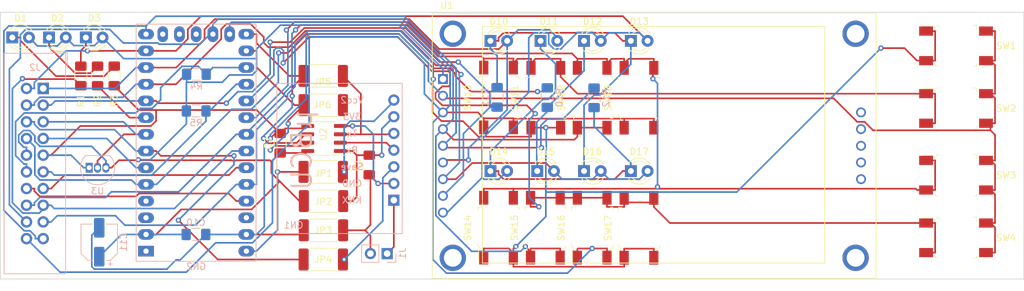
<source format=kicad_pcb>
(kicad_pcb (version 20171130) (host pcbnew "(5.1.4)-1")

  (general
    (thickness 1.6)
    (drawings 5)
    (tracks 778)
    (zones 0)
    (modules 48)
    (nets 52)
  )

  (page A4)
  (title_block
    (title "Controllerboard 9TE")
    (date 2019-10-01)
    (rev V00.01)
    (company "SirSydom KNX Labs")
    (comment 2 com@sirsydom.de)
  )

  (layers
    (0 F.Cu signal)
    (31 B.Cu signal)
    (32 B.Adhes user)
    (33 F.Adhes user)
    (34 B.Paste user)
    (35 F.Paste user)
    (36 B.SilkS user)
    (37 F.SilkS user)
    (38 B.Mask user)
    (39 F.Mask user)
    (40 Dwgs.User user)
    (41 Cmts.User user)
    (42 Eco1.User user)
    (43 Eco2.User user)
    (44 Edge.Cuts user)
    (45 Margin user)
    (46 B.CrtYd user)
    (47 F.CrtYd user)
    (48 B.Fab user hide)
    (49 F.Fab user)
  )

  (setup
    (last_trace_width 0.25)
    (trace_clearance 0.2)
    (zone_clearance 0.508)
    (zone_45_only no)
    (trace_min 0.2)
    (via_size 0.8)
    (via_drill 0.4)
    (via_min_size 0.4)
    (via_min_drill 0.3)
    (uvia_size 0.3)
    (uvia_drill 0.1)
    (uvias_allowed no)
    (uvia_min_size 0.2)
    (uvia_min_drill 0.1)
    (edge_width 0.05)
    (segment_width 0.2)
    (pcb_text_width 0.3)
    (pcb_text_size 1.5 1.5)
    (mod_edge_width 0.12)
    (mod_text_size 1 1)
    (mod_text_width 0.15)
    (pad_size 1.524 1.524)
    (pad_drill 0.762)
    (pad_to_mask_clearance 0.051)
    (solder_mask_min_width 0.25)
    (aux_axis_origin 0 0)
    (visible_elements 7FFFFFFF)
    (pcbplotparams
      (layerselection 0x010fc_ffffffff)
      (usegerberextensions false)
      (usegerberattributes false)
      (usegerberadvancedattributes false)
      (creategerberjobfile false)
      (excludeedgelayer true)
      (linewidth 0.100000)
      (plotframeref false)
      (viasonmask false)
      (mode 1)
      (useauxorigin false)
      (hpglpennumber 1)
      (hpglpenspeed 20)
      (hpglpendiameter 15.000000)
      (psnegative false)
      (psa4output false)
      (plotreference true)
      (plotvalue true)
      (plotinvisibletext false)
      (padsonsilk false)
      (subtractmaskfromsilk false)
      (outputformat 1)
      (mirror false)
      (drillshape 1)
      (scaleselection 1)
      (outputdirectory ""))
  )

  (net 0 "")
  (net 1 "Net-(U1-Pad14)")
  (net 2 "Net-(U1-Pad13)")
  (net 3 "Net-(U1-Pad12)")
  (net 4 "Net-(U1-Pad11)")
  (net 5 "Net-(U1-Pad10)")
  (net 6 MISO)
  (net 7 SCK)
  (net 8 MOSI)
  (net 9 GND)
  (net 10 +3V3)
  (net 11 "Net-(GN2-Pad16)")
  (net 12 "Net-(GN2-Pad15)")
  (net 13 "Net-(GN1-Pad5)")
  (net 14 "Net-(GN1-Pad4)")
  (net 15 "Net-(GN2-Pad31)")
  (net 16 "Net-(GN2-Pad30)")
  (net 17 "Net-(GN2-Pad29)")
  (net 18 +5V)
  (net 19 "Net-(GN2-Pad26)")
  (net 20 A1)
  (net 21 A0)
  (net 22 SCL)
  (net 23 "Net-(GN2-Pad4)")
  (net 24 SDA)
  (net 25 "Net-(GN2-Pad3)")
  (net 26 "Net-(GN2-Pad1)")
  (net 27 "Net-(GN1-Pad3)")
  (net 28 "Net-(D1-Pad1)")
  (net 29 "Net-(D2-Pad1)")
  (net 30 "Net-(D3-Pad1)")
  (net 31 "Net-(GN1-Pad1)")
  (net 32 D4)
  (net 33 D3)
  (net 34 D2)
  (net 35 D13)
  (net 36 D12)
  (net 37 A5)
  (net 38 D11)
  (net 39 A4)
  (net 40 D10)
  (net 41 A3)
  (net 42 D9)
  (net 43 A2)
  (net 44 D7)
  (net 45 D5)
  (net 46 "Net-(C1-Pad2)")
  (net 47 "Net-(C1-Pad1)")
  (net 48 "Net-(D10-Pad1)")
  (net 49 "Net-(D11-Pad1)")
  (net 50 "Net-(D12-Pad1)")
  (net 51 "Net-(GN2-Pad28)")

  (net_class Default "This is the default net class."
    (clearance 0.2)
    (trace_width 0.25)
    (via_dia 0.8)
    (via_drill 0.4)
    (uvia_dia 0.3)
    (uvia_drill 0.1)
    (add_net +3V3)
    (add_net +5V)
    (add_net A0)
    (add_net A1)
    (add_net A2)
    (add_net A3)
    (add_net A4)
    (add_net A5)
    (add_net D10)
    (add_net D11)
    (add_net D12)
    (add_net D13)
    (add_net D2)
    (add_net D3)
    (add_net D4)
    (add_net D5)
    (add_net D7)
    (add_net D9)
    (add_net GND)
    (add_net MISO)
    (add_net MOSI)
    (add_net "Net-(C1-Pad1)")
    (add_net "Net-(C1-Pad2)")
    (add_net "Net-(D1-Pad1)")
    (add_net "Net-(D10-Pad1)")
    (add_net "Net-(D11-Pad1)")
    (add_net "Net-(D12-Pad1)")
    (add_net "Net-(D2-Pad1)")
    (add_net "Net-(D3-Pad1)")
    (add_net "Net-(GN1-Pad1)")
    (add_net "Net-(GN1-Pad3)")
    (add_net "Net-(GN1-Pad4)")
    (add_net "Net-(GN1-Pad5)")
    (add_net "Net-(GN2-Pad1)")
    (add_net "Net-(GN2-Pad15)")
    (add_net "Net-(GN2-Pad16)")
    (add_net "Net-(GN2-Pad26)")
    (add_net "Net-(GN2-Pad28)")
    (add_net "Net-(GN2-Pad29)")
    (add_net "Net-(GN2-Pad3)")
    (add_net "Net-(GN2-Pad30)")
    (add_net "Net-(GN2-Pad31)")
    (add_net "Net-(GN2-Pad4)")
    (add_net "Net-(U1-Pad10)")
    (add_net "Net-(U1-Pad11)")
    (add_net "Net-(U1-Pad12)")
    (add_net "Net-(U1-Pad13)")
    (add_net "Net-(U1-Pad14)")
    (add_net SCK)
    (add_net SCL)
    (add_net SDA)
  )

  (module Resistor_SMD:R_2512_6332Metric_Pad1.52x3.35mm_HandSolder (layer F.Cu) (tedit 5B301BBD) (tstamp 5D93ED2E)
    (at 99.06 64.135 180)
    (descr "Resistor SMD 2512 (6332 Metric), square (rectangular) end terminal, IPC_7351 nominal with elongated pad for handsoldering. (Body size source: http://www.tortai-tech.com/upload/download/2011102023233369053.pdf), generated with kicad-footprint-generator")
    (tags "resistor handsolder")
    (path /5D93BA20)
    (attr smd)
    (fp_text reference JP6 (at 0.13762 0.04064) (layer F.SilkS)
      (effects (font (size 1 1) (thickness 0.15)))
    )
    (fp_text value "µBCU Rx" (at 0 2.62) (layer F.Fab)
      (effects (font (size 1 1) (thickness 0.15)))
    )
    (fp_text user %R (at 0 0) (layer F.Fab)
      (effects (font (size 1 1) (thickness 0.15)))
    )
    (fp_line (start 4 1.92) (end -4 1.92) (layer F.CrtYd) (width 0.05))
    (fp_line (start 4 -1.92) (end 4 1.92) (layer F.CrtYd) (width 0.05))
    (fp_line (start -4 -1.92) (end 4 -1.92) (layer F.CrtYd) (width 0.05))
    (fp_line (start -4 1.92) (end -4 -1.92) (layer F.CrtYd) (width 0.05))
    (fp_line (start -2.052064 1.71) (end 2.052064 1.71) (layer F.SilkS) (width 0.12))
    (fp_line (start -2.052064 -1.71) (end 2.052064 -1.71) (layer F.SilkS) (width 0.12))
    (fp_line (start 3.15 1.6) (end -3.15 1.6) (layer F.Fab) (width 0.1))
    (fp_line (start 3.15 -1.6) (end 3.15 1.6) (layer F.Fab) (width 0.1))
    (fp_line (start -3.15 -1.6) (end 3.15 -1.6) (layer F.Fab) (width 0.1))
    (fp_line (start -3.15 1.6) (end -3.15 -1.6) (layer F.Fab) (width 0.1))
    (pad 2 smd roundrect (at 2.9875 0 180) (size 1.525 3.35) (layers F.Cu F.Paste F.Mask) (roundrect_rratio 0.163934)
      (net 11 "Net-(GN2-Pad16)"))
    (pad 1 smd roundrect (at -2.9875 0 180) (size 1.525 3.35) (layers F.Cu F.Paste F.Mask) (roundrect_rratio 0.163934)
      (net 14 "Net-(GN1-Pad4)"))
    (model ${KISYS3DMOD}/Resistor_SMD.3dshapes/R_2512_6332Metric.wrl
      (at (xyz 0 0 0))
      (scale (xyz 1 1 1))
      (rotate (xyz 0 0 0))
    )
  )

  (module Resistor_SMD:R_2512_6332Metric_Pad1.52x3.35mm_HandSolder (layer F.Cu) (tedit 5B301BBD) (tstamp 5D93ED1C)
    (at 99.06 59.69 180)
    (descr "Resistor SMD 2512 (6332 Metric), square (rectangular) end terminal, IPC_7351 nominal with elongated pad for handsoldering. (Body size source: http://www.tortai-tech.com/upload/download/2011102023233369053.pdf), generated with kicad-footprint-generator")
    (tags "resistor handsolder")
    (path /5D93B2AA)
    (attr smd)
    (fp_text reference JP5 (at 0.11892 -0.92202) (layer F.SilkS)
      (effects (font (size 1 1) (thickness 0.15)))
    )
    (fp_text value "µBCU Tx" (at 0 2.62) (layer F.Fab)
      (effects (font (size 1 1) (thickness 0.15)))
    )
    (fp_text user %R (at 0 0) (layer F.Fab)
      (effects (font (size 1 1) (thickness 0.15)))
    )
    (fp_line (start 4 1.92) (end -4 1.92) (layer F.CrtYd) (width 0.05))
    (fp_line (start 4 -1.92) (end 4 1.92) (layer F.CrtYd) (width 0.05))
    (fp_line (start -4 -1.92) (end 4 -1.92) (layer F.CrtYd) (width 0.05))
    (fp_line (start -4 1.92) (end -4 -1.92) (layer F.CrtYd) (width 0.05))
    (fp_line (start -2.052064 1.71) (end 2.052064 1.71) (layer F.SilkS) (width 0.12))
    (fp_line (start -2.052064 -1.71) (end 2.052064 -1.71) (layer F.SilkS) (width 0.12))
    (fp_line (start 3.15 1.6) (end -3.15 1.6) (layer F.Fab) (width 0.1))
    (fp_line (start 3.15 -1.6) (end 3.15 1.6) (layer F.Fab) (width 0.1))
    (fp_line (start -3.15 -1.6) (end 3.15 -1.6) (layer F.Fab) (width 0.1))
    (fp_line (start -3.15 1.6) (end -3.15 -1.6) (layer F.Fab) (width 0.1))
    (pad 2 smd roundrect (at 2.9875 0 180) (size 1.525 3.35) (layers F.Cu F.Paste F.Mask) (roundrect_rratio 0.163934)
      (net 12 "Net-(GN2-Pad15)"))
    (pad 1 smd roundrect (at -2.9875 0 180) (size 1.525 3.35) (layers F.Cu F.Paste F.Mask) (roundrect_rratio 0.163934)
      (net 13 "Net-(GN1-Pad5)"))
    (model ${KISYS3DMOD}/Resistor_SMD.3dshapes/R_2512_6332Metric.wrl
      (at (xyz 0 0 0))
      (scale (xyz 1 1 1))
      (rotate (xyz 0 0 0))
    )
  )

  (module Resistor_SMD:R_2512_6332Metric_Pad1.52x3.35mm_HandSolder (layer F.Cu) (tedit 5B301BBD) (tstamp 5D9BA2E7)
    (at 99.0681 87.63 180)
    (descr "Resistor SMD 2512 (6332 Metric), square (rectangular) end terminal, IPC_7351 nominal with elongated pad for handsoldering. (Body size source: http://www.tortai-tech.com/upload/download/2011102023233369053.pdf), generated with kicad-footprint-generator")
    (tags "resistor handsolder")
    (path /5DA0C413)
    (attr smd)
    (fp_text reference JP4 (at 0.00808 0) (layer F.SilkS)
      (effects (font (size 1 1) (thickness 0.15)))
    )
    (fp_text value "Use Vcc Monitoring" (at 0 2.62) (layer F.Fab)
      (effects (font (size 1 1) (thickness 0.15)))
    )
    (fp_text user %R (at 0 0) (layer F.Fab)
      (effects (font (size 1 1) (thickness 0.15)))
    )
    (fp_line (start 4 1.92) (end -4 1.92) (layer F.CrtYd) (width 0.05))
    (fp_line (start 4 -1.92) (end 4 1.92) (layer F.CrtYd) (width 0.05))
    (fp_line (start -4 -1.92) (end 4 -1.92) (layer F.CrtYd) (width 0.05))
    (fp_line (start -4 1.92) (end -4 -1.92) (layer F.CrtYd) (width 0.05))
    (fp_line (start -2.052064 1.71) (end 2.052064 1.71) (layer F.SilkS) (width 0.12))
    (fp_line (start -2.052064 -1.71) (end 2.052064 -1.71) (layer F.SilkS) (width 0.12))
    (fp_line (start 3.15 1.6) (end -3.15 1.6) (layer F.Fab) (width 0.1))
    (fp_line (start 3.15 -1.6) (end 3.15 1.6) (layer F.Fab) (width 0.1))
    (fp_line (start -3.15 -1.6) (end 3.15 -1.6) (layer F.Fab) (width 0.1))
    (fp_line (start -3.15 1.6) (end -3.15 -1.6) (layer F.Fab) (width 0.1))
    (pad 2 smd roundrect (at 2.9875 0 180) (size 1.525 3.35) (layers F.Cu F.Paste F.Mask) (roundrect_rratio 0.163934)
      (net 43 A2))
    (pad 1 smd roundrect (at -2.9875 0 180) (size 1.525 3.35) (layers F.Cu F.Paste F.Mask) (roundrect_rratio 0.163934)
      (net 27 "Net-(GN1-Pad3)"))
    (model ${KISYS3DMOD}/Resistor_SMD.3dshapes/R_2512_6332Metric.wrl
      (at (xyz 0 0 0))
      (scale (xyz 1 1 1))
      (rotate (xyz 0 0 0))
    )
  )

  (module Resistor_SMD:R_2512_6332Metric_Pad1.52x3.35mm_HandSolder (layer F.Cu) (tedit 5B301BBD) (tstamp 5D93ECF8)
    (at 99.0884 83.185 180)
    (descr "Resistor SMD 2512 (6332 Metric), square (rectangular) end terminal, IPC_7351 nominal with elongated pad for handsoldering. (Body size source: http://www.tortai-tech.com/upload/download/2011102023233369053.pdf), generated with kicad-footprint-generator")
    (tags "resistor handsolder")
    (path /5D93EC15)
    (attr smd)
    (fp_text reference JP3 (at 0.0284 0) (layer F.SilkS)
      (effects (font (size 1 1) (thickness 0.15)))
    )
    (fp_text value "Use GND from µBCU" (at 0 2.62) (layer F.Fab)
      (effects (font (size 1 1) (thickness 0.15)))
    )
    (fp_text user %R (at 0 0) (layer F.Fab)
      (effects (font (size 1 1) (thickness 0.15)))
    )
    (fp_line (start 4 1.92) (end -4 1.92) (layer F.CrtYd) (width 0.05))
    (fp_line (start 4 -1.92) (end 4 1.92) (layer F.CrtYd) (width 0.05))
    (fp_line (start -4 -1.92) (end 4 -1.92) (layer F.CrtYd) (width 0.05))
    (fp_line (start -4 1.92) (end -4 -1.92) (layer F.CrtYd) (width 0.05))
    (fp_line (start -2.052064 1.71) (end 2.052064 1.71) (layer F.SilkS) (width 0.12))
    (fp_line (start -2.052064 -1.71) (end 2.052064 -1.71) (layer F.SilkS) (width 0.12))
    (fp_line (start 3.15 1.6) (end -3.15 1.6) (layer F.Fab) (width 0.1))
    (fp_line (start 3.15 -1.6) (end 3.15 1.6) (layer F.Fab) (width 0.1))
    (fp_line (start -3.15 -1.6) (end 3.15 -1.6) (layer F.Fab) (width 0.1))
    (fp_line (start -3.15 1.6) (end -3.15 -1.6) (layer F.Fab) (width 0.1))
    (pad 2 smd roundrect (at 2.9875 0 180) (size 1.525 3.35) (layers F.Cu F.Paste F.Mask) (roundrect_rratio 0.163934)
      (net 9 GND))
    (pad 1 smd roundrect (at -2.9875 0 180) (size 1.525 3.35) (layers F.Cu F.Paste F.Mask) (roundrect_rratio 0.163934)
      (net 47 "Net-(C1-Pad1)"))
    (model ${KISYS3DMOD}/Resistor_SMD.3dshapes/R_2512_6332Metric.wrl
      (at (xyz 0 0 0))
      (scale (xyz 1 1 1))
      (rotate (xyz 0 0 0))
    )
  )

  (module Resistor_SMD:R_2512_6332Metric_Pad1.52x3.35mm_HandSolder (layer F.Cu) (tedit 5B301BBD) (tstamp 5D93ECE6)
    (at 99.0981 78.74 180)
    (descr "Resistor SMD 2512 (6332 Metric), square (rectangular) end terminal, IPC_7351 nominal with elongated pad for handsoldering. (Body size source: http://www.tortai-tech.com/upload/download/2011102023233369053.pdf), generated with kicad-footprint-generator")
    (tags "resistor handsolder")
    (path /5D9415A0)
    (attr smd)
    (fp_text reference JP2 (at 0.03302 -0.1016) (layer F.SilkS)
      (effects (font (size 1 1) (thickness 0.15)))
    )
    (fp_text value "Use Vcc1 (3V3) from µBCU" (at 0 2.62) (layer F.Fab)
      (effects (font (size 1 1) (thickness 0.15)))
    )
    (fp_text user %R (at 0 0) (layer F.Fab)
      (effects (font (size 1 1) (thickness 0.15)))
    )
    (fp_line (start 4 1.92) (end -4 1.92) (layer F.CrtYd) (width 0.05))
    (fp_line (start 4 -1.92) (end 4 1.92) (layer F.CrtYd) (width 0.05))
    (fp_line (start -4 -1.92) (end 4 -1.92) (layer F.CrtYd) (width 0.05))
    (fp_line (start -4 1.92) (end -4 -1.92) (layer F.CrtYd) (width 0.05))
    (fp_line (start -2.052064 1.71) (end 2.052064 1.71) (layer F.SilkS) (width 0.12))
    (fp_line (start -2.052064 -1.71) (end 2.052064 -1.71) (layer F.SilkS) (width 0.12))
    (fp_line (start 3.15 1.6) (end -3.15 1.6) (layer F.Fab) (width 0.1))
    (fp_line (start 3.15 -1.6) (end 3.15 1.6) (layer F.Fab) (width 0.1))
    (fp_line (start -3.15 -1.6) (end 3.15 -1.6) (layer F.Fab) (width 0.1))
    (fp_line (start -3.15 1.6) (end -3.15 -1.6) (layer F.Fab) (width 0.1))
    (pad 2 smd roundrect (at 2.9875 0 180) (size 1.525 3.35) (layers F.Cu F.Paste F.Mask) (roundrect_rratio 0.163934)
      (net 10 +3V3))
    (pad 1 smd roundrect (at -2.9875 0 180) (size 1.525 3.35) (layers F.Cu F.Paste F.Mask) (roundrect_rratio 0.163934)
      (net 46 "Net-(C1-Pad2)"))
    (model ${KISYS3DMOD}/Resistor_SMD.3dshapes/R_2512_6332Metric.wrl
      (at (xyz 0 0 0))
      (scale (xyz 1 1 1))
      (rotate (xyz 0 0 0))
    )
  )

  (module Resistor_SMD:R_2512_6332Metric_Pad1.52x3.35mm_HandSolder (layer F.Cu) (tedit 5B301BBD) (tstamp 5D93ECD4)
    (at 99.06 74.295 180)
    (descr "Resistor SMD 2512 (6332 Metric), square (rectangular) end terminal, IPC_7351 nominal with elongated pad for handsoldering. (Body size source: http://www.tortai-tech.com/upload/download/2011102023233369053.pdf), generated with kicad-footprint-generator")
    (tags "resistor handsolder")
    (path /5D945D83)
    (attr smd)
    (fp_text reference JP1 (at -0.04826 -0.23876) (layer F.SilkS)
      (effects (font (size 1 1) (thickness 0.15)))
    )
    (fp_text value "Use Vcc2 from µBCU" (at 0 2.62) (layer F.Fab)
      (effects (font (size 1 1) (thickness 0.15)))
    )
    (fp_text user %R (at 0 0) (layer F.Fab)
      (effects (font (size 1 1) (thickness 0.15)))
    )
    (fp_line (start 4 1.92) (end -4 1.92) (layer F.CrtYd) (width 0.05))
    (fp_line (start 4 -1.92) (end 4 1.92) (layer F.CrtYd) (width 0.05))
    (fp_line (start -4 -1.92) (end 4 -1.92) (layer F.CrtYd) (width 0.05))
    (fp_line (start -4 1.92) (end -4 -1.92) (layer F.CrtYd) (width 0.05))
    (fp_line (start -2.052064 1.71) (end 2.052064 1.71) (layer F.SilkS) (width 0.12))
    (fp_line (start -2.052064 -1.71) (end 2.052064 -1.71) (layer F.SilkS) (width 0.12))
    (fp_line (start 3.15 1.6) (end -3.15 1.6) (layer F.Fab) (width 0.1))
    (fp_line (start 3.15 -1.6) (end 3.15 1.6) (layer F.Fab) (width 0.1))
    (fp_line (start -3.15 -1.6) (end 3.15 -1.6) (layer F.Fab) (width 0.1))
    (fp_line (start -3.15 1.6) (end -3.15 -1.6) (layer F.Fab) (width 0.1))
    (pad 2 smd roundrect (at 2.9875 0 180) (size 1.525 3.35) (layers F.Cu F.Paste F.Mask) (roundrect_rratio 0.163934)
      (net 51 "Net-(GN2-Pad28)"))
    (pad 1 smd roundrect (at -2.9875 0 180) (size 1.525 3.35) (layers F.Cu F.Paste F.Mask) (roundrect_rratio 0.163934)
      (net 18 +5V))
    (model ${KISYS3DMOD}/Resistor_SMD.3dshapes/R_2512_6332Metric.wrl
      (at (xyz 0 0 0))
      (scale (xyz 1 1 1))
      (rotate (xyz 0 0 0))
    )
  )

  (module Resistor_SMD:R_1206_3216Metric_Pad1.42x1.75mm_HandSolder (layer B.Cu) (tedit 5B301BBD) (tstamp 5D9CB02C)
    (at 79.756 65.024)
    (descr "Resistor SMD 1206 (3216 Metric), square (rectangular) end terminal, IPC_7351 nominal with elongated pad for handsoldering. (Body size source: http://www.tortai-tech.com/upload/download/2011102023233369053.pdf), generated with kicad-footprint-generator")
    (tags "resistor handsolder")
    (path /5DA06234)
    (attr smd)
    (fp_text reference R5 (at 0 1.82) (layer B.SilkS)
      (effects (font (size 1 1) (thickness 0.15)) (justify mirror))
    )
    (fp_text value 1k (at 0 -1.82) (layer B.Fab)
      (effects (font (size 1 1) (thickness 0.15)) (justify mirror))
    )
    (fp_text user %R (at 0 0) (layer B.Fab)
      (effects (font (size 0.8 0.8) (thickness 0.12)) (justify mirror))
    )
    (fp_line (start 2.45 -1.12) (end -2.45 -1.12) (layer B.CrtYd) (width 0.05))
    (fp_line (start 2.45 1.12) (end 2.45 -1.12) (layer B.CrtYd) (width 0.05))
    (fp_line (start -2.45 1.12) (end 2.45 1.12) (layer B.CrtYd) (width 0.05))
    (fp_line (start -2.45 -1.12) (end -2.45 1.12) (layer B.CrtYd) (width 0.05))
    (fp_line (start -0.602064 -0.91) (end 0.602064 -0.91) (layer B.SilkS) (width 0.12))
    (fp_line (start -0.602064 0.91) (end 0.602064 0.91) (layer B.SilkS) (width 0.12))
    (fp_line (start 1.6 -0.8) (end -1.6 -0.8) (layer B.Fab) (width 0.1))
    (fp_line (start 1.6 0.8) (end 1.6 -0.8) (layer B.Fab) (width 0.1))
    (fp_line (start -1.6 0.8) (end 1.6 0.8) (layer B.Fab) (width 0.1))
    (fp_line (start -1.6 -0.8) (end -1.6 0.8) (layer B.Fab) (width 0.1))
    (pad 2 smd roundrect (at 1.4875 0) (size 1.425 1.75) (layers B.Cu B.Paste B.Mask) (roundrect_rratio 0.175439)
      (net 22 SCL))
    (pad 1 smd roundrect (at -1.4875 0) (size 1.425 1.75) (layers B.Cu B.Paste B.Mask) (roundrect_rratio 0.175439)
      (net 10 +3V3))
    (model ${KISYS3DMOD}/Resistor_SMD.3dshapes/R_1206_3216Metric.wrl
      (at (xyz 0 0 0))
      (scale (xyz 1 1 1))
      (rotate (xyz 0 0 0))
    )
  )

  (module Resistor_SMD:R_1206_3216Metric_Pad1.42x1.75mm_HandSolder (layer B.Cu) (tedit 5B301BBD) (tstamp 5D9CB01B)
    (at 79.7925 59.436)
    (descr "Resistor SMD 1206 (3216 Metric), square (rectangular) end terminal, IPC_7351 nominal with elongated pad for handsoldering. (Body size source: http://www.tortai-tech.com/upload/download/2011102023233369053.pdf), generated with kicad-footprint-generator")
    (tags "resistor handsolder")
    (path /5DA0665F)
    (attr smd)
    (fp_text reference R4 (at 0 1.82) (layer B.SilkS)
      (effects (font (size 1 1) (thickness 0.15)) (justify mirror))
    )
    (fp_text value 1k (at 0 -1.82) (layer B.Fab)
      (effects (font (size 1 1) (thickness 0.15)) (justify mirror))
    )
    (fp_text user %R (at 0 0) (layer B.Fab)
      (effects (font (size 0.8 0.8) (thickness 0.12)) (justify mirror))
    )
    (fp_line (start 2.45 -1.12) (end -2.45 -1.12) (layer B.CrtYd) (width 0.05))
    (fp_line (start 2.45 1.12) (end 2.45 -1.12) (layer B.CrtYd) (width 0.05))
    (fp_line (start -2.45 1.12) (end 2.45 1.12) (layer B.CrtYd) (width 0.05))
    (fp_line (start -2.45 -1.12) (end -2.45 1.12) (layer B.CrtYd) (width 0.05))
    (fp_line (start -0.602064 -0.91) (end 0.602064 -0.91) (layer B.SilkS) (width 0.12))
    (fp_line (start -0.602064 0.91) (end 0.602064 0.91) (layer B.SilkS) (width 0.12))
    (fp_line (start 1.6 -0.8) (end -1.6 -0.8) (layer B.Fab) (width 0.1))
    (fp_line (start 1.6 0.8) (end 1.6 -0.8) (layer B.Fab) (width 0.1))
    (fp_line (start -1.6 0.8) (end 1.6 0.8) (layer B.Fab) (width 0.1))
    (fp_line (start -1.6 -0.8) (end -1.6 0.8) (layer B.Fab) (width 0.1))
    (pad 2 smd roundrect (at 1.4875 0) (size 1.425 1.75) (layers B.Cu B.Paste B.Mask) (roundrect_rratio 0.175439)
      (net 24 SDA))
    (pad 1 smd roundrect (at -1.4875 0) (size 1.425 1.75) (layers B.Cu B.Paste B.Mask) (roundrect_rratio 0.175439)
      (net 10 +3V3))
    (model ${KISYS3DMOD}/Resistor_SMD.3dshapes/R_1206_3216Metric.wrl
      (at (xyz 0 0 0))
      (scale (xyz 1 1 1))
      (rotate (xyz 0 0 0))
    )
  )

  (module Capacitor_SMD:CP_Elec_5x5.3 (layer B.Cu) (tedit 5BCA39CF) (tstamp 5D9CAC14)
    (at 65.024 85.004 90)
    (descr "SMD capacitor, aluminum electrolytic, Nichicon, 5.0x5.3mm")
    (tags "capacitor electrolytic")
    (path /5DA5D9E4)
    (attr smd)
    (fp_text reference C11 (at 0 3.7 270) (layer B.SilkS)
      (effects (font (size 1 1) (thickness 0.15)) (justify mirror))
    )
    (fp_text value 10µF (at 0 -3.7 270) (layer B.Fab)
      (effects (font (size 1 1) (thickness 0.15)) (justify mirror))
    )
    (fp_text user %R (at 0 0 270) (layer B.Fab)
      (effects (font (size 1 1) (thickness 0.15)) (justify mirror))
    )
    (fp_line (start -3.95 -1.05) (end -2.9 -1.05) (layer B.CrtYd) (width 0.05))
    (fp_line (start -3.95 1.05) (end -3.95 -1.05) (layer B.CrtYd) (width 0.05))
    (fp_line (start -2.9 1.05) (end -3.95 1.05) (layer B.CrtYd) (width 0.05))
    (fp_line (start -2.9 -1.05) (end -2.9 -1.75) (layer B.CrtYd) (width 0.05))
    (fp_line (start -2.9 1.75) (end -2.9 1.05) (layer B.CrtYd) (width 0.05))
    (fp_line (start -2.9 1.75) (end -1.75 2.9) (layer B.CrtYd) (width 0.05))
    (fp_line (start -2.9 -1.75) (end -1.75 -2.9) (layer B.CrtYd) (width 0.05))
    (fp_line (start -1.75 2.9) (end 2.9 2.9) (layer B.CrtYd) (width 0.05))
    (fp_line (start -1.75 -2.9) (end 2.9 -2.9) (layer B.CrtYd) (width 0.05))
    (fp_line (start 2.9 -1.05) (end 2.9 -2.9) (layer B.CrtYd) (width 0.05))
    (fp_line (start 3.95 -1.05) (end 2.9 -1.05) (layer B.CrtYd) (width 0.05))
    (fp_line (start 3.95 1.05) (end 3.95 -1.05) (layer B.CrtYd) (width 0.05))
    (fp_line (start 2.9 1.05) (end 3.95 1.05) (layer B.CrtYd) (width 0.05))
    (fp_line (start 2.9 2.9) (end 2.9 1.05) (layer B.CrtYd) (width 0.05))
    (fp_line (start -3.3125 1.9975) (end -3.3125 1.3725) (layer B.SilkS) (width 0.12))
    (fp_line (start -3.625 1.685) (end -3 1.685) (layer B.SilkS) (width 0.12))
    (fp_line (start -2.76 -1.695563) (end -1.695563 -2.76) (layer B.SilkS) (width 0.12))
    (fp_line (start -2.76 1.695563) (end -1.695563 2.76) (layer B.SilkS) (width 0.12))
    (fp_line (start -2.76 1.695563) (end -2.76 1.06) (layer B.SilkS) (width 0.12))
    (fp_line (start -2.76 -1.695563) (end -2.76 -1.06) (layer B.SilkS) (width 0.12))
    (fp_line (start -1.695563 -2.76) (end 2.76 -2.76) (layer B.SilkS) (width 0.12))
    (fp_line (start -1.695563 2.76) (end 2.76 2.76) (layer B.SilkS) (width 0.12))
    (fp_line (start 2.76 2.76) (end 2.76 1.06) (layer B.SilkS) (width 0.12))
    (fp_line (start 2.76 -2.76) (end 2.76 -1.06) (layer B.SilkS) (width 0.12))
    (fp_line (start -1.783956 1.45) (end -1.783956 0.95) (layer B.Fab) (width 0.1))
    (fp_line (start -2.033956 1.2) (end -1.533956 1.2) (layer B.Fab) (width 0.1))
    (fp_line (start -2.65 -1.65) (end -1.65 -2.65) (layer B.Fab) (width 0.1))
    (fp_line (start -2.65 1.65) (end -1.65 2.65) (layer B.Fab) (width 0.1))
    (fp_line (start -2.65 1.65) (end -2.65 -1.65) (layer B.Fab) (width 0.1))
    (fp_line (start -1.65 -2.65) (end 2.65 -2.65) (layer B.Fab) (width 0.1))
    (fp_line (start -1.65 2.65) (end 2.65 2.65) (layer B.Fab) (width 0.1))
    (fp_line (start 2.65 2.65) (end 2.65 -2.65) (layer B.Fab) (width 0.1))
    (fp_circle (center 0 0) (end 2.5 0) (layer B.Fab) (width 0.1))
    (pad 2 smd roundrect (at 2.2 0 90) (size 3 1.6) (layers B.Cu B.Paste B.Mask) (roundrect_rratio 0.15625)
      (net 9 GND))
    (pad 1 smd roundrect (at -2.2 0 90) (size 3 1.6) (layers B.Cu B.Paste B.Mask) (roundrect_rratio 0.15625)
      (net 10 +3V3))
    (model ${KISYS3DMOD}/Capacitor_SMD.3dshapes/CP_Elec_5x5.3.wrl
      (at (xyz 0 0 0))
      (scale (xyz 1 1 1))
      (rotate (xyz 0 0 0))
    )
  )

  (module Capacitor_SMD:C_1206_3216Metric_Pad1.42x1.75mm_HandSolder (layer B.Cu) (tedit 5B301BBE) (tstamp 5D9CABEC)
    (at 79.7195 83.82 180)
    (descr "Capacitor SMD 1206 (3216 Metric), square (rectangular) end terminal, IPC_7351 nominal with elongated pad for handsoldering. (Body size source: http://www.tortai-tech.com/upload/download/2011102023233369053.pdf), generated with kicad-footprint-generator")
    (tags "capacitor handsolder")
    (path /5DA5CBBB)
    (attr smd)
    (fp_text reference C10 (at 0 1.82) (layer B.SilkS)
      (effects (font (size 1 1) (thickness 0.15)) (justify mirror))
    )
    (fp_text value 100nF (at 0 -1.82) (layer B.Fab)
      (effects (font (size 1 1) (thickness 0.15)) (justify mirror))
    )
    (fp_text user %R (at 0 0) (layer B.Fab)
      (effects (font (size 0.8 0.8) (thickness 0.12)) (justify mirror))
    )
    (fp_line (start 2.45 -1.12) (end -2.45 -1.12) (layer B.CrtYd) (width 0.05))
    (fp_line (start 2.45 1.12) (end 2.45 -1.12) (layer B.CrtYd) (width 0.05))
    (fp_line (start -2.45 1.12) (end 2.45 1.12) (layer B.CrtYd) (width 0.05))
    (fp_line (start -2.45 -1.12) (end -2.45 1.12) (layer B.CrtYd) (width 0.05))
    (fp_line (start -0.602064 -0.91) (end 0.602064 -0.91) (layer B.SilkS) (width 0.12))
    (fp_line (start -0.602064 0.91) (end 0.602064 0.91) (layer B.SilkS) (width 0.12))
    (fp_line (start 1.6 -0.8) (end -1.6 -0.8) (layer B.Fab) (width 0.1))
    (fp_line (start 1.6 0.8) (end 1.6 -0.8) (layer B.Fab) (width 0.1))
    (fp_line (start -1.6 0.8) (end 1.6 0.8) (layer B.Fab) (width 0.1))
    (fp_line (start -1.6 -0.8) (end -1.6 0.8) (layer B.Fab) (width 0.1))
    (pad 2 smd roundrect (at 1.4875 0 180) (size 1.425 1.75) (layers B.Cu B.Paste B.Mask) (roundrect_rratio 0.175439)
      (net 10 +3V3))
    (pad 1 smd roundrect (at -1.4875 0 180) (size 1.425 1.75) (layers B.Cu B.Paste B.Mask) (roundrect_rratio 0.175439)
      (net 9 GND))
    (model ${KISYS3DMOD}/Capacitor_SMD.3dshapes/C_1206_3216Metric.wrl
      (at (xyz 0 0 0))
      (scale (xyz 1 1 1))
      (rotate (xyz 0 0 0))
    )
  )

  (module digikey-footprints:Switch_Tactile_SMD_6x6mm (layer F.Cu) (tedit 5D28A6E0) (tstamp 5D9BA610)
    (at 147.03 82.804 90)
    (path /5D98A309)
    (attr smd)
    (fp_text reference SW17 (at -0.03 -4.69 90) (layer F.SilkS)
      (effects (font (size 1 1) (thickness 0.15)))
    )
    (fp_text value SW_Push_Dual (at 0 5.08 90) (layer F.Fab)
      (effects (font (size 1 1) (thickness 0.15)))
    )
    (fp_line (start 3 3) (end 3 -3) (layer F.Fab) (width 0.1))
    (fp_line (start -3 3) (end 3 3) (layer F.Fab) (width 0.1))
    (fp_line (start -2.7 -3) (end -3 -2.725) (layer F.Fab) (width 0.1))
    (fp_line (start -3 -2.725) (end -3 3) (layer F.Fab) (width 0.1))
    (fp_line (start -2.7 -3) (end 3 -3) (layer F.Fab) (width 0.1))
    (fp_line (start 3.125 3.125) (end 2.75 3.125) (layer F.SilkS) (width 0.1))
    (fp_line (start 3.125 2.75) (end 3.125 3.125) (layer F.SilkS) (width 0.1))
    (fp_line (start -3.125 3.125) (end -3.125 2.725) (layer F.SilkS) (width 0.1))
    (fp_line (start -2.725 3.125) (end -3.125 3.125) (layer F.SilkS) (width 0.1))
    (fp_line (start 3.125 -3.125) (end 2.625 -3.125) (layer F.SilkS) (width 0.1))
    (fp_line (start 3.125 -2.575) (end 3.125 -3.125) (layer F.SilkS) (width 0.1))
    (fp_line (start -3.425 -3.025) (end -5.075 -3.025) (layer F.SilkS) (width 0.1))
    (fp_line (start -3.425 -2.8) (end -3.425 -3.025) (layer F.SilkS) (width 0.1))
    (fp_line (start -3.125 -2.8) (end -3.425 -2.8) (layer F.SilkS) (width 0.1))
    (fp_line (start -2.775 -3.125) (end -3.125 -2.8) (layer F.SilkS) (width 0.1))
    (fp_line (start -2.775 -3.125) (end -2.475 -3.125) (layer F.SilkS) (width 0.1))
    (fp_line (start 5.85 -3.3) (end 5.85 3.3) (layer F.CrtYd) (width 0.05))
    (fp_line (start 5.85 3.3) (end -5.85 3.3) (layer F.CrtYd) (width 0.05))
    (fp_line (start -5.85 3.3) (end -5.85 -3.3) (layer F.CrtYd) (width 0.05))
    (fp_line (start -5.85 -3.3) (end 5.85 -3.3) (layer F.CrtYd) (width 0.05))
    (fp_text user %R (at -0.125 0.125 90) (layer F.Fab)
      (effects (font (size 1 1) (thickness 0.15)))
    )
    (pad 1 smd rect (at -4.55 -2.25) (size 1.4 2.1) (layers F.Cu F.Paste F.Mask)
      (net 36 D12))
    (pad 3 smd rect (at -4.55 2.25) (size 1.4 2.1) (layers F.Cu F.Paste F.Mask)
      (net 36 D12))
    (pad 4 smd rect (at 4.55 2.25) (size 1.4 2.1) (layers F.Cu F.Paste F.Mask)
      (net 45 D5))
    (pad 2 smd rect (at 4.55 -2.25) (size 1.4 2.1) (layers F.Cu F.Paste F.Mask)
      (net 45 D5))
  )

  (module digikey-footprints:Switch_Tactile_SMD_6x6mm (layer F.Cu) (tedit 5D28A6E0) (tstamp 5D9BA5BB)
    (at 125.694 82.782 90)
    (path /5D99676A)
    (attr smd)
    (fp_text reference SW14 (at -0.03 -4.69 90) (layer F.SilkS)
      (effects (font (size 1 1) (thickness 0.15)))
    )
    (fp_text value SW_Push_Dual (at 0 5.08 90) (layer F.Fab)
      (effects (font (size 1 1) (thickness 0.15)))
    )
    (fp_line (start 3 3) (end 3 -3) (layer F.Fab) (width 0.1))
    (fp_line (start -3 3) (end 3 3) (layer F.Fab) (width 0.1))
    (fp_line (start -2.7 -3) (end -3 -2.725) (layer F.Fab) (width 0.1))
    (fp_line (start -3 -2.725) (end -3 3) (layer F.Fab) (width 0.1))
    (fp_line (start -2.7 -3) (end 3 -3) (layer F.Fab) (width 0.1))
    (fp_line (start 3.125 3.125) (end 2.75 3.125) (layer F.SilkS) (width 0.1))
    (fp_line (start 3.125 2.75) (end 3.125 3.125) (layer F.SilkS) (width 0.1))
    (fp_line (start -3.125 3.125) (end -3.125 2.725) (layer F.SilkS) (width 0.1))
    (fp_line (start -2.725 3.125) (end -3.125 3.125) (layer F.SilkS) (width 0.1))
    (fp_line (start 3.125 -3.125) (end 2.625 -3.125) (layer F.SilkS) (width 0.1))
    (fp_line (start 3.125 -2.575) (end 3.125 -3.125) (layer F.SilkS) (width 0.1))
    (fp_line (start -3.425 -3.025) (end -5.075 -3.025) (layer F.SilkS) (width 0.1))
    (fp_line (start -3.425 -2.8) (end -3.425 -3.025) (layer F.SilkS) (width 0.1))
    (fp_line (start -3.125 -2.8) (end -3.425 -2.8) (layer F.SilkS) (width 0.1))
    (fp_line (start -2.775 -3.125) (end -3.125 -2.8) (layer F.SilkS) (width 0.1))
    (fp_line (start -2.775 -3.125) (end -2.475 -3.125) (layer F.SilkS) (width 0.1))
    (fp_line (start 5.85 -3.3) (end 5.85 3.3) (layer F.CrtYd) (width 0.05))
    (fp_line (start 5.85 3.3) (end -5.85 3.3) (layer F.CrtYd) (width 0.05))
    (fp_line (start -5.85 3.3) (end -5.85 -3.3) (layer F.CrtYd) (width 0.05))
    (fp_line (start -5.85 -3.3) (end 5.85 -3.3) (layer F.CrtYd) (width 0.05))
    (fp_text user %R (at -0.125 0.125 90) (layer F.Fab)
      (effects (font (size 1 1) (thickness 0.15)))
    )
    (pad 1 smd rect (at -4.55 -2.25) (size 1.4 2.1) (layers F.Cu F.Paste F.Mask)
      (net 36 D12))
    (pad 3 smd rect (at -4.55 2.25) (size 1.4 2.1) (layers F.Cu F.Paste F.Mask)
      (net 36 D12))
    (pad 4 smd rect (at 4.55 2.25) (size 1.4 2.1) (layers F.Cu F.Paste F.Mask)
      (net 44 D7))
    (pad 2 smd rect (at 4.55 -2.25) (size 1.4 2.1) (layers F.Cu F.Paste F.Mask)
      (net 44 D7))
  )

  (module digikey-footprints:Switch_Tactile_SMD_6x6mm (layer F.Cu) (tedit 5D28A6E0) (tstamp 5D9BA59E)
    (at 147.03 63.014 90)
    (path /5D996F9A)
    (attr smd)
    (fp_text reference SW13 (at -0.03 -4.69 90) (layer F.SilkS)
      (effects (font (size 1 1) (thickness 0.15)))
    )
    (fp_text value SW_Push_Dual (at 0 5.08 90) (layer F.Fab)
      (effects (font (size 1 1) (thickness 0.15)))
    )
    (fp_line (start 3 3) (end 3 -3) (layer F.Fab) (width 0.1))
    (fp_line (start -3 3) (end 3 3) (layer F.Fab) (width 0.1))
    (fp_line (start -2.7 -3) (end -3 -2.725) (layer F.Fab) (width 0.1))
    (fp_line (start -3 -2.725) (end -3 3) (layer F.Fab) (width 0.1))
    (fp_line (start -2.7 -3) (end 3 -3) (layer F.Fab) (width 0.1))
    (fp_line (start 3.125 3.125) (end 2.75 3.125) (layer F.SilkS) (width 0.1))
    (fp_line (start 3.125 2.75) (end 3.125 3.125) (layer F.SilkS) (width 0.1))
    (fp_line (start -3.125 3.125) (end -3.125 2.725) (layer F.SilkS) (width 0.1))
    (fp_line (start -2.725 3.125) (end -3.125 3.125) (layer F.SilkS) (width 0.1))
    (fp_line (start 3.125 -3.125) (end 2.625 -3.125) (layer F.SilkS) (width 0.1))
    (fp_line (start 3.125 -2.575) (end 3.125 -3.125) (layer F.SilkS) (width 0.1))
    (fp_line (start -3.425 -3.025) (end -5.075 -3.025) (layer F.SilkS) (width 0.1))
    (fp_line (start -3.425 -2.8) (end -3.425 -3.025) (layer F.SilkS) (width 0.1))
    (fp_line (start -3.125 -2.8) (end -3.425 -2.8) (layer F.SilkS) (width 0.1))
    (fp_line (start -2.775 -3.125) (end -3.125 -2.8) (layer F.SilkS) (width 0.1))
    (fp_line (start -2.775 -3.125) (end -2.475 -3.125) (layer F.SilkS) (width 0.1))
    (fp_line (start 5.85 -3.3) (end 5.85 3.3) (layer F.CrtYd) (width 0.05))
    (fp_line (start 5.85 3.3) (end -5.85 3.3) (layer F.CrtYd) (width 0.05))
    (fp_line (start -5.85 3.3) (end -5.85 -3.3) (layer F.CrtYd) (width 0.05))
    (fp_line (start -5.85 -3.3) (end 5.85 -3.3) (layer F.CrtYd) (width 0.05))
    (fp_text user %R (at -0.125 0.125 90) (layer F.Fab)
      (effects (font (size 1 1) (thickness 0.15)))
    )
    (pad 1 smd rect (at -4.55 -2.25) (size 1.4 2.1) (layers F.Cu F.Paste F.Mask)
      (net 32 D4))
    (pad 3 smd rect (at -4.55 2.25) (size 1.4 2.1) (layers F.Cu F.Paste F.Mask)
      (net 32 D4))
    (pad 4 smd rect (at 4.55 2.25) (size 1.4 2.1) (layers F.Cu F.Paste F.Mask)
      (net 44 D7))
    (pad 2 smd rect (at 4.55 -2.25) (size 1.4 2.1) (layers F.Cu F.Paste F.Mask)
      (net 44 D7))
  )

  (module digikey-footprints:Switch_Tactile_SMD_6x6mm (layer F.Cu) (tedit 5D28A6E0) (tstamp 5D9BA581)
    (at 139.918 63.014 90)
    (path /5D9975AE)
    (attr smd)
    (fp_text reference SW12 (at -0.03 -4.69 90) (layer F.SilkS)
      (effects (font (size 1 1) (thickness 0.15)))
    )
    (fp_text value SW_Push_Dual (at 0 5.08 90) (layer F.Fab)
      (effects (font (size 1 1) (thickness 0.15)))
    )
    (fp_line (start 3 3) (end 3 -3) (layer F.Fab) (width 0.1))
    (fp_line (start -3 3) (end 3 3) (layer F.Fab) (width 0.1))
    (fp_line (start -2.7 -3) (end -3 -2.725) (layer F.Fab) (width 0.1))
    (fp_line (start -3 -2.725) (end -3 3) (layer F.Fab) (width 0.1))
    (fp_line (start -2.7 -3) (end 3 -3) (layer F.Fab) (width 0.1))
    (fp_line (start 3.125 3.125) (end 2.75 3.125) (layer F.SilkS) (width 0.1))
    (fp_line (start 3.125 2.75) (end 3.125 3.125) (layer F.SilkS) (width 0.1))
    (fp_line (start -3.125 3.125) (end -3.125 2.725) (layer F.SilkS) (width 0.1))
    (fp_line (start -2.725 3.125) (end -3.125 3.125) (layer F.SilkS) (width 0.1))
    (fp_line (start 3.125 -3.125) (end 2.625 -3.125) (layer F.SilkS) (width 0.1))
    (fp_line (start 3.125 -2.575) (end 3.125 -3.125) (layer F.SilkS) (width 0.1))
    (fp_line (start -3.425 -3.025) (end -5.075 -3.025) (layer F.SilkS) (width 0.1))
    (fp_line (start -3.425 -2.8) (end -3.425 -3.025) (layer F.SilkS) (width 0.1))
    (fp_line (start -3.125 -2.8) (end -3.425 -2.8) (layer F.SilkS) (width 0.1))
    (fp_line (start -2.775 -3.125) (end -3.125 -2.8) (layer F.SilkS) (width 0.1))
    (fp_line (start -2.775 -3.125) (end -2.475 -3.125) (layer F.SilkS) (width 0.1))
    (fp_line (start 5.85 -3.3) (end 5.85 3.3) (layer F.CrtYd) (width 0.05))
    (fp_line (start 5.85 3.3) (end -5.85 3.3) (layer F.CrtYd) (width 0.05))
    (fp_line (start -5.85 3.3) (end -5.85 -3.3) (layer F.CrtYd) (width 0.05))
    (fp_line (start -5.85 -3.3) (end 5.85 -3.3) (layer F.CrtYd) (width 0.05))
    (fp_text user %R (at -0.125 0.125 90) (layer F.Fab)
      (effects (font (size 1 1) (thickness 0.15)))
    )
    (pad 1 smd rect (at -4.55 -2.25) (size 1.4 2.1) (layers F.Cu F.Paste F.Mask)
      (net 33 D3))
    (pad 3 smd rect (at -4.55 2.25) (size 1.4 2.1) (layers F.Cu F.Paste F.Mask)
      (net 33 D3))
    (pad 4 smd rect (at 4.55 2.25) (size 1.4 2.1) (layers F.Cu F.Paste F.Mask)
      (net 44 D7))
    (pad 2 smd rect (at 4.55 -2.25) (size 1.4 2.1) (layers F.Cu F.Paste F.Mask)
      (net 44 D7))
  )

  (module digikey-footprints:Switch_Tactile_SMD_6x6mm (layer F.Cu) (tedit 5D28A6E0) (tstamp 5D9BA564)
    (at 132.878 63.014 90)
    (path /5D998392)
    (attr smd)
    (fp_text reference SW11 (at -0.03 -4.69 90) (layer F.SilkS)
      (effects (font (size 1 1) (thickness 0.15)))
    )
    (fp_text value SW_Push_Dual (at 0 5.08 90) (layer F.Fab)
      (effects (font (size 1 1) (thickness 0.15)))
    )
    (fp_line (start 3 3) (end 3 -3) (layer F.Fab) (width 0.1))
    (fp_line (start -3 3) (end 3 3) (layer F.Fab) (width 0.1))
    (fp_line (start -2.7 -3) (end -3 -2.725) (layer F.Fab) (width 0.1))
    (fp_line (start -3 -2.725) (end -3 3) (layer F.Fab) (width 0.1))
    (fp_line (start -2.7 -3) (end 3 -3) (layer F.Fab) (width 0.1))
    (fp_line (start 3.125 3.125) (end 2.75 3.125) (layer F.SilkS) (width 0.1))
    (fp_line (start 3.125 2.75) (end 3.125 3.125) (layer F.SilkS) (width 0.1))
    (fp_line (start -3.125 3.125) (end -3.125 2.725) (layer F.SilkS) (width 0.1))
    (fp_line (start -2.725 3.125) (end -3.125 3.125) (layer F.SilkS) (width 0.1))
    (fp_line (start 3.125 -3.125) (end 2.625 -3.125) (layer F.SilkS) (width 0.1))
    (fp_line (start 3.125 -2.575) (end 3.125 -3.125) (layer F.SilkS) (width 0.1))
    (fp_line (start -3.425 -3.025) (end -5.075 -3.025) (layer F.SilkS) (width 0.1))
    (fp_line (start -3.425 -2.8) (end -3.425 -3.025) (layer F.SilkS) (width 0.1))
    (fp_line (start -3.125 -2.8) (end -3.425 -2.8) (layer F.SilkS) (width 0.1))
    (fp_line (start -2.775 -3.125) (end -3.125 -2.8) (layer F.SilkS) (width 0.1))
    (fp_line (start -2.775 -3.125) (end -2.475 -3.125) (layer F.SilkS) (width 0.1))
    (fp_line (start 5.85 -3.3) (end 5.85 3.3) (layer F.CrtYd) (width 0.05))
    (fp_line (start 5.85 3.3) (end -5.85 3.3) (layer F.CrtYd) (width 0.05))
    (fp_line (start -5.85 3.3) (end -5.85 -3.3) (layer F.CrtYd) (width 0.05))
    (fp_line (start -5.85 -3.3) (end 5.85 -3.3) (layer F.CrtYd) (width 0.05))
    (fp_text user %R (at -0.125 0.125 90) (layer F.Fab)
      (effects (font (size 1 1) (thickness 0.15)))
    )
    (pad 1 smd rect (at -4.55 -2.25) (size 1.4 2.1) (layers F.Cu F.Paste F.Mask)
      (net 36 D12))
    (pad 3 smd rect (at -4.55 2.25) (size 1.4 2.1) (layers F.Cu F.Paste F.Mask)
      (net 36 D12))
    (pad 4 smd rect (at 4.55 2.25) (size 1.4 2.1) (layers F.Cu F.Paste F.Mask)
      (net 42 D9))
    (pad 2 smd rect (at 4.55 -2.25) (size 1.4 2.1) (layers F.Cu F.Paste F.Mask)
      (net 42 D9))
  )

  (module digikey-footprints:Switch_Tactile_SMD_6x6mm (layer F.Cu) (tedit 5D28A6E0) (tstamp 5D9BA547)
    (at 125.694 62.97 90)
    (path /5D997B82)
    (attr smd)
    (fp_text reference SW10 (at -0.03 -4.69 90) (layer F.SilkS)
      (effects (font (size 1 1) (thickness 0.15)))
    )
    (fp_text value SW_Push_Dual (at 0 5.08 90) (layer F.Fab)
      (effects (font (size 1 1) (thickness 0.15)))
    )
    (fp_line (start 3 3) (end 3 -3) (layer F.Fab) (width 0.1))
    (fp_line (start -3 3) (end 3 3) (layer F.Fab) (width 0.1))
    (fp_line (start -2.7 -3) (end -3 -2.725) (layer F.Fab) (width 0.1))
    (fp_line (start -3 -2.725) (end -3 3) (layer F.Fab) (width 0.1))
    (fp_line (start -2.7 -3) (end 3 -3) (layer F.Fab) (width 0.1))
    (fp_line (start 3.125 3.125) (end 2.75 3.125) (layer F.SilkS) (width 0.1))
    (fp_line (start 3.125 2.75) (end 3.125 3.125) (layer F.SilkS) (width 0.1))
    (fp_line (start -3.125 3.125) (end -3.125 2.725) (layer F.SilkS) (width 0.1))
    (fp_line (start -2.725 3.125) (end -3.125 3.125) (layer F.SilkS) (width 0.1))
    (fp_line (start 3.125 -3.125) (end 2.625 -3.125) (layer F.SilkS) (width 0.1))
    (fp_line (start 3.125 -2.575) (end 3.125 -3.125) (layer F.SilkS) (width 0.1))
    (fp_line (start -3.425 -3.025) (end -5.075 -3.025) (layer F.SilkS) (width 0.1))
    (fp_line (start -3.425 -2.8) (end -3.425 -3.025) (layer F.SilkS) (width 0.1))
    (fp_line (start -3.125 -2.8) (end -3.425 -2.8) (layer F.SilkS) (width 0.1))
    (fp_line (start -2.775 -3.125) (end -3.125 -2.8) (layer F.SilkS) (width 0.1))
    (fp_line (start -2.775 -3.125) (end -2.475 -3.125) (layer F.SilkS) (width 0.1))
    (fp_line (start 5.85 -3.3) (end 5.85 3.3) (layer F.CrtYd) (width 0.05))
    (fp_line (start 5.85 3.3) (end -5.85 3.3) (layer F.CrtYd) (width 0.05))
    (fp_line (start -5.85 3.3) (end -5.85 -3.3) (layer F.CrtYd) (width 0.05))
    (fp_line (start -5.85 -3.3) (end 5.85 -3.3) (layer F.CrtYd) (width 0.05))
    (fp_text user %R (at -0.125 0.125 90) (layer F.Fab)
      (effects (font (size 1 1) (thickness 0.15)))
    )
    (pad 1 smd rect (at -4.55 -2.25) (size 1.4 2.1) (layers F.Cu F.Paste F.Mask)
      (net 32 D4))
    (pad 3 smd rect (at -4.55 2.25) (size 1.4 2.1) (layers F.Cu F.Paste F.Mask)
      (net 32 D4))
    (pad 4 smd rect (at 4.55 2.25) (size 1.4 2.1) (layers F.Cu F.Paste F.Mask)
      (net 42 D9))
    (pad 2 smd rect (at 4.55 -2.25) (size 1.4 2.1) (layers F.Cu F.Paste F.Mask)
      (net 42 D9))
  )

  (module Resistor_SMD:R_1206_3216Metric_Pad1.42x1.75mm_HandSolder (layer B.Cu) (tedit 5B301BBD) (tstamp 5D9BA44A)
    (at 140.208 63.0285 90)
    (descr "Resistor SMD 1206 (3216 Metric), square (rectangular) end terminal, IPC_7351 nominal with elongated pad for handsoldering. (Body size source: http://www.tortai-tech.com/upload/download/2011102023233369053.pdf), generated with kicad-footprint-generator")
    (tags "resistor handsolder")
    (path /5DA347C7)
    (attr smd)
    (fp_text reference R12 (at 0 1.82 90) (layer B.SilkS)
      (effects (font (size 1 1) (thickness 0.15)) (justify mirror))
    )
    (fp_text value R (at 0 -1.82 90) (layer B.Fab)
      (effects (font (size 1 1) (thickness 0.15)) (justify mirror))
    )
    (fp_text user %R (at 0 0 90) (layer B.Fab)
      (effects (font (size 0.8 0.8) (thickness 0.12)) (justify mirror))
    )
    (fp_line (start 2.45 -1.12) (end -2.45 -1.12) (layer B.CrtYd) (width 0.05))
    (fp_line (start 2.45 1.12) (end 2.45 -1.12) (layer B.CrtYd) (width 0.05))
    (fp_line (start -2.45 1.12) (end 2.45 1.12) (layer B.CrtYd) (width 0.05))
    (fp_line (start -2.45 -1.12) (end -2.45 1.12) (layer B.CrtYd) (width 0.05))
    (fp_line (start -0.602064 -0.91) (end 0.602064 -0.91) (layer B.SilkS) (width 0.12))
    (fp_line (start -0.602064 0.91) (end 0.602064 0.91) (layer B.SilkS) (width 0.12))
    (fp_line (start 1.6 -0.8) (end -1.6 -0.8) (layer B.Fab) (width 0.1))
    (fp_line (start 1.6 0.8) (end 1.6 -0.8) (layer B.Fab) (width 0.1))
    (fp_line (start -1.6 0.8) (end 1.6 0.8) (layer B.Fab) (width 0.1))
    (fp_line (start -1.6 -0.8) (end -1.6 0.8) (layer B.Fab) (width 0.1))
    (pad 2 smd roundrect (at 1.4875 0 90) (size 1.425 1.75) (layers B.Cu B.Paste B.Mask) (roundrect_rratio 0.175439)
      (net 34 D2))
    (pad 1 smd roundrect (at -1.4875 0 90) (size 1.425 1.75) (layers B.Cu B.Paste B.Mask) (roundrect_rratio 0.175439)
      (net 49 "Net-(D11-Pad1)"))
    (model ${KISYS3DMOD}/Resistor_SMD.3dshapes/R_1206_3216Metric.wrl
      (at (xyz 0 0 0))
      (scale (xyz 1 1 1))
      (rotate (xyz 0 0 0))
    )
  )

  (module Resistor_SMD:R_1206_3216Metric_Pad1.42x1.75mm_HandSolder (layer B.Cu) (tedit 5B301BBD) (tstamp 5D9BA439)
    (at 125.476 62.9555 270)
    (descr "Resistor SMD 1206 (3216 Metric), square (rectangular) end terminal, IPC_7351 nominal with elongated pad for handsoldering. (Body size source: http://www.tortai-tech.com/upload/download/2011102023233369053.pdf), generated with kicad-footprint-generator")
    (tags "resistor handsolder")
    (path /5DA24B2B)
    (attr smd)
    (fp_text reference R11 (at 0 1.82 270) (layer B.SilkS)
      (effects (font (size 1 1) (thickness 0.15)) (justify mirror))
    )
    (fp_text value R (at 0 -1.82 270) (layer B.Fab)
      (effects (font (size 1 1) (thickness 0.15)) (justify mirror))
    )
    (fp_text user %R (at 0 0 270) (layer B.Fab)
      (effects (font (size 0.8 0.8) (thickness 0.12)) (justify mirror))
    )
    (fp_line (start 2.45 -1.12) (end -2.45 -1.12) (layer B.CrtYd) (width 0.05))
    (fp_line (start 2.45 1.12) (end 2.45 -1.12) (layer B.CrtYd) (width 0.05))
    (fp_line (start -2.45 1.12) (end 2.45 1.12) (layer B.CrtYd) (width 0.05))
    (fp_line (start -2.45 -1.12) (end -2.45 1.12) (layer B.CrtYd) (width 0.05))
    (fp_line (start -0.602064 -0.91) (end 0.602064 -0.91) (layer B.SilkS) (width 0.12))
    (fp_line (start -0.602064 0.91) (end 0.602064 0.91) (layer B.SilkS) (width 0.12))
    (fp_line (start 1.6 -0.8) (end -1.6 -0.8) (layer B.Fab) (width 0.1))
    (fp_line (start 1.6 0.8) (end 1.6 -0.8) (layer B.Fab) (width 0.1))
    (fp_line (start -1.6 0.8) (end 1.6 0.8) (layer B.Fab) (width 0.1))
    (fp_line (start -1.6 -0.8) (end -1.6 0.8) (layer B.Fab) (width 0.1))
    (pad 2 smd roundrect (at 1.4875 0 270) (size 1.425 1.75) (layers B.Cu B.Paste B.Mask) (roundrect_rratio 0.175439)
      (net 37 A5))
    (pad 1 smd roundrect (at -1.4875 0 270) (size 1.425 1.75) (layers B.Cu B.Paste B.Mask) (roundrect_rratio 0.175439)
      (net 48 "Net-(D10-Pad1)"))
    (model ${KISYS3DMOD}/Resistor_SMD.3dshapes/R_1206_3216Metric.wrl
      (at (xyz 0 0 0))
      (scale (xyz 1 1 1))
      (rotate (xyz 0 0 0))
    )
  )

  (module Resistor_SMD:R_1206_3216Metric_Pad1.42x1.75mm_HandSolder (layer B.Cu) (tedit 5B301BBD) (tstamp 5D9BA428)
    (at 133.096 62.992 90)
    (descr "Resistor SMD 1206 (3216 Metric), square (rectangular) end terminal, IPC_7351 nominal with elongated pad for handsoldering. (Body size source: http://www.tortai-tech.com/upload/download/2011102023233369053.pdf), generated with kicad-footprint-generator")
    (tags "resistor handsolder")
    (path /5DA349BC)
    (attr smd)
    (fp_text reference R10 (at 0 1.82 90) (layer B.SilkS)
      (effects (font (size 1 1) (thickness 0.15)) (justify mirror))
    )
    (fp_text value R (at 0 -1.82 90) (layer B.Fab)
      (effects (font (size 1 1) (thickness 0.15)) (justify mirror))
    )
    (fp_text user %R (at 0 0 90) (layer B.Fab)
      (effects (font (size 0.8 0.8) (thickness 0.12)) (justify mirror))
    )
    (fp_line (start 2.45 -1.12) (end -2.45 -1.12) (layer B.CrtYd) (width 0.05))
    (fp_line (start 2.45 1.12) (end 2.45 -1.12) (layer B.CrtYd) (width 0.05))
    (fp_line (start -2.45 1.12) (end 2.45 1.12) (layer B.CrtYd) (width 0.05))
    (fp_line (start -2.45 -1.12) (end -2.45 1.12) (layer B.CrtYd) (width 0.05))
    (fp_line (start -0.602064 -0.91) (end 0.602064 -0.91) (layer B.SilkS) (width 0.12))
    (fp_line (start -0.602064 0.91) (end 0.602064 0.91) (layer B.SilkS) (width 0.12))
    (fp_line (start 1.6 -0.8) (end -1.6 -0.8) (layer B.Fab) (width 0.1))
    (fp_line (start 1.6 0.8) (end 1.6 -0.8) (layer B.Fab) (width 0.1))
    (fp_line (start -1.6 0.8) (end 1.6 0.8) (layer B.Fab) (width 0.1))
    (fp_line (start -1.6 -0.8) (end -1.6 0.8) (layer B.Fab) (width 0.1))
    (pad 2 smd roundrect (at 1.4875 0 90) (size 1.425 1.75) (layers B.Cu B.Paste B.Mask) (roundrect_rratio 0.175439)
      (net 21 A0))
    (pad 1 smd roundrect (at -1.4875 0 90) (size 1.425 1.75) (layers B.Cu B.Paste B.Mask) (roundrect_rratio 0.175439)
      (net 50 "Net-(D12-Pad1)"))
    (model ${KISYS3DMOD}/Resistor_SMD.3dshapes/R_1206_3216Metric.wrl
      (at (xyz 0 0 0))
      (scale (xyz 1 1 1))
      (rotate (xyz 0 0 0))
    )
  )

  (module LED_THT:LED_D3.0mm_Clear (layer F.Cu) (tedit 5A6C9BC0) (tstamp 5D9BA134)
    (at 138.684 74.168)
    (descr "IR-LED, diameter 3.0mm, 2 pins, color: clear")
    (tags "IR infrared LED diameter 3.0mm 2 pins clear")
    (path /5DA25040)
    (fp_text reference D16 (at 1.27 -2.96) (layer F.SilkS)
      (effects (font (size 1 1) (thickness 0.15)))
    )
    (fp_text value LED (at 1.27 2.96) (layer F.Fab)
      (effects (font (size 1 1) (thickness 0.15)))
    )
    (fp_arc (start 1.27 0) (end 0.229039 1.08) (angle -87.9) (layer F.SilkS) (width 0.12))
    (fp_arc (start 1.27 0) (end 0.229039 -1.08) (angle 87.9) (layer F.SilkS) (width 0.12))
    (fp_arc (start 1.27 0) (end -0.29 1.235516) (angle -108.8) (layer F.SilkS) (width 0.12))
    (fp_arc (start 1.27 0) (end -0.29 -1.235516) (angle 108.8) (layer F.SilkS) (width 0.12))
    (fp_arc (start 1.27 0) (end -0.23 -1.16619) (angle 284.3) (layer F.Fab) (width 0.1))
    (fp_circle (center 1.27 0) (end 2.77 0) (layer F.Fab) (width 0.1))
    (fp_line (start 3.7 -2.25) (end -1.15 -2.25) (layer F.CrtYd) (width 0.05))
    (fp_line (start 3.7 2.25) (end 3.7 -2.25) (layer F.CrtYd) (width 0.05))
    (fp_line (start -1.15 2.25) (end 3.7 2.25) (layer F.CrtYd) (width 0.05))
    (fp_line (start -1.15 -2.25) (end -1.15 2.25) (layer F.CrtYd) (width 0.05))
    (fp_line (start -0.29 1.08) (end -0.29 1.236) (layer F.SilkS) (width 0.12))
    (fp_line (start -0.29 -1.236) (end -0.29 -1.08) (layer F.SilkS) (width 0.12))
    (fp_line (start -0.23 -1.16619) (end -0.23 1.16619) (layer F.Fab) (width 0.1))
    (fp_text user %R (at 1.47 0) (layer F.Fab)
      (effects (font (size 0.8 0.8) (thickness 0.12)))
    )
    (pad 2 thru_hole circle (at 2.54 0) (size 1.8 1.8) (drill 0.9) (layers *.Cu *.Mask)
      (net 7 SCK))
    (pad 1 thru_hole rect (at 0 0) (size 1.8 1.8) (drill 0.9) (layers *.Cu *.Mask)
      (net 48 "Net-(D10-Pad1)"))
    (model ${KISYS3DMOD}/LED_THT.3dshapes/LED_D3.0mm_Clear.wrl
      (at (xyz 0 0 0))
      (scale (xyz 1 1 1))
      (rotate (xyz 0 0 0))
    )
  )

  (module LED_THT:LED_D3.0mm_Clear (layer F.Cu) (tedit 5A6C9BC0) (tstamp 5D9BA10D)
    (at 124.46 74.168)
    (descr "IR-LED, diameter 3.0mm, 2 pins, color: clear")
    (tags "IR infrared LED diameter 3.0mm 2 pins clear")
    (path /5DA25F1D)
    (fp_text reference D14 (at 1.27 -2.96) (layer F.SilkS)
      (effects (font (size 1 1) (thickness 0.15)))
    )
    (fp_text value LED (at 1.27 2.96) (layer F.Fab)
      (effects (font (size 1 1) (thickness 0.15)))
    )
    (fp_arc (start 1.27 0) (end 0.229039 1.08) (angle -87.9) (layer F.SilkS) (width 0.12))
    (fp_arc (start 1.27 0) (end 0.229039 -1.08) (angle 87.9) (layer F.SilkS) (width 0.12))
    (fp_arc (start 1.27 0) (end -0.29 1.235516) (angle -108.8) (layer F.SilkS) (width 0.12))
    (fp_arc (start 1.27 0) (end -0.29 -1.235516) (angle 108.8) (layer F.SilkS) (width 0.12))
    (fp_arc (start 1.27 0) (end -0.23 -1.16619) (angle 284.3) (layer F.Fab) (width 0.1))
    (fp_circle (center 1.27 0) (end 2.77 0) (layer F.Fab) (width 0.1))
    (fp_line (start 3.7 -2.25) (end -1.15 -2.25) (layer F.CrtYd) (width 0.05))
    (fp_line (start 3.7 2.25) (end 3.7 -2.25) (layer F.CrtYd) (width 0.05))
    (fp_line (start -1.15 2.25) (end 3.7 2.25) (layer F.CrtYd) (width 0.05))
    (fp_line (start -1.15 -2.25) (end -1.15 2.25) (layer F.CrtYd) (width 0.05))
    (fp_line (start -0.29 1.08) (end -0.29 1.236) (layer F.SilkS) (width 0.12))
    (fp_line (start -0.29 -1.236) (end -0.29 -1.08) (layer F.SilkS) (width 0.12))
    (fp_line (start -0.23 -1.16619) (end -0.23 1.16619) (layer F.Fab) (width 0.1))
    (fp_text user %R (at 1.47 0) (layer F.Fab)
      (effects (font (size 0.8 0.8) (thickness 0.12)))
    )
    (pad 2 thru_hole circle (at 2.54 0) (size 1.8 1.8) (drill 0.9) (layers *.Cu *.Mask)
      (net 6 MISO))
    (pad 1 thru_hole rect (at 0 0) (size 1.8 1.8) (drill 0.9) (layers *.Cu *.Mask)
      (net 49 "Net-(D11-Pad1)"))
    (model ${KISYS3DMOD}/LED_THT.3dshapes/LED_D3.0mm_Clear.wrl
      (at (xyz 0 0 0))
      (scale (xyz 1 1 1))
      (rotate (xyz 0 0 0))
    )
  )

  (module LED_THT:LED_D3.0mm_Clear (layer F.Cu) (tedit 5A6C9BC0) (tstamp 5D9BA0F9)
    (at 145.796 54.356)
    (descr "IR-LED, diameter 3.0mm, 2 pins, color: clear")
    (tags "IR infrared LED diameter 3.0mm 2 pins clear")
    (path /5DA263A0)
    (fp_text reference D13 (at 1.27 -2.96) (layer F.SilkS)
      (effects (font (size 1 1) (thickness 0.15)))
    )
    (fp_text value LED (at 1.27 2.96) (layer F.Fab)
      (effects (font (size 1 1) (thickness 0.15)))
    )
    (fp_arc (start 1.27 0) (end 0.229039 1.08) (angle -87.9) (layer F.SilkS) (width 0.12))
    (fp_arc (start 1.27 0) (end 0.229039 -1.08) (angle 87.9) (layer F.SilkS) (width 0.12))
    (fp_arc (start 1.27 0) (end -0.29 1.235516) (angle -108.8) (layer F.SilkS) (width 0.12))
    (fp_arc (start 1.27 0) (end -0.29 -1.235516) (angle 108.8) (layer F.SilkS) (width 0.12))
    (fp_arc (start 1.27 0) (end -0.23 -1.16619) (angle 284.3) (layer F.Fab) (width 0.1))
    (fp_circle (center 1.27 0) (end 2.77 0) (layer F.Fab) (width 0.1))
    (fp_line (start 3.7 -2.25) (end -1.15 -2.25) (layer F.CrtYd) (width 0.05))
    (fp_line (start 3.7 2.25) (end 3.7 -2.25) (layer F.CrtYd) (width 0.05))
    (fp_line (start -1.15 2.25) (end 3.7 2.25) (layer F.CrtYd) (width 0.05))
    (fp_line (start -1.15 -2.25) (end -1.15 2.25) (layer F.CrtYd) (width 0.05))
    (fp_line (start -0.29 1.08) (end -0.29 1.236) (layer F.SilkS) (width 0.12))
    (fp_line (start -0.29 -1.236) (end -0.29 -1.08) (layer F.SilkS) (width 0.12))
    (fp_line (start -0.23 -1.16619) (end -0.23 1.16619) (layer F.Fab) (width 0.1))
    (fp_text user %R (at 1.47 0) (layer F.Fab)
      (effects (font (size 0.8 0.8) (thickness 0.12)))
    )
    (pad 2 thru_hole circle (at 2.54 0) (size 1.8 1.8) (drill 0.9) (layers *.Cu *.Mask)
      (net 6 MISO))
    (pad 1 thru_hole rect (at 0 0) (size 1.8 1.8) (drill 0.9) (layers *.Cu *.Mask)
      (net 48 "Net-(D10-Pad1)"))
    (model ${KISYS3DMOD}/LED_THT.3dshapes/LED_D3.0mm_Clear.wrl
      (at (xyz 0 0 0))
      (scale (xyz 1 1 1))
      (rotate (xyz 0 0 0))
    )
  )

  (module LED_THT:LED_D3.0mm_Clear (layer F.Cu) (tedit 5A6C9BC0) (tstamp 5D9BA0E5)
    (at 138.684 54.356)
    (descr "IR-LED, diameter 3.0mm, 2 pins, color: clear")
    (tags "IR infrared LED diameter 3.0mm 2 pins clear")
    (path /5DA265ED)
    (fp_text reference D12 (at 1.27 -2.96) (layer F.SilkS)
      (effects (font (size 1 1) (thickness 0.15)))
    )
    (fp_text value LED (at 1.27 2.96) (layer F.Fab)
      (effects (font (size 1 1) (thickness 0.15)))
    )
    (fp_arc (start 1.27 0) (end 0.229039 1.08) (angle -87.9) (layer F.SilkS) (width 0.12))
    (fp_arc (start 1.27 0) (end 0.229039 -1.08) (angle 87.9) (layer F.SilkS) (width 0.12))
    (fp_arc (start 1.27 0) (end -0.29 1.235516) (angle -108.8) (layer F.SilkS) (width 0.12))
    (fp_arc (start 1.27 0) (end -0.29 -1.235516) (angle 108.8) (layer F.SilkS) (width 0.12))
    (fp_arc (start 1.27 0) (end -0.23 -1.16619) (angle 284.3) (layer F.Fab) (width 0.1))
    (fp_circle (center 1.27 0) (end 2.77 0) (layer F.Fab) (width 0.1))
    (fp_line (start 3.7 -2.25) (end -1.15 -2.25) (layer F.CrtYd) (width 0.05))
    (fp_line (start 3.7 2.25) (end 3.7 -2.25) (layer F.CrtYd) (width 0.05))
    (fp_line (start -1.15 2.25) (end 3.7 2.25) (layer F.CrtYd) (width 0.05))
    (fp_line (start -1.15 -2.25) (end -1.15 2.25) (layer F.CrtYd) (width 0.05))
    (fp_line (start -0.29 1.08) (end -0.29 1.236) (layer F.SilkS) (width 0.12))
    (fp_line (start -0.29 -1.236) (end -0.29 -1.08) (layer F.SilkS) (width 0.12))
    (fp_line (start -0.23 -1.16619) (end -0.23 1.16619) (layer F.Fab) (width 0.1))
    (fp_text user %R (at 1.47 0) (layer F.Fab)
      (effects (font (size 0.8 0.8) (thickness 0.12)))
    )
    (pad 2 thru_hole circle (at 2.54 0) (size 1.8 1.8) (drill 0.9) (layers *.Cu *.Mask)
      (net 6 MISO))
    (pad 1 thru_hole rect (at 0 0) (size 1.8 1.8) (drill 0.9) (layers *.Cu *.Mask)
      (net 50 "Net-(D12-Pad1)"))
    (model ${KISYS3DMOD}/LED_THT.3dshapes/LED_D3.0mm_Clear.wrl
      (at (xyz 0 0 0))
      (scale (xyz 1 1 1))
      (rotate (xyz 0 0 0))
    )
  )

  (module LED_THT:LED_D3.0mm_Clear (layer F.Cu) (tedit 5A6C9BC0) (tstamp 5D9BA0D1)
    (at 132.08 54.356)
    (descr "IR-LED, diameter 3.0mm, 2 pins, color: clear")
    (tags "IR infrared LED diameter 3.0mm 2 pins clear")
    (path /5DA273BA)
    (fp_text reference D11 (at 1.27 -2.96) (layer F.SilkS)
      (effects (font (size 1 1) (thickness 0.15)))
    )
    (fp_text value LED (at 1.27 2.96) (layer F.Fab)
      (effects (font (size 1 1) (thickness 0.15)))
    )
    (fp_arc (start 1.27 0) (end 0.229039 1.08) (angle -87.9) (layer F.SilkS) (width 0.12))
    (fp_arc (start 1.27 0) (end 0.229039 -1.08) (angle 87.9) (layer F.SilkS) (width 0.12))
    (fp_arc (start 1.27 0) (end -0.29 1.235516) (angle -108.8) (layer F.SilkS) (width 0.12))
    (fp_arc (start 1.27 0) (end -0.29 -1.235516) (angle 108.8) (layer F.SilkS) (width 0.12))
    (fp_arc (start 1.27 0) (end -0.23 -1.16619) (angle 284.3) (layer F.Fab) (width 0.1))
    (fp_circle (center 1.27 0) (end 2.77 0) (layer F.Fab) (width 0.1))
    (fp_line (start 3.7 -2.25) (end -1.15 -2.25) (layer F.CrtYd) (width 0.05))
    (fp_line (start 3.7 2.25) (end 3.7 -2.25) (layer F.CrtYd) (width 0.05))
    (fp_line (start -1.15 2.25) (end 3.7 2.25) (layer F.CrtYd) (width 0.05))
    (fp_line (start -1.15 -2.25) (end -1.15 2.25) (layer F.CrtYd) (width 0.05))
    (fp_line (start -0.29 1.08) (end -0.29 1.236) (layer F.SilkS) (width 0.12))
    (fp_line (start -0.29 -1.236) (end -0.29 -1.08) (layer F.SilkS) (width 0.12))
    (fp_line (start -0.23 -1.16619) (end -0.23 1.16619) (layer F.Fab) (width 0.1))
    (fp_text user %R (at 1.47 0) (layer F.Fab)
      (effects (font (size 0.8 0.8) (thickness 0.12)))
    )
    (pad 2 thru_hole circle (at 2.54 0) (size 1.8 1.8) (drill 0.9) (layers *.Cu *.Mask)
      (net 8 MOSI))
    (pad 1 thru_hole rect (at 0 0) (size 1.8 1.8) (drill 0.9) (layers *.Cu *.Mask)
      (net 49 "Net-(D11-Pad1)"))
    (model ${KISYS3DMOD}/LED_THT.3dshapes/LED_D3.0mm_Clear.wrl
      (at (xyz 0 0 0))
      (scale (xyz 1 1 1))
      (rotate (xyz 0 0 0))
    )
  )

  (module LED_THT:LED_D3.0mm_Clear (layer F.Cu) (tedit 5A6C9BC0) (tstamp 5D9BA0BD)
    (at 124.46 54.356)
    (descr "IR-LED, diameter 3.0mm, 2 pins, color: clear")
    (tags "IR infrared LED diameter 3.0mm 2 pins clear")
    (path /5DA26FDF)
    (fp_text reference D10 (at 1.27 -2.96) (layer F.SilkS)
      (effects (font (size 1 1) (thickness 0.15)))
    )
    (fp_text value LED (at 1.27 2.96) (layer F.Fab)
      (effects (font (size 1 1) (thickness 0.15)))
    )
    (fp_arc (start 1.27 0) (end 0.229039 1.08) (angle -87.9) (layer F.SilkS) (width 0.12))
    (fp_arc (start 1.27 0) (end 0.229039 -1.08) (angle 87.9) (layer F.SilkS) (width 0.12))
    (fp_arc (start 1.27 0) (end -0.29 1.235516) (angle -108.8) (layer F.SilkS) (width 0.12))
    (fp_arc (start 1.27 0) (end -0.29 -1.235516) (angle 108.8) (layer F.SilkS) (width 0.12))
    (fp_arc (start 1.27 0) (end -0.23 -1.16619) (angle 284.3) (layer F.Fab) (width 0.1))
    (fp_circle (center 1.27 0) (end 2.77 0) (layer F.Fab) (width 0.1))
    (fp_line (start 3.7 -2.25) (end -1.15 -2.25) (layer F.CrtYd) (width 0.05))
    (fp_line (start 3.7 2.25) (end 3.7 -2.25) (layer F.CrtYd) (width 0.05))
    (fp_line (start -1.15 2.25) (end 3.7 2.25) (layer F.CrtYd) (width 0.05))
    (fp_line (start -1.15 -2.25) (end -1.15 2.25) (layer F.CrtYd) (width 0.05))
    (fp_line (start -0.29 1.08) (end -0.29 1.236) (layer F.SilkS) (width 0.12))
    (fp_line (start -0.29 -1.236) (end -0.29 -1.08) (layer F.SilkS) (width 0.12))
    (fp_line (start -0.23 -1.16619) (end -0.23 1.16619) (layer F.Fab) (width 0.1))
    (fp_text user %R (at 1.47 0) (layer F.Fab)
      (effects (font (size 0.8 0.8) (thickness 0.12)))
    )
    (pad 2 thru_hole circle (at 2.54 0) (size 1.8 1.8) (drill 0.9) (layers *.Cu *.Mask)
      (net 8 MOSI))
    (pad 1 thru_hole rect (at 0 0) (size 1.8 1.8) (drill 0.9) (layers *.Cu *.Mask)
      (net 48 "Net-(D10-Pad1)"))
    (model ${KISYS3DMOD}/LED_THT.3dshapes/LED_D3.0mm_Clear.wrl
      (at (xyz 0 0 0))
      (scale (xyz 1 1 1))
      (rotate (xyz 0 0 0))
    )
  )

  (module Capacitor_SMD:C_1206_3216Metric_Pad1.42x1.75mm_HandSolder (layer F.Cu) (tedit 5B301BBE) (tstamp 5D9DA281)
    (at 92.5119 69.9329 90)
    (descr "Capacitor SMD 1206 (3216 Metric), square (rectangular) end terminal, IPC_7351 nominal with elongated pad for handsoldering. (Body size source: http://www.tortai-tech.com/upload/download/2011102023233369053.pdf), generated with kicad-footprint-generator")
    (tags "capacitor handsolder")
    (path /5DA22651)
    (attr smd)
    (fp_text reference C2 (at 0 -1.82 90) (layer F.SilkS)
      (effects (font (size 1 1) (thickness 0.15)))
    )
    (fp_text value C (at 0 1.82 90) (layer F.Fab)
      (effects (font (size 1 1) (thickness 0.15)))
    )
    (fp_text user %R (at 0 0 90) (layer F.Fab)
      (effects (font (size 0.8 0.8) (thickness 0.12)))
    )
    (fp_line (start 2.45 1.12) (end -2.45 1.12) (layer F.CrtYd) (width 0.05))
    (fp_line (start 2.45 -1.12) (end 2.45 1.12) (layer F.CrtYd) (width 0.05))
    (fp_line (start -2.45 -1.12) (end 2.45 -1.12) (layer F.CrtYd) (width 0.05))
    (fp_line (start -2.45 1.12) (end -2.45 -1.12) (layer F.CrtYd) (width 0.05))
    (fp_line (start -0.602064 0.91) (end 0.602064 0.91) (layer F.SilkS) (width 0.12))
    (fp_line (start -0.602064 -0.91) (end 0.602064 -0.91) (layer F.SilkS) (width 0.12))
    (fp_line (start 1.6 0.8) (end -1.6 0.8) (layer F.Fab) (width 0.1))
    (fp_line (start 1.6 -0.8) (end 1.6 0.8) (layer F.Fab) (width 0.1))
    (fp_line (start -1.6 -0.8) (end 1.6 -0.8) (layer F.Fab) (width 0.1))
    (fp_line (start -1.6 0.8) (end -1.6 -0.8) (layer F.Fab) (width 0.1))
    (pad 2 smd roundrect (at 1.4875 0 90) (size 1.425 1.75) (layers F.Cu F.Paste F.Mask) (roundrect_rratio 0.175439)
      (net 9 GND))
    (pad 1 smd roundrect (at -1.4875 0 90) (size 1.425 1.75) (layers F.Cu F.Paste F.Mask) (roundrect_rratio 0.175439)
      (net 10 +3V3))
    (model ${KISYS3DMOD}/Capacitor_SMD.3dshapes/C_1206_3216Metric.wrl
      (at (xyz 0 0 0))
      (scale (xyz 1 1 1))
      (rotate (xyz 0 0 0))
    )
  )

  (module Capacitor_SMD:C_1206_3216Metric_Pad1.42x1.75mm_HandSolder (layer F.Cu) (tedit 5B301BBE) (tstamp 5D9BA02A)
    (at 106.045 73.2425 90)
    (descr "Capacitor SMD 1206 (3216 Metric), square (rectangular) end terminal, IPC_7351 nominal with elongated pad for handsoldering. (Body size source: http://www.tortai-tech.com/upload/download/2011102023233369053.pdf), generated with kicad-footprint-generator")
    (tags "capacitor handsolder")
    (path /5DA22241)
    (attr smd)
    (fp_text reference C1 (at 0 -1.82 90) (layer F.SilkS)
      (effects (font (size 1 1) (thickness 0.15)))
    )
    (fp_text value C (at 0 1.82 90) (layer F.Fab)
      (effects (font (size 1 1) (thickness 0.15)))
    )
    (fp_text user %R (at 0 0 90) (layer F.Fab)
      (effects (font (size 0.8 0.8) (thickness 0.12)))
    )
    (fp_line (start 2.45 1.12) (end -2.45 1.12) (layer F.CrtYd) (width 0.05))
    (fp_line (start 2.45 -1.12) (end 2.45 1.12) (layer F.CrtYd) (width 0.05))
    (fp_line (start -2.45 -1.12) (end 2.45 -1.12) (layer F.CrtYd) (width 0.05))
    (fp_line (start -2.45 1.12) (end -2.45 -1.12) (layer F.CrtYd) (width 0.05))
    (fp_line (start -0.602064 0.91) (end 0.602064 0.91) (layer F.SilkS) (width 0.12))
    (fp_line (start -0.602064 -0.91) (end 0.602064 -0.91) (layer F.SilkS) (width 0.12))
    (fp_line (start 1.6 0.8) (end -1.6 0.8) (layer F.Fab) (width 0.1))
    (fp_line (start 1.6 -0.8) (end 1.6 0.8) (layer F.Fab) (width 0.1))
    (fp_line (start -1.6 -0.8) (end 1.6 -0.8) (layer F.Fab) (width 0.1))
    (fp_line (start -1.6 0.8) (end -1.6 -0.8) (layer F.Fab) (width 0.1))
    (pad 2 smd roundrect (at 1.4875 0 90) (size 1.425 1.75) (layers F.Cu F.Paste F.Mask) (roundrect_rratio 0.175439)
      (net 46 "Net-(C1-Pad2)"))
    (pad 1 smd roundrect (at -1.4875 0 90) (size 1.425 1.75) (layers F.Cu F.Paste F.Mask) (roundrect_rratio 0.175439)
      (net 47 "Net-(C1-Pad1)"))
    (model ${KISYS3DMOD}/Capacitor_SMD.3dshapes/C_1206_3216Metric.wrl
      (at (xyz 0 0 0))
      (scale (xyz 1 1 1))
      (rotate (xyz 0 0 0))
    )
  )

  (module digikey-footprints:Switch_Tactile_SMD_6x6mm (layer F.Cu) (tedit 5D28A6E0) (tstamp 5D9516A8)
    (at 139.918 82.782 90)
    (path /5D95B4D1)
    (attr smd)
    (fp_text reference SW16 (at -0.03 -4.69 90) (layer F.SilkS)
      (effects (font (size 1 1) (thickness 0.15)))
    )
    (fp_text value SW_Push_Dual (at 0 5.08 90) (layer F.Fab)
      (effects (font (size 1 1) (thickness 0.15)))
    )
    (fp_line (start 3 3) (end 3 -3) (layer F.Fab) (width 0.1))
    (fp_line (start -3 3) (end 3 3) (layer F.Fab) (width 0.1))
    (fp_line (start -2.7 -3) (end -3 -2.725) (layer F.Fab) (width 0.1))
    (fp_line (start -3 -2.725) (end -3 3) (layer F.Fab) (width 0.1))
    (fp_line (start -2.7 -3) (end 3 -3) (layer F.Fab) (width 0.1))
    (fp_line (start 3.125 3.125) (end 2.75 3.125) (layer F.SilkS) (width 0.1))
    (fp_line (start 3.125 2.75) (end 3.125 3.125) (layer F.SilkS) (width 0.1))
    (fp_line (start -3.125 3.125) (end -3.125 2.725) (layer F.SilkS) (width 0.1))
    (fp_line (start -2.725 3.125) (end -3.125 3.125) (layer F.SilkS) (width 0.1))
    (fp_line (start 3.125 -3.125) (end 2.625 -3.125) (layer F.SilkS) (width 0.1))
    (fp_line (start 3.125 -2.575) (end 3.125 -3.125) (layer F.SilkS) (width 0.1))
    (fp_line (start -3.425 -3.025) (end -5.075 -3.025) (layer F.SilkS) (width 0.1))
    (fp_line (start -3.425 -2.8) (end -3.425 -3.025) (layer F.SilkS) (width 0.1))
    (fp_line (start -3.125 -2.8) (end -3.425 -2.8) (layer F.SilkS) (width 0.1))
    (fp_line (start -2.775 -3.125) (end -3.125 -2.8) (layer F.SilkS) (width 0.1))
    (fp_line (start -2.775 -3.125) (end -2.475 -3.125) (layer F.SilkS) (width 0.1))
    (fp_line (start 5.85 -3.3) (end 5.85 3.3) (layer F.CrtYd) (width 0.05))
    (fp_line (start 5.85 3.3) (end -5.85 3.3) (layer F.CrtYd) (width 0.05))
    (fp_line (start -5.85 3.3) (end -5.85 -3.3) (layer F.CrtYd) (width 0.05))
    (fp_line (start -5.85 -3.3) (end 5.85 -3.3) (layer F.CrtYd) (width 0.05))
    (fp_text user %R (at -0.125 0.125 90) (layer F.Fab)
      (effects (font (size 1 1) (thickness 0.15)))
    )
    (pad 1 smd rect (at -4.55 -2.25) (size 1.4 2.1) (layers F.Cu F.Paste F.Mask)
      (net 32 D4))
    (pad 3 smd rect (at -4.55 2.25) (size 1.4 2.1) (layers F.Cu F.Paste F.Mask)
      (net 32 D4))
    (pad 4 smd rect (at 4.55 2.25) (size 1.4 2.1) (layers F.Cu F.Paste F.Mask)
      (net 45 D5))
    (pad 2 smd rect (at 4.55 -2.25) (size 1.4 2.1) (layers F.Cu F.Paste F.Mask)
      (net 45 D5))
  )

  (module digikey-footprints:Switch_Tactile_SMD_6x6mm (layer F.Cu) (tedit 5D28A6E0) (tstamp 5D95168B)
    (at 132.806 82.782 90)
    (path /5D95B0AF)
    (attr smd)
    (fp_text reference SW15 (at -0.03 -4.69 90) (layer F.SilkS)
      (effects (font (size 1 1) (thickness 0.15)))
    )
    (fp_text value SW_Push_Dual (at 0 5.08 90) (layer F.Fab)
      (effects (font (size 1 1) (thickness 0.15)))
    )
    (fp_line (start 3 3) (end 3 -3) (layer F.Fab) (width 0.1))
    (fp_line (start -3 3) (end 3 3) (layer F.Fab) (width 0.1))
    (fp_line (start -2.7 -3) (end -3 -2.725) (layer F.Fab) (width 0.1))
    (fp_line (start -3 -2.725) (end -3 3) (layer F.Fab) (width 0.1))
    (fp_line (start -2.7 -3) (end 3 -3) (layer F.Fab) (width 0.1))
    (fp_line (start 3.125 3.125) (end 2.75 3.125) (layer F.SilkS) (width 0.1))
    (fp_line (start 3.125 2.75) (end 3.125 3.125) (layer F.SilkS) (width 0.1))
    (fp_line (start -3.125 3.125) (end -3.125 2.725) (layer F.SilkS) (width 0.1))
    (fp_line (start -2.725 3.125) (end -3.125 3.125) (layer F.SilkS) (width 0.1))
    (fp_line (start 3.125 -3.125) (end 2.625 -3.125) (layer F.SilkS) (width 0.1))
    (fp_line (start 3.125 -2.575) (end 3.125 -3.125) (layer F.SilkS) (width 0.1))
    (fp_line (start -3.425 -3.025) (end -5.075 -3.025) (layer F.SilkS) (width 0.1))
    (fp_line (start -3.425 -2.8) (end -3.425 -3.025) (layer F.SilkS) (width 0.1))
    (fp_line (start -3.125 -2.8) (end -3.425 -2.8) (layer F.SilkS) (width 0.1))
    (fp_line (start -2.775 -3.125) (end -3.125 -2.8) (layer F.SilkS) (width 0.1))
    (fp_line (start -2.775 -3.125) (end -2.475 -3.125) (layer F.SilkS) (width 0.1))
    (fp_line (start 5.85 -3.3) (end 5.85 3.3) (layer F.CrtYd) (width 0.05))
    (fp_line (start 5.85 3.3) (end -5.85 3.3) (layer F.CrtYd) (width 0.05))
    (fp_line (start -5.85 3.3) (end -5.85 -3.3) (layer F.CrtYd) (width 0.05))
    (fp_line (start -5.85 -3.3) (end 5.85 -3.3) (layer F.CrtYd) (width 0.05))
    (fp_text user %R (at -0.125 0.125 90) (layer F.Fab)
      (effects (font (size 1 1) (thickness 0.15)))
    )
    (pad 1 smd rect (at -4.55 -2.25) (size 1.4 2.1) (layers F.Cu F.Paste F.Mask)
      (net 33 D3))
    (pad 3 smd rect (at -4.55 2.25) (size 1.4 2.1) (layers F.Cu F.Paste F.Mask)
      (net 33 D3))
    (pad 4 smd rect (at 4.55 2.25) (size 1.4 2.1) (layers F.Cu F.Paste F.Mask)
      (net 45 D5))
    (pad 2 smd rect (at 4.55 -2.25) (size 1.4 2.1) (layers F.Cu F.Paste F.Mask)
      (net 45 D5))
  )

  (module LED_THT:LED_D3.0mm_Clear (layer F.Cu) (tedit 5A6C9BC0) (tstamp 5D95133A)
    (at 145.796 74.168)
    (descr "IR-LED, diameter 3.0mm, 2 pins, color: clear")
    (tags "IR infrared LED diameter 3.0mm 2 pins clear")
    (path /5D95BDBC)
    (fp_text reference D17 (at 1.27 -2.96) (layer F.SilkS)
      (effects (font (size 1 1) (thickness 0.15)))
    )
    (fp_text value LED (at 1.27 2.96) (layer F.Fab)
      (effects (font (size 1 1) (thickness 0.15)))
    )
    (fp_arc (start 1.27 0) (end 0.229039 1.08) (angle -87.9) (layer F.SilkS) (width 0.12))
    (fp_arc (start 1.27 0) (end 0.229039 -1.08) (angle 87.9) (layer F.SilkS) (width 0.12))
    (fp_arc (start 1.27 0) (end -0.29 1.235516) (angle -108.8) (layer F.SilkS) (width 0.12))
    (fp_arc (start 1.27 0) (end -0.29 -1.235516) (angle 108.8) (layer F.SilkS) (width 0.12))
    (fp_arc (start 1.27 0) (end -0.23 -1.16619) (angle 284.3) (layer F.Fab) (width 0.1))
    (fp_circle (center 1.27 0) (end 2.77 0) (layer F.Fab) (width 0.1))
    (fp_line (start 3.7 -2.25) (end -1.15 -2.25) (layer F.CrtYd) (width 0.05))
    (fp_line (start 3.7 2.25) (end 3.7 -2.25) (layer F.CrtYd) (width 0.05))
    (fp_line (start -1.15 2.25) (end 3.7 2.25) (layer F.CrtYd) (width 0.05))
    (fp_line (start -1.15 -2.25) (end -1.15 2.25) (layer F.CrtYd) (width 0.05))
    (fp_line (start -0.29 1.08) (end -0.29 1.236) (layer F.SilkS) (width 0.12))
    (fp_line (start -0.29 -1.236) (end -0.29 -1.08) (layer F.SilkS) (width 0.12))
    (fp_line (start -0.23 -1.16619) (end -0.23 1.16619) (layer F.Fab) (width 0.1))
    (fp_text user %R (at 1.47 0) (layer F.Fab)
      (effects (font (size 0.8 0.8) (thickness 0.12)))
    )
    (pad 2 thru_hole circle (at 2.54 0) (size 1.8 1.8) (drill 0.9) (layers *.Cu *.Mask)
      (net 7 SCK))
    (pad 1 thru_hole rect (at 0 0) (size 1.8 1.8) (drill 0.9) (layers *.Cu *.Mask)
      (net 49 "Net-(D11-Pad1)"))
    (model ${KISYS3DMOD}/LED_THT.3dshapes/LED_D3.0mm_Clear.wrl
      (at (xyz 0 0 0))
      (scale (xyz 1 1 1))
      (rotate (xyz 0 0 0))
    )
  )

  (module LED_THT:LED_D3.0mm_Clear (layer F.Cu) (tedit 5A6C9BC0) (tstamp 5D951326)
    (at 131.572 74.168)
    (descr "IR-LED, diameter 3.0mm, 2 pins, color: clear")
    (tags "IR infrared LED diameter 3.0mm 2 pins clear")
    (path /5D95B844)
    (fp_text reference D15 (at 1.27 -2.96) (layer F.SilkS)
      (effects (font (size 1 1) (thickness 0.15)))
    )
    (fp_text value LED (at 1.27 2.96) (layer F.Fab)
      (effects (font (size 1 1) (thickness 0.15)))
    )
    (fp_arc (start 1.27 0) (end 0.229039 1.08) (angle -87.9) (layer F.SilkS) (width 0.12))
    (fp_arc (start 1.27 0) (end 0.229039 -1.08) (angle 87.9) (layer F.SilkS) (width 0.12))
    (fp_arc (start 1.27 0) (end -0.29 1.235516) (angle -108.8) (layer F.SilkS) (width 0.12))
    (fp_arc (start 1.27 0) (end -0.29 -1.235516) (angle 108.8) (layer F.SilkS) (width 0.12))
    (fp_arc (start 1.27 0) (end -0.23 -1.16619) (angle 284.3) (layer F.Fab) (width 0.1))
    (fp_circle (center 1.27 0) (end 2.77 0) (layer F.Fab) (width 0.1))
    (fp_line (start 3.7 -2.25) (end -1.15 -2.25) (layer F.CrtYd) (width 0.05))
    (fp_line (start 3.7 2.25) (end 3.7 -2.25) (layer F.CrtYd) (width 0.05))
    (fp_line (start -1.15 2.25) (end 3.7 2.25) (layer F.CrtYd) (width 0.05))
    (fp_line (start -1.15 -2.25) (end -1.15 2.25) (layer F.CrtYd) (width 0.05))
    (fp_line (start -0.29 1.08) (end -0.29 1.236) (layer F.SilkS) (width 0.12))
    (fp_line (start -0.29 -1.236) (end -0.29 -1.08) (layer F.SilkS) (width 0.12))
    (fp_line (start -0.23 -1.16619) (end -0.23 1.16619) (layer F.Fab) (width 0.1))
    (fp_text user %R (at 1.47 0) (layer F.Fab)
      (effects (font (size 0.8 0.8) (thickness 0.12)))
    )
    (pad 2 thru_hole circle (at 2.54 0) (size 1.8 1.8) (drill 0.9) (layers *.Cu *.Mask)
      (net 7 SCK))
    (pad 1 thru_hole rect (at 0 0) (size 1.8 1.8) (drill 0.9) (layers *.Cu *.Mask)
      (net 50 "Net-(D12-Pad1)"))
    (model ${KISYS3DMOD}/LED_THT.3dshapes/LED_D3.0mm_Clear.wrl
      (at (xyz 0 0 0))
      (scale (xyz 1 1 1))
      (rotate (xyz 0 0 0))
    )
  )

  (module Package_TO_SOT_THT:TO-92_Inline (layer B.Cu) (tedit 5A1DD157) (tstamp 5D94F7A5)
    (at 63.5 73.66)
    (descr "TO-92 leads in-line, narrow, oval pads, drill 0.75mm (see NXP sot054_po.pdf)")
    (tags "to-92 sc-43 sc-43a sot54 PA33 transistor")
    (path /5DA3CEA3)
    (fp_text reference U3 (at 1.27 3.56) (layer B.SilkS)
      (effects (font (size 1 1) (thickness 0.15)) (justify mirror))
    )
    (fp_text value DS18B20 (at 1.27 -2.79) (layer B.Fab)
      (effects (font (size 1 1) (thickness 0.15)) (justify mirror))
    )
    (fp_arc (start 1.27 0) (end 1.27 2.6) (angle -135) (layer B.SilkS) (width 0.12))
    (fp_arc (start 1.27 0) (end 1.27 2.48) (angle 135) (layer B.Fab) (width 0.1))
    (fp_arc (start 1.27 0) (end 1.27 2.6) (angle 135) (layer B.SilkS) (width 0.12))
    (fp_arc (start 1.27 0) (end 1.27 2.48) (angle -135) (layer B.Fab) (width 0.1))
    (fp_line (start 4 -2.01) (end -1.46 -2.01) (layer B.CrtYd) (width 0.05))
    (fp_line (start 4 -2.01) (end 4 2.73) (layer B.CrtYd) (width 0.05))
    (fp_line (start -1.46 2.73) (end -1.46 -2.01) (layer B.CrtYd) (width 0.05))
    (fp_line (start -1.46 2.73) (end 4 2.73) (layer B.CrtYd) (width 0.05))
    (fp_line (start -0.5 -1.75) (end 3 -1.75) (layer B.Fab) (width 0.1))
    (fp_line (start -0.53 -1.85) (end 3.07 -1.85) (layer B.SilkS) (width 0.12))
    (fp_text user %R (at 1.27 3.56) (layer B.Fab)
      (effects (font (size 1 1) (thickness 0.15)) (justify mirror))
    )
    (pad 1 thru_hole rect (at 0 0) (size 1.05 1.5) (drill 0.75) (layers *.Cu *.Mask)
      (net 9 GND))
    (pad 3 thru_hole oval (at 2.54 0) (size 1.05 1.5) (drill 0.75) (layers *.Cu *.Mask)
      (net 10 +3V3))
    (pad 2 thru_hole oval (at 1.27 0) (size 1.05 1.5) (drill 0.75) (layers *.Cu *.Mask)
      (net 41 A3))
    (model ${KISYS3DMOD}/Package_TO_SOT_THT.3dshapes/TO-92_Inline.wrl
      (at (xyz 0 0 0))
      (scale (xyz 1 1 1))
      (rotate (xyz 0 0 0))
    )
  )

  (module Connector_IDC:IDC-Header_2x10_P2.54mm_Vertical (layer B.Cu) (tedit 59DE0251) (tstamp 5D94E462)
    (at 56.515 61.595 180)
    (descr "Through hole straight IDC box header, 2x10, 2.54mm pitch, double rows")
    (tags "Through hole IDC box header THT 2x10 2.54mm double row")
    (path /5DA03697)
    (fp_text reference J2 (at 1.27 3.175) (layer B.SilkS)
      (effects (font (size 1 1) (thickness 0.15)) (justify mirror))
    )
    (fp_text value Conn_02x10_Odd_Even (at 1.27 -29.464) (layer B.Fab)
      (effects (font (size 1 1) (thickness 0.15)) (justify mirror))
    )
    (fp_line (start -3.655 5.6) (end -1.115 5.6) (layer B.SilkS) (width 0.12))
    (fp_line (start -3.655 5.6) (end -3.655 3.06) (layer B.SilkS) (width 0.12))
    (fp_line (start -3.405 5.35) (end 5.945 5.35) (layer B.SilkS) (width 0.12))
    (fp_line (start -3.405 -28.21) (end -3.405 5.35) (layer B.SilkS) (width 0.12))
    (fp_line (start 5.945 -28.21) (end -3.405 -28.21) (layer B.SilkS) (width 0.12))
    (fp_line (start 5.945 5.35) (end 5.945 -28.21) (layer B.SilkS) (width 0.12))
    (fp_line (start -3.41 5.35) (end 5.95 5.35) (layer B.CrtYd) (width 0.05))
    (fp_line (start -3.41 -28.21) (end -3.41 5.35) (layer B.CrtYd) (width 0.05))
    (fp_line (start 5.95 -28.21) (end -3.41 -28.21) (layer B.CrtYd) (width 0.05))
    (fp_line (start 5.95 5.35) (end 5.95 -28.21) (layer B.CrtYd) (width 0.05))
    (fp_line (start -3.155 -27.96) (end -2.605 -27.4) (layer B.Fab) (width 0.1))
    (fp_line (start -3.155 5.1) (end -2.605 4.56) (layer B.Fab) (width 0.1))
    (fp_line (start 5.695 -27.96) (end 5.145 -27.4) (layer B.Fab) (width 0.1))
    (fp_line (start 5.695 5.1) (end 5.145 4.56) (layer B.Fab) (width 0.1))
    (fp_line (start 5.145 -27.4) (end -2.605 -27.4) (layer B.Fab) (width 0.1))
    (fp_line (start 5.695 -27.96) (end -3.155 -27.96) (layer B.Fab) (width 0.1))
    (fp_line (start 5.145 4.56) (end -2.605 4.56) (layer B.Fab) (width 0.1))
    (fp_line (start 5.695 5.1) (end -3.155 5.1) (layer B.Fab) (width 0.1))
    (fp_line (start -2.605 -13.68) (end -3.155 -13.68) (layer B.Fab) (width 0.1))
    (fp_line (start -2.605 -9.18) (end -3.155 -9.18) (layer B.Fab) (width 0.1))
    (fp_line (start -2.605 -13.68) (end -2.605 -27.4) (layer B.Fab) (width 0.1))
    (fp_line (start -2.605 4.56) (end -2.605 -9.18) (layer B.Fab) (width 0.1))
    (fp_line (start -3.155 5.1) (end -3.155 -27.96) (layer B.Fab) (width 0.1))
    (fp_line (start 5.145 4.56) (end 5.145 -27.4) (layer B.Fab) (width 0.1))
    (fp_line (start 5.695 5.1) (end 5.695 -27.96) (layer B.Fab) (width 0.1))
    (fp_text user %R (at 1.27 -11.43) (layer B.Fab)
      (effects (font (size 1 1) (thickness 0.15)) (justify mirror))
    )
    (pad 20 thru_hole oval (at 2.54 -22.86 180) (size 1.7272 1.7272) (drill 1.016) (layers *.Cu *.Mask)
      (net 32 D4))
    (pad 19 thru_hole oval (at 0 -22.86 180) (size 1.7272 1.7272) (drill 1.016) (layers *.Cu *.Mask)
      (net 34 D2))
    (pad 18 thru_hole oval (at 2.54 -20.32 180) (size 1.7272 1.7272) (drill 1.016) (layers *.Cu *.Mask)
      (net 33 D3))
    (pad 17 thru_hole oval (at 0 -20.32 180) (size 1.7272 1.7272) (drill 1.016) (layers *.Cu *.Mask)
      (net 36 D12))
    (pad 16 thru_hole oval (at 2.54 -17.78 180) (size 1.7272 1.7272) (drill 1.016) (layers *.Cu *.Mask)
      (net 42 D9))
    (pad 15 thru_hole oval (at 0 -17.78 180) (size 1.7272 1.7272) (drill 1.016) (layers *.Cu *.Mask)
      (net 40 D10))
    (pad 14 thru_hole oval (at 2.54 -15.24 180) (size 1.7272 1.7272) (drill 1.016) (layers *.Cu *.Mask)
      (net 35 D13))
    (pad 13 thru_hole oval (at 0 -15.24 180) (size 1.7272 1.7272) (drill 1.016) (layers *.Cu *.Mask)
      (net 38 D11))
    (pad 12 thru_hole oval (at 2.54 -12.7 180) (size 1.7272 1.7272) (drill 1.016) (layers *.Cu *.Mask)
      (net 24 SDA))
    (pad 11 thru_hole oval (at 0 -12.7 180) (size 1.7272 1.7272) (drill 1.016) (layers *.Cu *.Mask)
      (net 22 SCL))
    (pad 10 thru_hole oval (at 2.54 -10.16 180) (size 1.7272 1.7272) (drill 1.016) (layers *.Cu *.Mask)
      (net 10 +3V3))
    (pad 9 thru_hole oval (at 0 -10.16 180) (size 1.7272 1.7272) (drill 1.016) (layers *.Cu *.Mask)
      (net 9 GND))
    (pad 8 thru_hole oval (at 2.54 -7.62 180) (size 1.7272 1.7272) (drill 1.016) (layers *.Cu *.Mask)
      (net 21 A0))
    (pad 7 thru_hole oval (at 0 -7.62 180) (size 1.7272 1.7272) (drill 1.016) (layers *.Cu *.Mask)
      (net 20 A1))
    (pad 6 thru_hole oval (at 2.54 -5.08 180) (size 1.7272 1.7272) (drill 1.016) (layers *.Cu *.Mask)
      (net 43 A2))
    (pad 5 thru_hole oval (at 0 -5.08 180) (size 1.7272 1.7272) (drill 1.016) (layers *.Cu *.Mask)
      (net 41 A3))
    (pad 4 thru_hole oval (at 2.54 -2.54 180) (size 1.7272 1.7272) (drill 1.016) (layers *.Cu *.Mask)
      (net 7 SCK))
    (pad 3 thru_hole oval (at 0 -2.54 180) (size 1.7272 1.7272) (drill 1.016) (layers *.Cu *.Mask)
      (net 37 A5))
    (pad 2 thru_hole oval (at 2.54 0 180) (size 1.7272 1.7272) (drill 1.016) (layers *.Cu *.Mask)
      (net 6 MISO))
    (pad 1 thru_hole rect (at 0 0 180) (size 1.7272 1.7272) (drill 1.016) (layers *.Cu *.Mask)
      (net 8 MOSI))
    (model ${KISYS3DMOD}/Connector_IDC.3dshapes/IDC-Header_2x10_P2.54mm_Vertical.wrl
      (at (xyz 0 0 0))
      (scale (xyz 1 1 1))
      (rotate (xyz 0 0 0))
    )
  )

  (module sirsydom:Konnekting_BCU (layer B.Cu) (tedit 5D93A7F8) (tstamp 5D93FAEC)
    (at 109.784 78.6054)
    (descr "Through hole straight pin header, 1x07, 2.54mm pitch, single row")
    (tags "Through hole pin header THT 1x07 2.54mm single row")
    (path /5D932E35)
    (fp_text reference GN1 (at -15.24 3.81 180) (layer B.SilkS)
      (effects (font (size 1 1) (thickness 0.15)) (justify mirror))
    )
    (fp_text value Konnekting_µBCU (at -3.048 -6.604 270) (layer B.Fab)
      (effects (font (size 1 1) (thickness 0.15)) (justify mirror))
    )
    (fp_line (start -18.288 5.588) (end 1.778 5.588) (layer B.CrtYd) (width 0.12))
    (fp_line (start -18.288 -18.288) (end -18.288 5.588) (layer B.CrtYd) (width 0.12))
    (fp_line (start 1.778 -18.288) (end -18.288 -18.288) (layer B.CrtYd) (width 0.12))
    (fp_line (start 1.778 5.588) (end 1.778 -18.288) (layer B.CrtYd) (width 0.12))
    (fp_text user µBCU (at -13.97 -7.62 90) (layer B.SilkS)
      (effects (font (size 3 3) (thickness 0.3)) (justify mirror))
    )
    (fp_text user Vcc2 (at -6.35 -15.24 180) (layer B.SilkS)
      (effects (font (size 1 1) (thickness 0.15)) (justify mirror))
    )
    (fp_text user 3V3 (at -6.35 -12.7 180) (layer B.SilkS)
      (effects (font (size 1 1) (thickness 0.15)) (justify mirror))
    )
    (fp_text user Tx (at -6.35 -10.16 180) (layer B.SilkS)
      (effects (font (size 1 1) (thickness 0.15)) (justify mirror))
    )
    (fp_text user Rx (at -6.35 -7.62 180) (layer B.SilkS)
      (effects (font (size 1 1) (thickness 0.15)) (justify mirror))
    )
    (fp_text user Save (at -6.35 -5.08 180) (layer B.SilkS)
      (effects (font (size 1 1) (thickness 0.15)) (justify mirror))
    )
    (fp_text user GND (at -6.35 -2.54 180) (layer B.SilkS)
      (effects (font (size 1 1) (thickness 0.15)) (justify mirror))
    )
    (fp_text user KNX (at -6.35 0 180) (layer B.SilkS)
      (effects (font (size 1 1) (thickness 0.15)) (justify mirror))
    )
    (fp_line (start -17.78 5.08) (end -17.78 -17.78) (layer B.SilkS) (width 0.12))
    (fp_line (start 1.27 5.08) (end 1.27 -17.78) (layer B.SilkS) (width 0.12))
    (fp_line (start 1.27 -17.78) (end -17.78 -17.78) (layer B.SilkS) (width 0.12))
    (fp_line (start -17.78 5.08) (end -15.875 5.08) (layer B.SilkS) (width 0.12))
    (fp_line (start 1.27 5.08) (end -16.51 5.08) (layer B.SilkS) (width 0.12))
    (fp_line (start -1.8 1.8) (end -1.8 -17.05) (layer B.CrtYd) (width 0.05))
    (pad 7 thru_hole oval (at 0 -15.24) (size 1.7 1.7) (drill 1) (layers *.Cu *.Mask)
      (net 18 +5V))
    (pad 6 thru_hole oval (at 0 -12.7) (size 1.7 1.7) (drill 1) (layers *.Cu *.Mask)
      (net 46 "Net-(C1-Pad2)"))
    (pad 5 thru_hole oval (at 0 -10.16) (size 1.7 1.7) (drill 1) (layers *.Cu *.Mask)
      (net 13 "Net-(GN1-Pad5)"))
    (pad 4 thru_hole oval (at 0 -7.62) (size 1.7 1.7) (drill 1) (layers *.Cu *.Mask)
      (net 14 "Net-(GN1-Pad4)"))
    (pad 3 thru_hole oval (at 0 -5.08) (size 1.7 1.7) (drill 1) (layers *.Cu *.Mask)
      (net 27 "Net-(GN1-Pad3)"))
    (pad 2 thru_hole oval (at 0 -2.54) (size 1.7 1.7) (drill 1) (layers *.Cu *.Mask)
      (net 47 "Net-(C1-Pad1)"))
    (pad 1 thru_hole rect (at 0 0) (size 1.7 1.7) (drill 1) (layers *.Cu *.Mask)
      (net 31 "Net-(GN1-Pad1)"))
    (model ${KISYS3DMOD}/Connector_PinHeader_2.54mm.3dshapes/PinHeader_1x07_P2.54mm_Vertical.wrl
      (at (xyz 0 0 0))
      (scale (xyz 1 1 1))
      (rotate (xyz 0 0 0))
    )
  )

  (module LED_THT:LED_D3.0mm_Clear (layer F.Cu) (tedit 5A6C9BC0) (tstamp 5D94E948)
    (at 51.816 53.848)
    (descr "IR-LED, diameter 3.0mm, 2 pins, color: clear")
    (tags "IR infrared LED diameter 3.0mm 2 pins clear")
    (path /5D96C3C9)
    (fp_text reference D1 (at 1.27 -2.96) (layer F.SilkS)
      (effects (font (size 1 1) (thickness 0.15)))
    )
    (fp_text value LED (at 1.27 2.96) (layer F.Fab)
      (effects (font (size 1 1) (thickness 0.15)))
    )
    (fp_arc (start 1.27 0) (end 0.229039 1.08) (angle -87.9) (layer F.SilkS) (width 0.12))
    (fp_arc (start 1.27 0) (end 0.229039 -1.08) (angle 87.9) (layer F.SilkS) (width 0.12))
    (fp_arc (start 1.27 0) (end -0.29 1.235516) (angle -108.8) (layer F.SilkS) (width 0.12))
    (fp_arc (start 1.27 0) (end -0.29 -1.235516) (angle 108.8) (layer F.SilkS) (width 0.12))
    (fp_arc (start 1.27 0) (end -0.23 -1.16619) (angle 284.3) (layer F.Fab) (width 0.1))
    (fp_circle (center 1.27 0) (end 2.77 0) (layer F.Fab) (width 0.1))
    (fp_line (start 3.7 -2.25) (end -1.15 -2.25) (layer F.CrtYd) (width 0.05))
    (fp_line (start 3.7 2.25) (end 3.7 -2.25) (layer F.CrtYd) (width 0.05))
    (fp_line (start -1.15 2.25) (end 3.7 2.25) (layer F.CrtYd) (width 0.05))
    (fp_line (start -1.15 -2.25) (end -1.15 2.25) (layer F.CrtYd) (width 0.05))
    (fp_line (start -0.29 1.08) (end -0.29 1.236) (layer F.SilkS) (width 0.12))
    (fp_line (start -0.29 -1.236) (end -0.29 -1.08) (layer F.SilkS) (width 0.12))
    (fp_line (start -0.23 -1.16619) (end -0.23 1.16619) (layer F.Fab) (width 0.1))
    (fp_text user %R (at 1.47 0) (layer F.Fab)
      (effects (font (size 0.8 0.8) (thickness 0.12)))
    )
    (pad 2 thru_hole circle (at 2.54 0) (size 1.8 1.8) (drill 0.9) (layers *.Cu *.Mask)
      (net 10 +3V3))
    (pad 1 thru_hole rect (at 0 0) (size 1.8 1.8) (drill 0.9) (layers *.Cu *.Mask)
      (net 28 "Net-(D1-Pad1)"))
    (model ${KISYS3DMOD}/LED_THT.3dshapes/LED_D3.0mm_Clear.wrl
      (at (xyz 0 0 0))
      (scale (xyz 1 1 1))
      (rotate (xyz 0 0 0))
    )
  )

  (module LED_THT:LED_D3.0mm_Clear (layer F.Cu) (tedit 5A6C9BC0) (tstamp 5D94E981)
    (at 57.404 53.848)
    (descr "IR-LED, diameter 3.0mm, 2 pins, color: clear")
    (tags "IR infrared LED diameter 3.0mm 2 pins clear")
    (path /5D96BE1E)
    (fp_text reference D2 (at 1.27 -2.96) (layer F.SilkS)
      (effects (font (size 1 1) (thickness 0.15)))
    )
    (fp_text value LED (at 1.27 2.96) (layer F.Fab)
      (effects (font (size 1 1) (thickness 0.15)))
    )
    (fp_arc (start 1.27 0) (end 0.229039 1.08) (angle -87.9) (layer F.SilkS) (width 0.12))
    (fp_arc (start 1.27 0) (end 0.229039 -1.08) (angle 87.9) (layer F.SilkS) (width 0.12))
    (fp_arc (start 1.27 0) (end -0.29 1.235516) (angle -108.8) (layer F.SilkS) (width 0.12))
    (fp_arc (start 1.27 0) (end -0.29 -1.235516) (angle 108.8) (layer F.SilkS) (width 0.12))
    (fp_arc (start 1.27 0) (end -0.23 -1.16619) (angle 284.3) (layer F.Fab) (width 0.1))
    (fp_circle (center 1.27 0) (end 2.77 0) (layer F.Fab) (width 0.1))
    (fp_line (start 3.7 -2.25) (end -1.15 -2.25) (layer F.CrtYd) (width 0.05))
    (fp_line (start 3.7 2.25) (end 3.7 -2.25) (layer F.CrtYd) (width 0.05))
    (fp_line (start -1.15 2.25) (end 3.7 2.25) (layer F.CrtYd) (width 0.05))
    (fp_line (start -1.15 -2.25) (end -1.15 2.25) (layer F.CrtYd) (width 0.05))
    (fp_line (start -0.29 1.08) (end -0.29 1.236) (layer F.SilkS) (width 0.12))
    (fp_line (start -0.29 -1.236) (end -0.29 -1.08) (layer F.SilkS) (width 0.12))
    (fp_line (start -0.23 -1.16619) (end -0.23 1.16619) (layer F.Fab) (width 0.1))
    (fp_text user %R (at 1.47 0) (layer F.Fab)
      (effects (font (size 0.8 0.8) (thickness 0.12)))
    )
    (pad 2 thru_hole circle (at 2.54 0) (size 1.8 1.8) (drill 0.9) (layers *.Cu *.Mask)
      (net 10 +3V3))
    (pad 1 thru_hole rect (at 0 0) (size 1.8 1.8) (drill 0.9) (layers *.Cu *.Mask)
      (net 29 "Net-(D2-Pad1)"))
    (model ${KISYS3DMOD}/LED_THT.3dshapes/LED_D3.0mm_Clear.wrl
      (at (xyz 0 0 0))
      (scale (xyz 1 1 1))
      (rotate (xyz 0 0 0))
    )
  )

  (module LED_THT:LED_D3.0mm_Clear (layer F.Cu) (tedit 5A6C9BC0) (tstamp 5D94E8DF)
    (at 62.992 53.848)
    (descr "IR-LED, diameter 3.0mm, 2 pins, color: clear")
    (tags "IR infrared LED diameter 3.0mm 2 pins clear")
    (path /5D9359BA)
    (fp_text reference D3 (at 1.27 -2.96) (layer F.SilkS)
      (effects (font (size 1 1) (thickness 0.15)))
    )
    (fp_text value LED (at 1.27 2.96) (layer F.Fab)
      (effects (font (size 1 1) (thickness 0.15)))
    )
    (fp_arc (start 1.27 0) (end 0.229039 1.08) (angle -87.9) (layer F.SilkS) (width 0.12))
    (fp_arc (start 1.27 0) (end 0.229039 -1.08) (angle 87.9) (layer F.SilkS) (width 0.12))
    (fp_arc (start 1.27 0) (end -0.29 1.235516) (angle -108.8) (layer F.SilkS) (width 0.12))
    (fp_arc (start 1.27 0) (end -0.29 -1.235516) (angle 108.8) (layer F.SilkS) (width 0.12))
    (fp_arc (start 1.27 0) (end -0.23 -1.16619) (angle 284.3) (layer F.Fab) (width 0.1))
    (fp_circle (center 1.27 0) (end 2.77 0) (layer F.Fab) (width 0.1))
    (fp_line (start 3.7 -2.25) (end -1.15 -2.25) (layer F.CrtYd) (width 0.05))
    (fp_line (start 3.7 2.25) (end 3.7 -2.25) (layer F.CrtYd) (width 0.05))
    (fp_line (start -1.15 2.25) (end 3.7 2.25) (layer F.CrtYd) (width 0.05))
    (fp_line (start -1.15 -2.25) (end -1.15 2.25) (layer F.CrtYd) (width 0.05))
    (fp_line (start -0.29 1.08) (end -0.29 1.236) (layer F.SilkS) (width 0.12))
    (fp_line (start -0.29 -1.236) (end -0.29 -1.08) (layer F.SilkS) (width 0.12))
    (fp_line (start -0.23 -1.16619) (end -0.23 1.16619) (layer F.Fab) (width 0.1))
    (fp_text user %R (at 1.47 0) (layer F.Fab)
      (effects (font (size 0.8 0.8) (thickness 0.12)))
    )
    (pad 2 thru_hole circle (at 2.54 0) (size 1.8 1.8) (drill 0.9) (layers *.Cu *.Mask)
      (net 10 +3V3))
    (pad 1 thru_hole rect (at 0 0) (size 1.8 1.8) (drill 0.9) (layers *.Cu *.Mask)
      (net 30 "Net-(D3-Pad1)"))
    (model ${KISYS3DMOD}/LED_THT.3dshapes/LED_D3.0mm_Clear.wrl
      (at (xyz 0 0 0))
      (scale (xyz 1 1 1))
      (rotate (xyz 0 0 0))
    )
  )

  (module digikey-footprints:Switch_Tactile_SMD_6x6mm (layer F.Cu) (tedit 5D28A6E0) (tstamp 5D9406D2)
    (at 195.199 84.328)
    (path /5D9554F6)
    (attr smd)
    (fp_text reference SW4 (at 7.62 0) (layer F.SilkS)
      (effects (font (size 1 1) (thickness 0.15)))
    )
    (fp_text value SW_Push_Dual (at 0 5.08) (layer F.Fab)
      (effects (font (size 1 1) (thickness 0.15)))
    )
    (fp_line (start 3 3) (end 3 -3) (layer F.Fab) (width 0.1))
    (fp_line (start -3 3) (end 3 3) (layer F.Fab) (width 0.1))
    (fp_line (start -2.7 -3) (end -3 -2.725) (layer F.Fab) (width 0.1))
    (fp_line (start -3 -2.725) (end -3 3) (layer F.Fab) (width 0.1))
    (fp_line (start -2.7 -3) (end 3 -3) (layer F.Fab) (width 0.1))
    (fp_line (start 3.125 3.125) (end 2.75 3.125) (layer F.SilkS) (width 0.1))
    (fp_line (start 3.125 2.75) (end 3.125 3.125) (layer F.SilkS) (width 0.1))
    (fp_line (start -3.125 3.125) (end -3.125 2.725) (layer F.SilkS) (width 0.1))
    (fp_line (start -2.725 3.125) (end -3.125 3.125) (layer F.SilkS) (width 0.1))
    (fp_line (start 3.125 -3.125) (end 2.625 -3.125) (layer F.SilkS) (width 0.1))
    (fp_line (start 3.125 -2.575) (end 3.125 -3.125) (layer F.SilkS) (width 0.1))
    (fp_line (start -3.425 -3.025) (end -5.075 -3.025) (layer F.SilkS) (width 0.1))
    (fp_line (start -3.425 -2.8) (end -3.425 -3.025) (layer F.SilkS) (width 0.1))
    (fp_line (start -3.125 -2.8) (end -3.425 -2.8) (layer F.SilkS) (width 0.1))
    (fp_line (start -2.775 -3.125) (end -3.125 -2.8) (layer F.SilkS) (width 0.1))
    (fp_line (start -2.775 -3.125) (end -2.475 -3.125) (layer F.SilkS) (width 0.1))
    (fp_line (start 5.85 -3.3) (end 5.85 3.3) (layer F.CrtYd) (width 0.05))
    (fp_line (start 5.85 3.3) (end -5.85 3.3) (layer F.CrtYd) (width 0.05))
    (fp_line (start -5.85 3.3) (end -5.85 -3.3) (layer F.CrtYd) (width 0.05))
    (fp_line (start -5.85 -3.3) (end 5.85 -3.3) (layer F.CrtYd) (width 0.05))
    (fp_text user %R (at -0.125 0.125) (layer F.Fab)
      (effects (font (size 1 1) (thickness 0.15)))
    )
    (pad 1 smd rect (at -4.55 -2.25 270) (size 1.4 2.1) (layers F.Cu F.Paste F.Mask)
      (net 45 D5))
    (pad 3 smd rect (at -4.55 2.25 270) (size 1.4 2.1) (layers F.Cu F.Paste F.Mask)
      (net 45 D5))
    (pad 4 smd rect (at 4.55 2.25 270) (size 1.4 2.1) (layers F.Cu F.Paste F.Mask)
      (net 9 GND))
    (pad 2 smd rect (at 4.55 -2.25 270) (size 1.4 2.1) (layers F.Cu F.Paste F.Mask)
      (net 9 GND))
  )

  (module digikey-footprints:Switch_Tactile_SMD_6x6mm (layer F.Cu) (tedit 5D28A6E0) (tstamp 5D93FCE8)
    (at 195.199 74.803)
    (path /5D952D4B)
    (attr smd)
    (fp_text reference SW3 (at 7.62 0) (layer F.SilkS)
      (effects (font (size 1 1) (thickness 0.15)))
    )
    (fp_text value SW_Push_Dual (at 0 5.08) (layer F.Fab)
      (effects (font (size 1 1) (thickness 0.15)))
    )
    (fp_line (start 3 3) (end 3 -3) (layer F.Fab) (width 0.1))
    (fp_line (start -3 3) (end 3 3) (layer F.Fab) (width 0.1))
    (fp_line (start -2.7 -3) (end -3 -2.725) (layer F.Fab) (width 0.1))
    (fp_line (start -3 -2.725) (end -3 3) (layer F.Fab) (width 0.1))
    (fp_line (start -2.7 -3) (end 3 -3) (layer F.Fab) (width 0.1))
    (fp_line (start 3.125 3.125) (end 2.75 3.125) (layer F.SilkS) (width 0.1))
    (fp_line (start 3.125 2.75) (end 3.125 3.125) (layer F.SilkS) (width 0.1))
    (fp_line (start -3.125 3.125) (end -3.125 2.725) (layer F.SilkS) (width 0.1))
    (fp_line (start -2.725 3.125) (end -3.125 3.125) (layer F.SilkS) (width 0.1))
    (fp_line (start 3.125 -3.125) (end 2.625 -3.125) (layer F.SilkS) (width 0.1))
    (fp_line (start 3.125 -2.575) (end 3.125 -3.125) (layer F.SilkS) (width 0.1))
    (fp_line (start -3.425 -3.025) (end -5.075 -3.025) (layer F.SilkS) (width 0.1))
    (fp_line (start -3.425 -2.8) (end -3.425 -3.025) (layer F.SilkS) (width 0.1))
    (fp_line (start -3.125 -2.8) (end -3.425 -2.8) (layer F.SilkS) (width 0.1))
    (fp_line (start -2.775 -3.125) (end -3.125 -2.8) (layer F.SilkS) (width 0.1))
    (fp_line (start -2.775 -3.125) (end -2.475 -3.125) (layer F.SilkS) (width 0.1))
    (fp_line (start 5.85 -3.3) (end 5.85 3.3) (layer F.CrtYd) (width 0.05))
    (fp_line (start 5.85 3.3) (end -5.85 3.3) (layer F.CrtYd) (width 0.05))
    (fp_line (start -5.85 3.3) (end -5.85 -3.3) (layer F.CrtYd) (width 0.05))
    (fp_line (start -5.85 -3.3) (end 5.85 -3.3) (layer F.CrtYd) (width 0.05))
    (fp_text user %R (at -0.125 0.125) (layer F.Fab)
      (effects (font (size 1 1) (thickness 0.15)))
    )
    (pad 1 smd rect (at -4.55 -2.25 270) (size 1.4 2.1) (layers F.Cu F.Paste F.Mask)
      (net 44 D7))
    (pad 3 smd rect (at -4.55 2.25 270) (size 1.4 2.1) (layers F.Cu F.Paste F.Mask)
      (net 44 D7))
    (pad 4 smd rect (at 4.55 2.25 270) (size 1.4 2.1) (layers F.Cu F.Paste F.Mask)
      (net 9 GND))
    (pad 2 smd rect (at 4.55 -2.25 270) (size 1.4 2.1) (layers F.Cu F.Paste F.Mask)
      (net 9 GND))
  )

  (module digikey-footprints:Switch_Tactile_SMD_6x6mm (layer F.Cu) (tedit 5D28A6E0) (tstamp 5D9405B7)
    (at 195.199 64.643)
    (path /5D9528E6)
    (attr smd)
    (fp_text reference SW2 (at 7.62 0) (layer F.SilkS)
      (effects (font (size 1 1) (thickness 0.15)))
    )
    (fp_text value SW_Push_Dual (at 0 5.08) (layer F.Fab)
      (effects (font (size 1 1) (thickness 0.15)))
    )
    (fp_line (start 3 3) (end 3 -3) (layer F.Fab) (width 0.1))
    (fp_line (start -3 3) (end 3 3) (layer F.Fab) (width 0.1))
    (fp_line (start -2.7 -3) (end -3 -2.725) (layer F.Fab) (width 0.1))
    (fp_line (start -3 -2.725) (end -3 3) (layer F.Fab) (width 0.1))
    (fp_line (start -2.7 -3) (end 3 -3) (layer F.Fab) (width 0.1))
    (fp_line (start 3.125 3.125) (end 2.75 3.125) (layer F.SilkS) (width 0.1))
    (fp_line (start 3.125 2.75) (end 3.125 3.125) (layer F.SilkS) (width 0.1))
    (fp_line (start -3.125 3.125) (end -3.125 2.725) (layer F.SilkS) (width 0.1))
    (fp_line (start -2.725 3.125) (end -3.125 3.125) (layer F.SilkS) (width 0.1))
    (fp_line (start 3.125 -3.125) (end 2.625 -3.125) (layer F.SilkS) (width 0.1))
    (fp_line (start 3.125 -2.575) (end 3.125 -3.125) (layer F.SilkS) (width 0.1))
    (fp_line (start -3.425 -3.025) (end -5.075 -3.025) (layer F.SilkS) (width 0.1))
    (fp_line (start -3.425 -2.8) (end -3.425 -3.025) (layer F.SilkS) (width 0.1))
    (fp_line (start -3.125 -2.8) (end -3.425 -2.8) (layer F.SilkS) (width 0.1))
    (fp_line (start -2.775 -3.125) (end -3.125 -2.8) (layer F.SilkS) (width 0.1))
    (fp_line (start -2.775 -3.125) (end -2.475 -3.125) (layer F.SilkS) (width 0.1))
    (fp_line (start 5.85 -3.3) (end 5.85 3.3) (layer F.CrtYd) (width 0.05))
    (fp_line (start 5.85 3.3) (end -5.85 3.3) (layer F.CrtYd) (width 0.05))
    (fp_line (start -5.85 3.3) (end -5.85 -3.3) (layer F.CrtYd) (width 0.05))
    (fp_line (start -5.85 -3.3) (end 5.85 -3.3) (layer F.CrtYd) (width 0.05))
    (fp_text user %R (at -0.125 0.125) (layer F.Fab)
      (effects (font (size 1 1) (thickness 0.15)))
    )
    (pad 1 smd rect (at -4.55 -2.25 270) (size 1.4 2.1) (layers F.Cu F.Paste F.Mask)
      (net 42 D9))
    (pad 3 smd rect (at -4.55 2.25 270) (size 1.4 2.1) (layers F.Cu F.Paste F.Mask)
      (net 42 D9))
    (pad 4 smd rect (at 4.55 2.25 270) (size 1.4 2.1) (layers F.Cu F.Paste F.Mask)
      (net 9 GND))
    (pad 2 smd rect (at 4.55 -2.25 270) (size 1.4 2.1) (layers F.Cu F.Paste F.Mask)
      (net 9 GND))
  )

  (module digikey-footprints:Switch_Tactile_SMD_6x6mm (layer F.Cu) (tedit 5D28A6E0) (tstamp 5D93FCAE)
    (at 195.199 55.118)
    (path /5D9269EC)
    (attr smd)
    (fp_text reference SW1 (at 7.62 0) (layer F.SilkS)
      (effects (font (size 1 1) (thickness 0.15)))
    )
    (fp_text value SW_Push_Dual (at 0 5.08) (layer F.Fab)
      (effects (font (size 1 1) (thickness 0.15)))
    )
    (fp_line (start 3 3) (end 3 -3) (layer F.Fab) (width 0.1))
    (fp_line (start -3 3) (end 3 3) (layer F.Fab) (width 0.1))
    (fp_line (start -2.7 -3) (end -3 -2.725) (layer F.Fab) (width 0.1))
    (fp_line (start -3 -2.725) (end -3 3) (layer F.Fab) (width 0.1))
    (fp_line (start -2.7 -3) (end 3 -3) (layer F.Fab) (width 0.1))
    (fp_line (start 3.125 3.125) (end 2.75 3.125) (layer F.SilkS) (width 0.1))
    (fp_line (start 3.125 2.75) (end 3.125 3.125) (layer F.SilkS) (width 0.1))
    (fp_line (start -3.125 3.125) (end -3.125 2.725) (layer F.SilkS) (width 0.1))
    (fp_line (start -2.725 3.125) (end -3.125 3.125) (layer F.SilkS) (width 0.1))
    (fp_line (start 3.125 -3.125) (end 2.625 -3.125) (layer F.SilkS) (width 0.1))
    (fp_line (start 3.125 -2.575) (end 3.125 -3.125) (layer F.SilkS) (width 0.1))
    (fp_line (start -3.425 -3.025) (end -5.075 -3.025) (layer F.SilkS) (width 0.1))
    (fp_line (start -3.425 -2.8) (end -3.425 -3.025) (layer F.SilkS) (width 0.1))
    (fp_line (start -3.125 -2.8) (end -3.425 -2.8) (layer F.SilkS) (width 0.1))
    (fp_line (start -2.775 -3.125) (end -3.125 -2.8) (layer F.SilkS) (width 0.1))
    (fp_line (start -2.775 -3.125) (end -2.475 -3.125) (layer F.SilkS) (width 0.1))
    (fp_line (start 5.85 -3.3) (end 5.85 3.3) (layer F.CrtYd) (width 0.05))
    (fp_line (start 5.85 3.3) (end -5.85 3.3) (layer F.CrtYd) (width 0.05))
    (fp_line (start -5.85 3.3) (end -5.85 -3.3) (layer F.CrtYd) (width 0.05))
    (fp_line (start -5.85 -3.3) (end 5.85 -3.3) (layer F.CrtYd) (width 0.05))
    (fp_text user %R (at -0.125 0.125) (layer F.Fab)
      (effects (font (size 1 1) (thickness 0.15)))
    )
    (pad 1 smd rect (at -4.55 -2.25 270) (size 1.4 2.1) (layers F.Cu F.Paste F.Mask)
      (net 36 D12))
    (pad 3 smd rect (at -4.55 2.25 270) (size 1.4 2.1) (layers F.Cu F.Paste F.Mask)
      (net 36 D12))
    (pad 4 smd rect (at 4.55 2.25 270) (size 1.4 2.1) (layers F.Cu F.Paste F.Mask)
      (net 9 GND))
    (pad 2 smd rect (at 4.55 -2.25 270) (size 1.4 2.1) (layers F.Cu F.Paste F.Mask)
      (net 9 GND))
  )

  (module Resistor_SMD:R_1206_3216Metric_Pad1.42x1.75mm_HandSolder (layer F.Cu) (tedit 5B301BBD) (tstamp 5D93FC91)
    (at 67.31 59.69 270)
    (descr "Resistor SMD 1206 (3216 Metric), square (rectangular) end terminal, IPC_7351 nominal with elongated pad for handsoldering. (Body size source: http://www.tortai-tech.com/upload/download/2011102023233369053.pdf), generated with kicad-footprint-generator")
    (tags "resistor handsolder")
    (path /5D977250)
    (attr smd)
    (fp_text reference R3 (at 3.81 0 90) (layer F.SilkS)
      (effects (font (size 1 1) (thickness 0.15)))
    )
    (fp_text value R (at 0 1.82 90) (layer F.Fab)
      (effects (font (size 1 1) (thickness 0.15)))
    )
    (fp_text user %R (at 0 0 90) (layer F.Fab)
      (effects (font (size 0.8 0.8) (thickness 0.12)))
    )
    (fp_line (start 2.45 1.12) (end -2.45 1.12) (layer F.CrtYd) (width 0.05))
    (fp_line (start 2.45 -1.12) (end 2.45 1.12) (layer F.CrtYd) (width 0.05))
    (fp_line (start -2.45 -1.12) (end 2.45 -1.12) (layer F.CrtYd) (width 0.05))
    (fp_line (start -2.45 1.12) (end -2.45 -1.12) (layer F.CrtYd) (width 0.05))
    (fp_line (start -0.602064 0.91) (end 0.602064 0.91) (layer F.SilkS) (width 0.12))
    (fp_line (start -0.602064 -0.91) (end 0.602064 -0.91) (layer F.SilkS) (width 0.12))
    (fp_line (start 1.6 0.8) (end -1.6 0.8) (layer F.Fab) (width 0.1))
    (fp_line (start 1.6 -0.8) (end 1.6 0.8) (layer F.Fab) (width 0.1))
    (fp_line (start -1.6 -0.8) (end 1.6 -0.8) (layer F.Fab) (width 0.1))
    (fp_line (start -1.6 0.8) (end -1.6 -0.8) (layer F.Fab) (width 0.1))
    (pad 2 smd roundrect (at 1.4875 0 270) (size 1.425 1.75) (layers F.Cu F.Paste F.Mask) (roundrect_rratio 0.175439)
      (net 9 GND))
    (pad 1 smd roundrect (at -1.4875 0 270) (size 1.425 1.75) (layers F.Cu F.Paste F.Mask) (roundrect_rratio 0.175439)
      (net 28 "Net-(D1-Pad1)"))
    (model ${KISYS3DMOD}/Resistor_SMD.3dshapes/R_1206_3216Metric.wrl
      (at (xyz 0 0 0))
      (scale (xyz 1 1 1))
      (rotate (xyz 0 0 0))
    )
  )

  (module Resistor_SMD:R_1206_3216Metric_Pad1.42x1.75mm_HandSolder (layer F.Cu) (tedit 5B301BBD) (tstamp 5D940E40)
    (at 64.77 59.69 270)
    (descr "Resistor SMD 1206 (3216 Metric), square (rectangular) end terminal, IPC_7351 nominal with elongated pad for handsoldering. (Body size source: http://www.tortai-tech.com/upload/download/2011102023233369053.pdf), generated with kicad-footprint-generator")
    (tags "resistor handsolder")
    (path /5D976F03)
    (attr smd)
    (fp_text reference R2 (at 3.81 0 90) (layer F.SilkS)
      (effects (font (size 1 1) (thickness 0.15)))
    )
    (fp_text value R (at 0 1.82 90) (layer F.Fab)
      (effects (font (size 1 1) (thickness 0.15)))
    )
    (fp_text user %R (at 0 0 90) (layer F.Fab)
      (effects (font (size 0.8 0.8) (thickness 0.12)))
    )
    (fp_line (start 2.45 1.12) (end -2.45 1.12) (layer F.CrtYd) (width 0.05))
    (fp_line (start 2.45 -1.12) (end 2.45 1.12) (layer F.CrtYd) (width 0.05))
    (fp_line (start -2.45 -1.12) (end 2.45 -1.12) (layer F.CrtYd) (width 0.05))
    (fp_line (start -2.45 1.12) (end -2.45 -1.12) (layer F.CrtYd) (width 0.05))
    (fp_line (start -0.602064 0.91) (end 0.602064 0.91) (layer F.SilkS) (width 0.12))
    (fp_line (start -0.602064 -0.91) (end 0.602064 -0.91) (layer F.SilkS) (width 0.12))
    (fp_line (start 1.6 0.8) (end -1.6 0.8) (layer F.Fab) (width 0.1))
    (fp_line (start 1.6 -0.8) (end 1.6 0.8) (layer F.Fab) (width 0.1))
    (fp_line (start -1.6 -0.8) (end 1.6 -0.8) (layer F.Fab) (width 0.1))
    (fp_line (start -1.6 0.8) (end -1.6 -0.8) (layer F.Fab) (width 0.1))
    (pad 2 smd roundrect (at 1.4875 0 270) (size 1.425 1.75) (layers F.Cu F.Paste F.Mask) (roundrect_rratio 0.175439)
      (net 39 A4))
    (pad 1 smd roundrect (at -1.4875 0 270) (size 1.425 1.75) (layers F.Cu F.Paste F.Mask) (roundrect_rratio 0.175439)
      (net 29 "Net-(D2-Pad1)"))
    (model ${KISYS3DMOD}/Resistor_SMD.3dshapes/R_1206_3216Metric.wrl
      (at (xyz 0 0 0))
      (scale (xyz 1 1 1))
      (rotate (xyz 0 0 0))
    )
  )

  (module Resistor_SMD:R_1206_3216Metric_Pad1.42x1.75mm_HandSolder (layer F.Cu) (tedit 5B301BBD) (tstamp 5D94E915)
    (at 62.23 59.69 270)
    (descr "Resistor SMD 1206 (3216 Metric), square (rectangular) end terminal, IPC_7351 nominal with elongated pad for handsoldering. (Body size source: http://www.tortai-tech.com/upload/download/2011102023233369053.pdf), generated with kicad-footprint-generator")
    (tags "resistor handsolder")
    (path /5D973EF1)
    (attr smd)
    (fp_text reference R1 (at 3.81 0 90) (layer F.SilkS)
      (effects (font (size 1 1) (thickness 0.15)))
    )
    (fp_text value R (at 0 1.82 90) (layer F.Fab)
      (effects (font (size 1 1) (thickness 0.15)))
    )
    (fp_text user %R (at 0 0 90) (layer F.Fab)
      (effects (font (size 0.8 0.8) (thickness 0.12)))
    )
    (fp_line (start 2.45 1.12) (end -2.45 1.12) (layer F.CrtYd) (width 0.05))
    (fp_line (start 2.45 -1.12) (end 2.45 1.12) (layer F.CrtYd) (width 0.05))
    (fp_line (start -2.45 -1.12) (end 2.45 -1.12) (layer F.CrtYd) (width 0.05))
    (fp_line (start -2.45 1.12) (end -2.45 -1.12) (layer F.CrtYd) (width 0.05))
    (fp_line (start -0.602064 0.91) (end 0.602064 0.91) (layer F.SilkS) (width 0.12))
    (fp_line (start -0.602064 -0.91) (end 0.602064 -0.91) (layer F.SilkS) (width 0.12))
    (fp_line (start 1.6 0.8) (end -1.6 0.8) (layer F.Fab) (width 0.1))
    (fp_line (start 1.6 -0.8) (end 1.6 0.8) (layer F.Fab) (width 0.1))
    (fp_line (start -1.6 -0.8) (end 1.6 -0.8) (layer F.Fab) (width 0.1))
    (fp_line (start -1.6 0.8) (end -1.6 -0.8) (layer F.Fab) (width 0.1))
    (pad 2 smd roundrect (at 1.4875 0 270) (size 1.425 1.75) (layers F.Cu F.Paste F.Mask) (roundrect_rratio 0.175439)
      (net 40 D10))
    (pad 1 smd roundrect (at -1.4875 0 270) (size 1.425 1.75) (layers F.Cu F.Paste F.Mask) (roundrect_rratio 0.175439)
      (net 30 "Net-(D3-Pad1)"))
    (model ${KISYS3DMOD}/Resistor_SMD.3dshapes/R_1206_3216Metric.wrl
      (at (xyz 0 0 0))
      (scale (xyz 1 1 1))
      (rotate (xyz 0 0 0))
    )
  )

  (module Connector_PinHeader_2.54mm:PinHeader_1x02_P2.54mm_Vertical (layer B.Cu) (tedit 59FED5CC) (tstamp 5D93FB66)
    (at 108.768 86.7334 90)
    (descr "Through hole straight pin header, 1x02, 2.54mm pitch, single row")
    (tags "Through hole pin header THT 1x02 2.54mm single row")
    (path /5D91B6AC)
    (fp_text reference J1 (at 0 2.33 90) (layer B.SilkS)
      (effects (font (size 1 1) (thickness 0.15)) (justify mirror))
    )
    (fp_text value "KNX / GND" (at 0 -4.87 90) (layer B.Fab)
      (effects (font (size 1 1) (thickness 0.15)) (justify mirror))
    )
    (fp_text user %R (at 0 -1.27 180) (layer B.Fab)
      (effects (font (size 1 1) (thickness 0.15)) (justify mirror))
    )
    (fp_line (start 1.8 1.8) (end -1.8 1.8) (layer B.CrtYd) (width 0.05))
    (fp_line (start 1.8 -4.35) (end 1.8 1.8) (layer B.CrtYd) (width 0.05))
    (fp_line (start -1.8 -4.35) (end 1.8 -4.35) (layer B.CrtYd) (width 0.05))
    (fp_line (start -1.8 1.8) (end -1.8 -4.35) (layer B.CrtYd) (width 0.05))
    (fp_line (start -1.33 1.33) (end 0 1.33) (layer B.SilkS) (width 0.12))
    (fp_line (start -1.33 0) (end -1.33 1.33) (layer B.SilkS) (width 0.12))
    (fp_line (start -1.33 -1.27) (end 1.33 -1.27) (layer B.SilkS) (width 0.12))
    (fp_line (start 1.33 -1.27) (end 1.33 -3.87) (layer B.SilkS) (width 0.12))
    (fp_line (start -1.33 -1.27) (end -1.33 -3.87) (layer B.SilkS) (width 0.12))
    (fp_line (start -1.33 -3.87) (end 1.33 -3.87) (layer B.SilkS) (width 0.12))
    (fp_line (start -1.27 0.635) (end -0.635 1.27) (layer B.Fab) (width 0.1))
    (fp_line (start -1.27 -3.81) (end -1.27 0.635) (layer B.Fab) (width 0.1))
    (fp_line (start 1.27 -3.81) (end -1.27 -3.81) (layer B.Fab) (width 0.1))
    (fp_line (start 1.27 1.27) (end 1.27 -3.81) (layer B.Fab) (width 0.1))
    (fp_line (start -0.635 1.27) (end 1.27 1.27) (layer B.Fab) (width 0.1))
    (pad 2 thru_hole oval (at 0 -2.54 90) (size 1.7 1.7) (drill 1) (layers *.Cu *.Mask)
      (net 47 "Net-(C1-Pad1)"))
    (pad 1 thru_hole rect (at 0 0 90) (size 1.7 1.7) (drill 1) (layers *.Cu *.Mask)
      (net 31 "Net-(GN1-Pad1)"))
    (model ${KISYS3DMOD}/Connector_PinHeader_2.54mm.3dshapes/PinHeader_1x02_P2.54mm_Vertical.wrl
      (at (xyz 0 0 0))
      (scale (xyz 1 1 1))
      (rotate (xyz 0 0 0))
    )
  )

  (module sirsydom:ItsyBitsyM0 (layer B.Cu) (tedit 5D93309A) (tstamp 5D9DA130)
    (at 72.136 86.36)
    (tags ItsyBitsyM0)
    (path /5D91A301)
    (fp_text reference GN2 (at 7.62 2.33) (layer B.SilkS)
      (effects (font (size 1 1) (thickness 0.15)) (justify mirror))
    )
    (fp_text value ItsyBitsyM0 (at 7.62 -35.35) (layer B.Fab)
      (effects (font (size 1 1) (thickness 0.15)) (justify mirror))
    )
    (fp_line (start -1.4986 -34.544) (end -1.4986 1.5494) (layer B.SilkS) (width 0.12))
    (fp_line (start 16.7132 -34.544) (end -1.4986 -34.544) (layer B.SilkS) (width 0.12))
    (fp_line (start 16.7132 1.5494) (end 16.7132 -34.544) (layer B.SilkS) (width 0.12))
    (fp_line (start -1.4986 1.5494) (end 16.7132 1.5494) (layer B.SilkS) (width 0.12))
    (fp_text user %R (at 11.684 2.032) (layer B.Fab)
      (effects (font (size 1 1) (thickness 0.15)) (justify mirror))
    )
    (fp_line (start 16.7 1.55) (end -1.5 1.55) (layer B.CrtYd) (width 0.05))
    (fp_line (start 16.7 -34.55) (end 16.7 1.55) (layer B.CrtYd) (width 0.05))
    (fp_line (start -1.5 -34.55) (end 16.7 -34.55) (layer B.CrtYd) (width 0.05))
    (fp_line (start -1.5 1.55) (end -1.5 -34.55) (layer B.CrtYd) (width 0.05))
    (fp_line (start 0.255 0.27) (end 1.255 1.27) (layer B.Fab) (width 0.1))
    (fp_line (start 0.255 -34.29) (end 0.255 0.27) (layer B.Fab) (width 0.1))
    (fp_line (start 14.985 -34.29) (end 0.255 -34.29) (layer B.Fab) (width 0.1))
    (fp_line (start 14.985 1.27) (end 14.985 -34.29) (layer B.Fab) (width 0.1))
    (fp_line (start 1.255 1.27) (end 14.985 1.27) (layer B.Fab) (width 0.1))
    (pad 33 thru_hole oval (at 12.7 -33.02 270) (size 2.4 1.6) (drill 0.8) (layers *.Cu *.Mask)
      (net 32 D4))
    (pad 32 thru_hole oval (at 10.16 -33.02 270) (size 2.4 1.6) (drill 0.8) (layers *.Cu *.Mask)
      (net 33 D3))
    (pad 31 thru_hole oval (at 7.62 -33.02 270) (size 2.4 1.6) (drill 0.8) (layers *.Cu *.Mask)
      (net 15 "Net-(GN2-Pad31)"))
    (pad 30 thru_hole oval (at 5.08 -33.02 270) (size 2.4 1.6) (drill 0.8) (layers *.Cu *.Mask)
      (net 16 "Net-(GN2-Pad30)"))
    (pad 29 thru_hole oval (at 2.54 -33.02 270) (size 2.4 1.6) (drill 0.8) (layers *.Cu *.Mask)
      (net 17 "Net-(GN2-Pad29)"))
    (pad 28 thru_hole oval (at 15.24 0) (size 2.4 1.6) (drill 0.8) (layers *.Cu *.Mask)
      (net 51 "Net-(GN2-Pad28)"))
    (pad 14 thru_hole oval (at 0 -33.02) (size 2.4 1.6) (drill 0.8) (layers *.Cu *.Mask)
      (net 34 D2))
    (pad 27 thru_hole oval (at 15.24 -2.54) (size 2.4 1.6) (drill 0.8) (layers *.Cu *.Mask)
      (net 9 GND))
    (pad 13 thru_hole oval (at 0 -30.48) (size 2.4 1.6) (drill 0.8) (layers *.Cu *.Mask)
      (net 6 MISO))
    (pad 26 thru_hole oval (at 15.24 -5.08) (size 2.4 1.6) (drill 0.8) (layers *.Cu *.Mask)
      (net 19 "Net-(GN2-Pad26)"))
    (pad 12 thru_hole oval (at 0 -27.94) (size 2.4 1.6) (drill 0.8) (layers *.Cu *.Mask)
      (net 8 MOSI))
    (pad 25 thru_hole oval (at 15.24 -7.62) (size 2.4 1.6) (drill 0.8) (layers *.Cu *.Mask)
      (net 35 D13))
    (pad 11 thru_hole oval (at 0 -25.4) (size 2.4 1.6) (drill 0.8) (layers *.Cu *.Mask)
      (net 7 SCK))
    (pad 24 thru_hole oval (at 15.24 -10.16) (size 2.4 1.6) (drill 0.8) (layers *.Cu *.Mask)
      (net 36 D12))
    (pad 10 thru_hole oval (at 0 -22.86) (size 2.4 1.6) (drill 0.8) (layers *.Cu *.Mask)
      (net 37 A5))
    (pad 23 thru_hole oval (at 15.24 -12.7) (size 2.4 1.6) (drill 0.8) (layers *.Cu *.Mask)
      (net 38 D11))
    (pad 9 thru_hole oval (at 0 -20.32) (size 2.4 1.6) (drill 0.8) (layers *.Cu *.Mask)
      (net 39 A4))
    (pad 22 thru_hole oval (at 15.24 -15.24) (size 2.4 1.6) (drill 0.8) (layers *.Cu *.Mask)
      (net 40 D10))
    (pad 8 thru_hole oval (at 0 -17.78) (size 2.4 1.6) (drill 0.8) (layers *.Cu *.Mask)
      (net 41 A3))
    (pad 21 thru_hole oval (at 15.24 -17.78) (size 2.4 1.6) (drill 0.8) (layers *.Cu *.Mask)
      (net 42 D9))
    (pad 7 thru_hole oval (at 0 -15.24) (size 2.4 1.6) (drill 0.8) (layers *.Cu *.Mask)
      (net 43 A2))
    (pad 20 thru_hole oval (at 15.24 -20.32) (size 2.4 1.6) (drill 0.8) (layers *.Cu *.Mask)
      (net 44 D7))
    (pad 6 thru_hole oval (at 0 -12.7) (size 2.4 1.6) (drill 0.8) (layers *.Cu *.Mask)
      (net 20 A1))
    (pad 19 thru_hole oval (at 15.24 -22.86) (size 2.4 1.6) (drill 0.8) (layers *.Cu *.Mask)
      (net 45 D5))
    (pad 5 thru_hole oval (at 0 -10.16) (size 2.4 1.6) (drill 0.8) (layers *.Cu *.Mask)
      (net 21 A0))
    (pad 18 thru_hole oval (at 15.24 -25.4) (size 2.4 1.6) (drill 0.8) (layers *.Cu *.Mask)
      (net 22 SCL))
    (pad 4 thru_hole oval (at 0 -7.62) (size 2.4 1.6) (drill 0.8) (layers *.Cu *.Mask)
      (net 23 "Net-(GN2-Pad4)"))
    (pad 17 thru_hole oval (at 15.24 -27.94) (size 2.4 1.6) (drill 0.8) (layers *.Cu *.Mask)
      (net 24 SDA))
    (pad 3 thru_hole oval (at 0 -5.08) (size 2.4 1.6) (drill 0.8) (layers *.Cu *.Mask)
      (net 25 "Net-(GN2-Pad3)"))
    (pad 16 thru_hole oval (at 15.24 -30.48) (size 2.4 1.6) (drill 0.8) (layers *.Cu *.Mask)
      (net 11 "Net-(GN2-Pad16)"))
    (pad 2 thru_hole oval (at 0 -2.54) (size 2.4 1.6) (drill 0.8) (layers *.Cu *.Mask)
      (net 10 +3V3))
    (pad 15 thru_hole oval (at 15.24 -33.02) (size 2.4 1.6) (drill 0.8) (layers *.Cu *.Mask)
      (net 12 "Net-(GN2-Pad15)"))
    (pad 1 thru_hole rect (at 0 0) (size 2.4 1.6) (drill 0.8) (layers *.Cu *.Mask)
      (net 26 "Net-(GN2-Pad1)"))
  )

  (module Package_SO:SOIC-8_3.9x4.9mm_P1.27mm (layer F.Cu) (tedit 5C97300E) (tstamp 5D9DDBB7)
    (at 99.1809 69.215 180)
    (descr "SOIC, 8 Pin (JEDEC MS-012AA, https://www.analog.com/media/en/package-pcb-resources/package/pkg_pdf/soic_narrow-r/r_8.pdf), generated with kicad-footprint-generator ipc_gullwing_generator.py")
    (tags "SOIC SO")
    (path /5D931B9B)
    (attr smd)
    (fp_text reference U2 (at 0.12088 0.635 90) (layer F.SilkS)
      (effects (font (size 1 1) (thickness 0.15)))
    )
    (fp_text value ADuM1201AR (at 0 3.4) (layer F.Fab)
      (effects (font (size 1 1) (thickness 0.15)))
    )
    (fp_text user %R (at 0 0) (layer F.Fab)
      (effects (font (size 0.98 0.98) (thickness 0.15)))
    )
    (fp_line (start 3.7 -2.7) (end -3.7 -2.7) (layer F.CrtYd) (width 0.05))
    (fp_line (start 3.7 2.7) (end 3.7 -2.7) (layer F.CrtYd) (width 0.05))
    (fp_line (start -3.7 2.7) (end 3.7 2.7) (layer F.CrtYd) (width 0.05))
    (fp_line (start -3.7 -2.7) (end -3.7 2.7) (layer F.CrtYd) (width 0.05))
    (fp_line (start -1.95 -1.475) (end -0.975 -2.45) (layer F.Fab) (width 0.1))
    (fp_line (start -1.95 2.45) (end -1.95 -1.475) (layer F.Fab) (width 0.1))
    (fp_line (start 1.95 2.45) (end -1.95 2.45) (layer F.Fab) (width 0.1))
    (fp_line (start 1.95 -2.45) (end 1.95 2.45) (layer F.Fab) (width 0.1))
    (fp_line (start -0.975 -2.45) (end 1.95 -2.45) (layer F.Fab) (width 0.1))
    (fp_line (start 0 -2.56) (end -3.45 -2.56) (layer F.SilkS) (width 0.12))
    (fp_line (start 0 -2.56) (end 1.95 -2.56) (layer F.SilkS) (width 0.12))
    (fp_line (start 0 2.56) (end -1.95 2.56) (layer F.SilkS) (width 0.12))
    (fp_line (start 0 2.56) (end 1.95 2.56) (layer F.SilkS) (width 0.12))
    (pad 8 smd roundrect (at 2.475 -1.905 180) (size 1.95 0.6) (layers F.Cu F.Paste F.Mask) (roundrect_rratio 0.25)
      (net 10 +3V3))
    (pad 7 smd roundrect (at 2.475 -0.635 180) (size 1.95 0.6) (layers F.Cu F.Paste F.Mask) (roundrect_rratio 0.25)
      (net 11 "Net-(GN2-Pad16)"))
    (pad 6 smd roundrect (at 2.475 0.635 180) (size 1.95 0.6) (layers F.Cu F.Paste F.Mask) (roundrect_rratio 0.25)
      (net 12 "Net-(GN2-Pad15)"))
    (pad 5 smd roundrect (at 2.475 1.905 180) (size 1.95 0.6) (layers F.Cu F.Paste F.Mask) (roundrect_rratio 0.25)
      (net 9 GND))
    (pad 4 smd roundrect (at -2.475 1.905 180) (size 1.95 0.6) (layers F.Cu F.Paste F.Mask) (roundrect_rratio 0.25)
      (net 47 "Net-(C1-Pad1)"))
    (pad 3 smd roundrect (at -2.475 0.635 180) (size 1.95 0.6) (layers F.Cu F.Paste F.Mask) (roundrect_rratio 0.25)
      (net 13 "Net-(GN1-Pad5)"))
    (pad 2 smd roundrect (at -2.475 -0.635 180) (size 1.95 0.6) (layers F.Cu F.Paste F.Mask) (roundrect_rratio 0.25)
      (net 14 "Net-(GN1-Pad4)"))
    (pad 1 smd roundrect (at -2.475 -1.905 180) (size 1.95 0.6) (layers F.Cu F.Paste F.Mask) (roundrect_rratio 0.25)
      (net 46 "Net-(C1-Pad2)"))
    (model ${KISYS3DMOD}/Package_SO.3dshapes/SOIC-8_3.9x4.9mm_P1.27mm.wrl
      (at (xyz 0 0 0))
      (scale (xyz 1 1 1))
      (rotate (xyz 0 0 0))
    )
  )

  (module Display:CR2013-MI2120 (layer F.Cu) (tedit 5A02FE80) (tstamp 5D93F1E8)
    (at 117.245 60.166)
    (descr "CR2013-MI2120 ILI9341 LCD Breakout http://pan.baidu.com/s/11Y990")
    (tags "CR2013-MI2120 ILI9341 LCD Breakout")
    (path /5D949E4A)
    (fp_text reference U1 (at 0.59 -11.18) (layer F.SilkS)
      (effects (font (size 1 1) (thickness 0.15)))
    )
    (fp_text value CR2013-MI2120 (at 4.66 31.47) (layer F.Fab)
      (effects (font (size 1 1) (thickness 0.15)))
    )
    (fp_line (start -1.5 30.21) (end -1.5 1) (layer F.Fab) (width 0.1))
    (fp_line (start 65.7 30.21) (end -1.5 30.21) (layer F.Fab) (width 0.1))
    (fp_line (start 65.7 -9.89) (end 65.7 30.21) (layer F.Fab) (width 0.1))
    (fp_line (start -1.5 -9.89) (end 65.7 -9.89) (layer F.Fab) (width 0.1))
    (fp_line (start -1.62 30.33) (end -1.62 -10.01) (layer F.SilkS) (width 0.12))
    (fp_line (start 65.82 30.33) (end -1.62 30.33) (layer F.SilkS) (width 0.12))
    (fp_line (start 65.82 -10.01) (end 65.82 30.33) (layer F.SilkS) (width 0.12))
    (fp_line (start -1.62 -10.01) (end 65.82 -10.01) (layer F.SilkS) (width 0.12))
    (fp_line (start -1.75 30.46) (end -1.75 -10.14) (layer F.CrtYd) (width 0.05))
    (fp_line (start 65.95 30.46) (end -1.75 30.46) (layer F.CrtYd) (width 0.05))
    (fp_line (start 65.95 -10.14) (end 65.95 30.46) (layer F.CrtYd) (width 0.05))
    (fp_line (start -1.75 -10.14) (end 65.95 -10.14) (layer F.CrtYd) (width 0.05))
    (fp_text user %R (at 31.58 9.55) (layer F.Fab)
      (effects (font (size 1 1) (thickness 0.15)))
    )
    (fp_line (start -2 -3) (end -2 2) (layer F.SilkS) (width 0.12))
    (fp_line (start -1.5 -1) (end -1.5 -9.89) (layer F.Fab) (width 0.1))
    (fp_line (start -0.5 0) (end -1.5 -1) (layer F.Fab) (width 0.1))
    (fp_line (start -1.5 1) (end -0.5 0) (layer F.Fab) (width 0.1))
    (fp_line (start 6 28) (end 6 -8) (layer F.SilkS) (width 0.12))
    (fp_line (start 58 28) (end 6 28) (layer F.SilkS) (width 0.12))
    (fp_line (start 58 -8) (end 58 28) (layer F.SilkS) (width 0.12))
    (fp_line (start 6 -8) (end 58 -8) (layer F.SilkS) (width 0.12))
    (pad "" thru_hole circle (at 1.5 27.21) (size 4 4) (drill 2.7) (layers *.Cu *.Mask))
    (pad "" thru_hole circle (at 62.7 27.21) (size 4 4) (drill 2.7) (layers *.Cu *.Mask))
    (pad "" thru_hole circle (at 62.7 -6.89) (size 4 4) (drill 2.7) (layers *.Cu *.Mask))
    (pad "" thru_hole circle (at 1.5 -6.89) (size 4 4) (drill 2.7) (layers *.Cu *.Mask))
    (pad 14 thru_hole circle (at 63.52 15.24) (size 1.5 1.5) (drill 1) (layers *.Cu *.Mask)
      (net 1 "Net-(U1-Pad14)"))
    (pad 13 thru_hole circle (at 63.52 12.7) (size 1.5 1.5) (drill 1) (layers *.Cu *.Mask)
      (net 2 "Net-(U1-Pad13)"))
    (pad 12 thru_hole circle (at 63.52 10.16) (size 1.5 1.5) (drill 1) (layers *.Cu *.Mask)
      (net 3 "Net-(U1-Pad12)"))
    (pad 11 thru_hole circle (at 63.52 7.62) (size 1.5 1.5) (drill 1) (layers *.Cu *.Mask)
      (net 4 "Net-(U1-Pad11)"))
    (pad 10 thru_hole circle (at 63.52 5.08) (size 1.5 1.5) (drill 1) (layers *.Cu *.Mask)
      (net 5 "Net-(U1-Pad10)"))
    (pad 9 thru_hole circle (at 0 20.32) (size 1.5 1.5) (drill 1) (layers *.Cu *.Mask)
      (net 6 MISO))
    (pad 8 thru_hole circle (at 0 17.78) (size 1.5 1.5) (drill 1) (layers *.Cu *.Mask)
      (net 37 A5))
    (pad 7 thru_hole circle (at 0 15.24) (size 1.5 1.5) (drill 1) (layers *.Cu *.Mask)
      (net 7 SCK))
    (pad 6 thru_hole circle (at 0 12.7) (size 1.5 1.5) (drill 1) (layers *.Cu *.Mask)
      (net 8 MOSI))
    (pad 5 thru_hole circle (at 0 10.16) (size 1.5 1.5) (drill 1) (layers *.Cu *.Mask)
      (net 34 D2))
    (pad 4 thru_hole circle (at 0 7.62) (size 1.5 1.5) (drill 1) (layers *.Cu *.Mask)
      (net 33 D3))
    (pad 3 thru_hole circle (at 0 5.08) (size 1.5 1.5) (drill 1) (layers *.Cu *.Mask)
      (net 32 D4))
    (pad 2 thru_hole circle (at 0 2.54) (size 1.5 1.5) (drill 1) (layers *.Cu *.Mask)
      (net 9 GND))
    (pad 1 thru_hole rect (at 0 0) (size 1.5 1.5) (drill 1) (layers *.Cu *.Mask)
      (net 10 +3V3))
    (model ${KISYS3DMOD}/Display.3dshapes/CR2013-MI2120.wrl
      (at (xyz 0 0 0))
      (scale (xyz 1 1 1))
      (rotate (xyz 0 0 0))
    )
  )

  (gr_line (start 151.4 50) (end 151.4 90.6) (layer F.Fab) (width 0.15))
  (gr_line (start 50 50) (end 50 90.6) (layer Edge.Cuts) (width 0.1) (tstamp 5D94E8C7))
  (gr_line (start 50 90.6) (end 205.5 90.6) (layer Edge.Cuts) (width 0.1))
  (gr_line (start 205.5 50) (end 205.5 90.6) (layer Edge.Cuts) (width 0.1))
  (gr_line (start 50 50) (end 205.5 50) (layer Edge.Cuts) (width 0.1) (tstamp 5D94E8CA))

  (via (at 102.235 74.295) (size 0.8) (drill 0.4) (layers F.Cu B.Cu) (net 18))
  (segment (start 148.336 54.356) (end 144.5782 50.5982) (width 0.25) (layer F.Cu) (net 6))
  (segment (start 144.5782 50.5982) (end 80.481 50.5982) (width 0.25) (layer F.Cu) (net 6))
  (segment (start 80.481 50.5982) (end 78.486 52.5932) (width 0.25) (layer F.Cu) (net 6))
  (segment (start 78.486 52.5932) (end 78.486 54.0659) (width 0.25) (layer F.Cu) (net 6))
  (segment (start 78.486 54.0659) (end 76.6719 55.88) (width 0.25) (layer F.Cu) (net 6))
  (segment (start 76.6719 55.88) (end 72.136 55.88) (width 0.25) (layer F.Cu) (net 6))
  (segment (start 123.1941 75.1645) (end 123.1941 69.2876) (width 0.25) (layer B.Cu) (net 6))
  (segment (start 123.1941 69.2876) (end 130.2769 62.2048) (width 0.25) (layer B.Cu) (net 6))
  (segment (start 130.2769 62.2048) (end 130.2769 53.8887) (width 0.25) (layer B.Cu) (net 6))
  (segment (start 130.2769 53.8887) (end 131.035 53.1306) (width 0.25) (layer B.Cu) (net 6))
  (segment (start 131.035 53.1306) (end 133.1559 53.1306) (width 0.25) (layer B.Cu) (net 6))
  (segment (start 133.1559 53.1306) (end 133.3054 53.2801) (width 0.25) (layer B.Cu) (net 6))
  (segment (start 133.3054 53.2801) (end 133.3054 54.7893) (width 0.25) (layer B.Cu) (net 6))
  (segment (start 133.3054 54.7893) (end 134.0974 55.5813) (width 0.25) (layer B.Cu) (net 6))
  (segment (start 134.0974 55.5813) (end 135.1622 55.5813) (width 0.25) (layer B.Cu) (net 6))
  (segment (start 135.1622 55.5813) (end 137.6738 53.0697) (width 0.25) (layer B.Cu) (net 6))
  (segment (start 137.6738 53.0697) (end 139.9377 53.0697) (width 0.25) (layer B.Cu) (net 6))
  (segment (start 139.9377 53.0697) (end 141.224 54.356) (width 0.25) (layer B.Cu) (net 6))
  (segment (start 72.136 55.88) (end 63.2297 55.88) (width 0.25) (layer F.Cu) (net 6))
  (segment (start 55.1639 61.595) (end 55.1639 60.7033) (width 0.25) (layer B.Cu) (net 6))
  (segment (start 55.1639 60.7033) (end 59.9872 55.88) (width 0.25) (layer B.Cu) (net 6))
  (segment (start 59.9872 55.88) (end 63.2297 55.88) (width 0.25) (layer B.Cu) (net 6))
  (segment (start 53.975 61.595) (end 55.1639 61.595) (width 0.25) (layer B.Cu) (net 6))
  (segment (start 127 74.168) (end 125.74 75.428) (width 0.25) (layer B.Cu) (net 6))
  (segment (start 125.74 75.428) (end 123.4576 75.428) (width 0.25) (layer B.Cu) (net 6))
  (segment (start 123.4576 75.428) (end 123.1941 75.1645) (width 0.25) (layer B.Cu) (net 6))
  (segment (start 117.245 80.486) (end 117.8726 80.486) (width 0.25) (layer B.Cu) (net 6))
  (segment (start 117.8726 80.486) (end 123.1941 75.1645) (width 0.25) (layer B.Cu) (net 6))
  (segment (start 148.336 54.356) (end 147.1106 53.1306) (width 0.25) (layer B.Cu) (net 6))
  (segment (start 147.1106 53.1306) (end 142.4494 53.1306) (width 0.25) (layer B.Cu) (net 6))
  (segment (start 142.4494 53.1306) (end 141.224 54.356) (width 0.25) (layer B.Cu) (net 6))
  (via (at 63.2297 55.88) (size 0.8) (layers F.Cu B.Cu) (net 6))
  (segment (start 119.99 59.4633) (end 118.6101 58.0834) (width 0.25) (layer F.Cu) (net 7))
  (segment (start 118.6101 58.0834) (end 116.1936 58.0834) (width 0.25) (layer F.Cu) (net 7))
  (segment (start 116.1936 58.0834) (end 110.9599 52.8497) (width 0.25) (layer F.Cu) (net 7))
  (segment (start 110.9599 52.8497) (end 96.3599 52.8497) (width 0.25) (layer F.Cu) (net 7))
  (segment (start 96.3599 52.8497) (end 93.8943 55.3153) (width 0.25) (layer F.Cu) (net 7))
  (segment (start 93.8943 55.3153) (end 90.7032 55.3153) (width 0.25) (layer F.Cu) (net 7))
  (segment (start 90.7032 55.3153) (end 90.0225 54.6346) (width 0.25) (layer F.Cu) (net 7))
  (segment (start 90.0225 54.6346) (end 90.0225 53.7882) (width 0.25) (layer F.Cu) (net 7))
  (segment (start 90.0225 53.7882) (end 88.0258 51.7915) (width 0.25) (layer F.Cu) (net 7))
  (segment (start 88.0258 51.7915) (end 84.3493 51.7915) (width 0.25) (layer F.Cu) (net 7))
  (segment (start 84.3493 51.7915) (end 83.566 52.5748) (width 0.25) (layer F.Cu) (net 7))
  (segment (start 83.566 52.5748) (end 83.566 54.0703) (width 0.25) (layer F.Cu) (net 7))
  (segment (start 83.566 54.0703) (end 76.6763 60.96) (width 0.25) (layer F.Cu) (net 7))
  (segment (start 76.6763 60.96) (end 72.136 60.96) (width 0.25) (layer F.Cu) (net 7))
  (segment (start 117.245 75.406) (end 119.2272 75.406) (width 0.25) (layer F.Cu) (net 7))
  (segment (start 119.2272 75.406) (end 121.6906 72.9426) (width 0.25) (layer F.Cu) (net 7))
  (segment (start 121.6906 72.9426) (end 132.8866 72.9426) (width 0.25) (layer F.Cu) (net 7))
  (segment (start 132.8866 72.9426) (end 134.112 74.168) (width 0.25) (layer F.Cu) (net 7))
  (segment (start 117.245 75.406) (end 119.7452 72.9058) (width 0.25) (layer B.Cu) (net 7))
  (segment (start 119.7452 72.9058) (end 119.7452 59.7081) (width 0.25) (layer B.Cu) (net 7))
  (segment (start 119.7452 59.7081) (end 119.99 59.4633) (width 0.25) (layer B.Cu) (net 7))
  (segment (start 72.0273 60.96) (end 72.136 60.96) (width 0.25) (layer B.Cu) (net 7))
  (segment (start 148.336 74.168) (end 147.1106 75.3934) (width 0.25) (layer B.Cu) (net 7))
  (segment (start 147.1106 75.3934) (end 142.4494 75.3934) (width 0.25) (layer B.Cu) (net 7))
  (segment (start 142.4494 75.3934) (end 141.224 74.168) (width 0.25) (layer B.Cu) (net 7))
  (segment (start 141.224 74.168) (end 139.9986 75.3934) (width 0.25) (layer B.Cu) (net 7))
  (segment (start 139.9986 75.3934) (end 135.3374 75.3934) (width 0.25) (layer B.Cu) (net 7))
  (segment (start 135.3374 75.3934) (end 134.112 74.168) (width 0.25) (layer B.Cu) (net 7))
  (segment (start 72.0273 60.96) (end 70.6107 60.96) (width 0.25) (layer B.Cu) (net 7))
  (segment (start 53.975 64.135) (end 55.1639 64.135) (width 0.25) (layer B.Cu) (net 7))
  (segment (start 70.6107 60.96) (end 68.6246 62.9461) (width 0.25) (layer B.Cu) (net 7))
  (segment (start 68.6246 62.9461) (end 55.9812 62.9461) (width 0.25) (layer B.Cu) (net 7))
  (segment (start 55.9812 62.9461) (end 55.1639 63.7634) (width 0.25) (layer B.Cu) (net 7))
  (segment (start 55.1639 63.7634) (end 55.1639 64.135) (width 0.25) (layer B.Cu) (net 7))
  (via (at 119.99 59.4633) (size 0.8) (layers F.Cu B.Cu) (net 7))
  (segment (start 127 54.356) (end 125.7546 55.6014) (width 0.25) (layer F.Cu) (net 8))
  (segment (start 125.7546 55.6014) (end 116.682 55.6014) (width 0.25) (layer F.Cu) (net 8))
  (segment (start 116.682 55.6014) (end 112.1291 51.0485) (width 0.25) (layer F.Cu) (net 8))
  (segment (start 112.1291 51.0485) (end 82.5811 51.0485) (width 0.25) (layer F.Cu) (net 8))
  (segment (start 82.5811 51.0485) (end 81.026 52.6036) (width 0.25) (layer F.Cu) (net 8))
  (segment (start 81.026 52.6036) (end 81.026 54.1101) (width 0.25) (layer F.Cu) (net 8))
  (segment (start 81.026 54.1101) (end 76.7161 58.42) (width 0.25) (layer F.Cu) (net 8))
  (segment (start 76.7161 58.42) (end 72.136 58.42) (width 0.25) (layer F.Cu) (net 8))
  (segment (start 121.1214 72.486) (end 121.1214 70.7234) (width 0.25) (layer B.Cu) (net 8))
  (segment (start 121.1214 70.7234) (end 127 64.8448) (width 0.25) (layer B.Cu) (net 8))
  (segment (start 127 64.8448) (end 127 54.356) (width 0.25) (layer B.Cu) (net 8))
  (segment (start 117.245 72.866) (end 117.625 72.486) (width 0.25) (layer F.Cu) (net 8))
  (segment (start 117.625 72.486) (end 121.1214 72.486) (width 0.25) (layer F.Cu) (net 8))
  (segment (start 134.62 54.356) (end 134.62 53.8783) (width 0.25) (layer B.Cu) (net 8))
  (segment (start 134.62 53.8783) (end 133.422 52.6803) (width 0.25) (layer B.Cu) (net 8))
  (segment (start 133.422 52.6803) (end 128.6757 52.6803) (width 0.25) (layer B.Cu) (net 8))
  (segment (start 128.6757 52.6803) (end 127 54.356) (width 0.25) (layer B.Cu) (net 8))
  (segment (start 71.7025 58.42) (end 72.136 58.42) (width 0.25) (layer B.Cu) (net 8))
  (segment (start 71.7025 58.42) (end 70.6107 58.42) (width 0.25) (layer B.Cu) (net 8))
  (segment (start 70.6107 58.42) (end 67.4357 61.595) (width 0.25) (layer B.Cu) (net 8))
  (segment (start 67.4357 61.595) (end 56.515 61.595) (width 0.25) (layer B.Cu) (net 8))
  (via (at 121.1214 72.486) (size 0.8) (layers F.Cu B.Cu) (net 8))
  (segment (start 200.4367 67.9691) (end 182.594 67.9691) (width 0.25) (layer F.Cu) (net 9))
  (segment (start 182.594 67.9691) (end 181.3002 66.6753) (width 0.25) (layer F.Cu) (net 9))
  (segment (start 181.3002 66.6753) (end 180.1763 66.6753) (width 0.25) (layer F.Cu) (net 9))
  (segment (start 180.1763 66.6753) (end 176.607 63.106) (width 0.25) (layer F.Cu) (net 9))
  (segment (start 176.607 63.106) (end 117.645 63.106) (width 0.25) (layer F.Cu) (net 9))
  (segment (start 117.645 63.106) (end 117.245 62.706) (width 0.25) (layer F.Cu) (net 9))
  (segment (start 117.245 62.706) (end 115.0374 60.4984) (width 0.25) (layer B.Cu) (net 9))
  (segment (start 115.0374 60.4984) (end 115.0374 57.7581) (width 0.25) (layer B.Cu) (net 9))
  (segment (start 115.0374 57.7581) (end 110.5695 53.2902) (width 0.25) (layer B.Cu) (net 9))
  (segment (start 110.5695 53.2902) (end 96.9802 53.2902) (width 0.25) (layer B.Cu) (net 9))
  (segment (start 96.9802 53.2902) (end 96.467 53.8034) (width 0.25) (layer B.Cu) (net 9))
  (segment (start 96.467 53.8034) (end 96.467 63.1943) (width 0.25) (layer B.Cu) (net 9))
  (segment (start 96.467 63.1943) (end 91.0242 68.6371) (width 0.25) (layer B.Cu) (net 9))
  (segment (start 91.0242 68.6371) (end 91.0242 69.1917) (width 0.25) (layer B.Cu) (net 9))
  (segment (start 91.0242 69.1917) (end 91.0242 69.2368) (width 0.25) (layer B.Cu) (net 9))
  (segment (start 91.0242 69.2368) (end 90.1019 70.1591) (width 0.25) (layer B.Cu) (net 9))
  (segment (start 90.1019 70.1591) (end 90.1019 82.6194) (width 0.25) (layer B.Cu) (net 9))
  (segment (start 90.1019 82.6194) (end 88.9013 83.82) (width 0.25) (layer B.Cu) (net 9))
  (segment (start 92.5119 68.4454) (end 91.7705 68.4454) (width 0.25) (layer F.Cu) (net 9))
  (segment (start 91.7705 68.4454) (end 91.0242 69.1917) (width 0.25) (layer F.Cu) (net 9))
  (segment (start 92.5119 68.4454) (end 93.2786 67.6787) (width 0.25) (layer F.Cu) (net 9))
  (segment (start 93.2786 67.6787) (end 96.3372 67.6787) (width 0.25) (layer F.Cu) (net 9))
  (segment (start 96.3372 67.6787) (end 96.7059 67.31) (width 0.25) (layer F.Cu) (net 9))
  (segment (start 81.207 83.82) (end 77.213 87.814) (width 0.25) (layer B.Cu) (net 9))
  (segment (start 77.213 87.814) (end 77.0811 87.6822) (width 0.25) (layer B.Cu) (net 9))
  (segment (start 77.0811 87.6822) (end 76.7079 87.6822) (width 0.25) (layer B.Cu) (net 9))
  (segment (start 76.7079 87.6822) (end 75.3464 89.0437) (width 0.25) (layer B.Cu) (net 9))
  (segment (start 75.3464 89.0437) (end 75.3464 89.0982) (width 0.25) (layer B.Cu) (net 9))
  (segment (start 75.3464 89.0982) (end 64.2719 89.0982) (width 0.25) (layer B.Cu) (net 9))
  (segment (start 64.2719 89.0982) (end 63.8924 88.7187) (width 0.25) (layer B.Cu) (net 9))
  (segment (start 63.8924 88.7187) (end 63.8924 83.9356) (width 0.25) (layer B.Cu) (net 9))
  (segment (start 63.8924 83.9356) (end 65.024 82.804) (width 0.25) (layer B.Cu) (net 9))
  (segment (start 73.6614 64.8804) (end 88.9469 64.8804) (width 0.25) (layer F.Cu) (net 9))
  (segment (start 88.9469 64.8804) (end 92.5119 68.4454) (width 0.25) (layer F.Cu) (net 9))
  (segment (start 73.6614 64.8804) (end 71.0129 64.8804) (width 0.25) (layer F.Cu) (net 9))
  (segment (start 71.0129 64.8804) (end 67.31 61.1775) (width 0.25) (layer F.Cu) (net 9))
  (segment (start 57.7039 71.755) (end 62.1489 67.31) (width 0.25) (layer F.Cu) (net 9))
  (segment (start 62.1489 67.31) (end 72.8886 67.31) (width 0.25) (layer F.Cu) (net 9))
  (segment (start 72.8886 67.31) (end 73.6614 66.5372) (width 0.25) (layer F.Cu) (net 9))
  (segment (start 73.6614 66.5372) (end 73.6614 64.8804) (width 0.25) (layer F.Cu) (net 9))
  (segment (start 56.515 71.755) (end 57.7039 71.755) (width 0.25) (layer F.Cu) (net 9))
  (segment (start 87.376 83.82) (end 88.9013 83.82) (width 0.25) (layer B.Cu) (net 9))
  (segment (start 81.207 83.82) (end 87.376 83.82) (width 0.25) (layer B.Cu) (net 9))
  (segment (start 87.376 83.82) (end 95.4659 83.82) (width 0.25) (layer F.Cu) (net 9))
  (segment (start 95.4659 83.82) (end 96.1009 83.185) (width 0.25) (layer F.Cu) (net 9))
  (segment (start 201.1243 72.553) (end 201.1243 68.6567) (width 0.25) (layer F.Cu) (net 9))
  (segment (start 201.1243 68.6567) (end 200.4367 67.9691) (width 0.25) (layer F.Cu) (net 9))
  (segment (start 200.4367 66.893) (end 200.4367 67.9691) (width 0.25) (layer F.Cu) (net 9))
  (segment (start 199.749 86.578) (end 201.1243 86.578) (width 0.25) (layer F.Cu) (net 9))
  (segment (start 200.4367 82.078) (end 201.1243 82.7656) (width 0.25) (layer F.Cu) (net 9))
  (segment (start 201.1243 82.7656) (end 201.1243 86.578) (width 0.25) (layer F.Cu) (net 9))
  (segment (start 200.4367 82.078) (end 201.1243 82.078) (width 0.25) (layer F.Cu) (net 9))
  (segment (start 199.749 82.078) (end 200.4367 82.078) (width 0.25) (layer F.Cu) (net 9))
  (segment (start 200.4367 77.053) (end 201.1243 77.7406) (width 0.25) (layer F.Cu) (net 9))
  (segment (start 201.1243 77.7406) (end 201.1243 82.078) (width 0.25) (layer F.Cu) (net 9))
  (segment (start 200.4367 77.053) (end 201.1243 77.053) (width 0.25) (layer F.Cu) (net 9))
  (segment (start 199.749 77.053) (end 200.4367 77.053) (width 0.25) (layer F.Cu) (net 9))
  (segment (start 200.4367 72.553) (end 201.1243 73.2406) (width 0.25) (layer F.Cu) (net 9))
  (segment (start 201.1243 73.2406) (end 201.1243 77.053) (width 0.25) (layer F.Cu) (net 9))
  (segment (start 200.4367 72.553) (end 201.1243 72.553) (width 0.25) (layer F.Cu) (net 9))
  (segment (start 199.749 72.553) (end 200.4367 72.553) (width 0.25) (layer F.Cu) (net 9))
  (segment (start 200.4367 66.893) (end 201.1243 66.893) (width 0.25) (layer F.Cu) (net 9))
  (segment (start 199.749 66.893) (end 200.4367 66.893) (width 0.25) (layer F.Cu) (net 9))
  (segment (start 200.4367 62.393) (end 201.1243 63.0806) (width 0.25) (layer F.Cu) (net 9))
  (segment (start 201.1243 63.0806) (end 201.1243 66.893) (width 0.25) (layer F.Cu) (net 9))
  (segment (start 200.4367 62.393) (end 201.1243 62.393) (width 0.25) (layer F.Cu) (net 9))
  (segment (start 199.749 62.393) (end 200.4367 62.393) (width 0.25) (layer F.Cu) (net 9))
  (segment (start 200.4367 57.368) (end 201.1243 58.0556) (width 0.25) (layer F.Cu) (net 9))
  (segment (start 201.1243 58.0556) (end 201.1243 62.393) (width 0.25) (layer F.Cu) (net 9))
  (segment (start 200.4367 57.368) (end 201.1243 57.368) (width 0.25) (layer F.Cu) (net 9))
  (segment (start 199.749 57.368) (end 200.4367 57.368) (width 0.25) (layer F.Cu) (net 9))
  (segment (start 199.749 52.868) (end 201.1243 52.868) (width 0.25) (layer F.Cu) (net 9))
  (segment (start 201.1243 52.868) (end 201.1243 57.368) (width 0.25) (layer F.Cu) (net 9))
  (segment (start 62.6497 73.66) (end 60.7447 71.755) (width 0.25) (layer B.Cu) (net 9))
  (segment (start 60.7447 71.755) (end 56.515 71.755) (width 0.25) (layer B.Cu) (net 9))
  (segment (start 63.5 73.66) (end 62.6497 73.66) (width 0.25) (layer B.Cu) (net 9))
  (via (at 91.0242 69.1917) (size 0.8) (layers F.Cu B.Cu) (net 9))
  (segment (start 117.245 59.0907) (end 117.245 58.6228) (width 0.25) (layer B.Cu) (net 10))
  (segment (start 117.245 58.6228) (end 110.5861 51.9639) (width 0.25) (layer B.Cu) (net 10))
  (segment (start 110.5861 51.9639) (end 92.5568 51.9639) (width 0.25) (layer B.Cu) (net 10))
  (segment (start 92.5568 51.9639) (end 88.9013 55.6194) (width 0.25) (layer B.Cu) (net 10))
  (segment (start 88.9013 55.6194) (end 88.9013 57.0569) (width 0.25) (layer B.Cu) (net 10))
  (segment (start 91.1784 72.7539) (end 92.5119 71.4204) (width 0.25) (layer F.Cu) (net 10))
  (segment (start 70.961 72.5235) (end 85.1422 72.5235) (width 0.25) (layer F.Cu) (net 10))
  (segment (start 85.1422 72.5235) (end 85.1963 72.5776) (width 0.25) (layer F.Cu) (net 10))
  (segment (start 85.1963 72.5776) (end 85.7972 72.5776) (width 0.25) (layer F.Cu) (net 10))
  (segment (start 85.7972 72.5776) (end 85.8513 72.5235) (width 0.25) (layer F.Cu) (net 10))
  (segment (start 85.8513 72.5235) (end 90.948 72.5235) (width 0.25) (layer F.Cu) (net 10))
  (segment (start 90.948 72.5235) (end 91.1784 72.7539) (width 0.25) (layer F.Cu) (net 10))
  (segment (start 92.4472 75.7315) (end 91.1784 74.4627) (width 0.25) (layer F.Cu) (net 10))
  (segment (start 91.1784 74.4627) (end 91.1784 72.7539) (width 0.25) (layer F.Cu) (net 10))
  (segment (start 70.961 72.5235) (end 70.961 72.4477) (width 0.25) (layer F.Cu) (net 10))
  (segment (start 78.2685 65.024) (end 78.2685 66.9886) (width 0.25) (layer B.Cu) (net 10))
  (segment (start 78.2685 66.9886) (end 72.8094 72.4477) (width 0.25) (layer B.Cu) (net 10))
  (segment (start 72.8094 72.4477) (end 70.961 72.4477) (width 0.25) (layer B.Cu) (net 10))
  (segment (start 66.8903 73.66) (end 68.0268 72.5235) (width 0.25) (layer F.Cu) (net 10))
  (segment (start 68.0268 72.5235) (end 70.961 72.5235) (width 0.25) (layer F.Cu) (net 10))
  (segment (start 78.305 60.6551) (end 78.2685 60.6916) (width 0.25) (layer B.Cu) (net 10))
  (segment (start 78.2685 60.6916) (end 78.2685 65.024) (width 0.25) (layer B.Cu) (net 10))
  (segment (start 88.9013 57.0569) (end 88.9013 58.9283) (width 0.25) (layer B.Cu) (net 10))
  (segment (start 88.9013 58.9283) (end 88.2842 59.5454) (width 0.25) (layer B.Cu) (net 10))
  (segment (start 88.2842 59.5454) (end 84.8209 59.5454) (width 0.25) (layer B.Cu) (net 10))
  (segment (start 84.8209 59.5454) (end 83.7112 60.6551) (width 0.25) (layer B.Cu) (net 10))
  (segment (start 83.7112 60.6551) (end 78.305 60.6551) (width 0.25) (layer B.Cu) (net 10))
  (segment (start 65.532 53.848) (end 68.7409 57.0569) (width 0.25) (layer B.Cu) (net 10))
  (segment (start 68.7409 57.0569) (end 88.9013 57.0569) (width 0.25) (layer B.Cu) (net 10))
  (segment (start 65.532 53.848) (end 64.3066 55.0734) (width 0.25) (layer B.Cu) (net 10))
  (segment (start 64.3066 55.0734) (end 61.1694 55.0734) (width 0.25) (layer B.Cu) (net 10))
  (segment (start 61.1694 55.0734) (end 59.944 53.848) (width 0.25) (layer B.Cu) (net 10))
  (segment (start 92.4472 75.7315) (end 88.1687 80.01) (width 0.25) (layer F.Cu) (net 10))
  (segment (start 88.1687 80.01) (end 77.4713 80.01) (width 0.25) (layer F.Cu) (net 10))
  (segment (start 77.4713 80.01) (end 73.6613 83.82) (width 0.25) (layer F.Cu) (net 10))
  (segment (start 78.305 59.436) (end 78.305 60.6551) (width 0.25) (layer B.Cu) (net 10))
  (segment (start 53.975 70.5661) (end 53.6035 70.5661) (width 0.25) (layer B.Cu) (net 10))
  (segment (start 53.6035 70.5661) (end 52.7851 69.7477) (width 0.25) (layer B.Cu) (net 10))
  (segment (start 52.7851 69.7477) (end 52.7851 68.7196) (width 0.25) (layer B.Cu) (net 10))
  (segment (start 52.7851 68.7196) (end 53.5064 67.9983) (width 0.25) (layer B.Cu) (net 10))
  (segment (start 53.5064 67.9983) (end 54.4451 67.9983) (width 0.25) (layer B.Cu) (net 10))
  (segment (start 54.4451 67.9983) (end 55.245 68.7982) (width 0.25) (layer B.Cu) (net 10))
  (segment (start 55.245 68.7982) (end 55.245 69.6317) (width 0.25) (layer B.Cu) (net 10))
  (segment (start 55.245 69.6317) (end 56.0185 70.4052) (width 0.25) (layer B.Cu) (net 10))
  (segment (start 56.0185 70.4052) (end 63.8605 70.4052) (width 0.25) (layer B.Cu) (net 10))
  (segment (start 63.8605 70.4052) (end 66.04 72.5847) (width 0.25) (layer B.Cu) (net 10))
  (segment (start 54.356 53.848) (end 55.6415 55.1335) (width 0.25) (layer B.Cu) (net 10))
  (segment (start 55.6415 55.1335) (end 58.6585 55.1335) (width 0.25) (layer B.Cu) (net 10))
  (segment (start 58.6585 55.1335) (end 59.944 53.848) (width 0.25) (layer B.Cu) (net 10))
  (segment (start 117.245 60.166) (end 117.245 59.0907) (width 0.25) (layer B.Cu) (net 10))
  (segment (start 66.04 73.66) (end 66.04 72.5847) (width 0.25) (layer B.Cu) (net 10))
  (segment (start 96.1106 78.74) (end 95.4557 78.74) (width 0.25) (layer F.Cu) (net 10))
  (segment (start 95.4557 78.74) (end 92.4472 75.7315) (width 0.25) (layer F.Cu) (net 10))
  (segment (start 72.136 83.82) (end 73.6613 83.82) (width 0.25) (layer F.Cu) (net 10))
  (segment (start 96.7059 71.12) (end 96.4055 71.4204) (width 0.25) (layer F.Cu) (net 10))
  (segment (start 96.4055 71.4204) (end 92.5119 71.4204) (width 0.25) (layer F.Cu) (net 10))
  (segment (start 66.04 73.66) (end 66.8903 73.66) (width 0.25) (layer F.Cu) (net 10))
  (segment (start 65.024 87.204) (end 68.408 83.82) (width 0.25) (layer B.Cu) (net 10))
  (segment (start 68.408 83.82) (end 72.136 83.82) (width 0.25) (layer B.Cu) (net 10))
  (segment (start 53.975 71.755) (end 53.975 70.5661) (width 0.25) (layer B.Cu) (net 10))
  (segment (start 72.136 83.82) (end 78.232 83.82) (width 0.25) (layer B.Cu) (net 10))
  (via (at 70.961 72.4477) (size 0.8) (layers F.Cu B.Cu) (net 10))
  (segment (start 96.7059 69.85) (end 96.2128 70.3431) (width 0.25) (layer F.Cu) (net 11))
  (segment (start 96.2128 70.3431) (end 91.6482 70.3431) (width 0.25) (layer F.Cu) (net 11))
  (segment (start 91.6482 70.3431) (end 91.0168 70.9745) (width 0.25) (layer F.Cu) (net 11))
  (segment (start 93.7336 66.9534) (end 93.7336 68.2577) (width 0.25) (layer B.Cu) (net 11))
  (segment (start 93.7336 68.2577) (end 91.0168 70.9745) (width 0.25) (layer B.Cu) (net 11))
  (segment (start 93.7336 66.9534) (end 93.7336 66.4739) (width 0.25) (layer F.Cu) (net 11))
  (segment (start 93.7336 66.4739) (end 96.0725 64.135) (width 0.25) (layer F.Cu) (net 11))
  (segment (start 88.9013 55.88) (end 88.9013 58.3403) (width 0.25) (layer F.Cu) (net 11))
  (segment (start 88.9013 58.3403) (end 94.696 64.135) (width 0.25) (layer F.Cu) (net 11))
  (segment (start 94.696 64.135) (end 96.0725 64.135) (width 0.25) (layer F.Cu) (net 11))
  (segment (start 87.376 55.88) (end 88.9013 55.88) (width 0.25) (layer F.Cu) (net 11))
  (via (at 93.7336 66.9534) (size 0.8) (layers F.Cu B.Cu) (net 11))
  (via (at 91.0168 70.9745) (size 0.8) (layers F.Cu B.Cu) (net 11))
  (segment (start 88.9013 53.34) (end 88.9013 54.6964) (width 0.25) (layer F.Cu) (net 12))
  (segment (start 88.9013 54.6964) (end 93.8949 59.69) (width 0.25) (layer F.Cu) (net 12))
  (segment (start 93.8949 59.69) (end 96.0725 59.69) (width 0.25) (layer F.Cu) (net 12))
  (segment (start 96.7059 68.58) (end 96.3187 68.58) (width 0.25) (layer F.Cu) (net 12))
  (segment (start 96.3187 68.58) (end 95.0059 69.8928) (width 0.25) (layer F.Cu) (net 12))
  (segment (start 95.0059 69.8928) (end 91.349 69.8928) (width 0.25) (layer F.Cu) (net 12))
  (segment (start 91.349 69.8928) (end 91.2961 69.9457) (width 0.25) (layer F.Cu) (net 12))
  (segment (start 91.2961 69.9457) (end 90.7228 69.9457) (width 0.25) (layer F.Cu) (net 12))
  (segment (start 90.7228 69.9457) (end 89.9879 69.2108) (width 0.25) (layer F.Cu) (net 12))
  (segment (start 94.3474 62.7595) (end 94.3474 64.4871) (width 0.25) (layer B.Cu) (net 12))
  (segment (start 94.3474 64.4871) (end 89.9879 68.8466) (width 0.25) (layer B.Cu) (net 12))
  (segment (start 89.9879 68.8466) (end 89.9879 69.2108) (width 0.25) (layer B.Cu) (net 12))
  (segment (start 94.3474 62.7595) (end 94.3474 61.4151) (width 0.25) (layer F.Cu) (net 12))
  (segment (start 94.3474 61.4151) (end 96.0725 59.69) (width 0.25) (layer F.Cu) (net 12))
  (segment (start 87.376 53.34) (end 88.9013 53.34) (width 0.25) (layer F.Cu) (net 12))
  (via (at 94.3474 62.7595) (size 0.8) (layers F.Cu B.Cu) (net 12))
  (via (at 89.9879 69.2108) (size 0.8) (layers F.Cu B.Cu) (net 12))
  (segment (start 109.6494 68.58) (end 109.784 68.4454) (width 0.25) (layer F.Cu) (net 13))
  (segment (start 101.6559 68.58) (end 109.6494 68.58) (width 0.25) (layer F.Cu) (net 13))
  (segment (start 102.0475 59.69) (end 104.775 62.4175) (width 0.25) (layer F.Cu) (net 13))
  (segment (start 104.775 62.4175) (end 104.775 68.58) (width 0.25) (layer F.Cu) (net 13))
  (segment (start 108.6486 69.85) (end 109.784 70.9854) (width 0.25) (layer F.Cu) (net 14))
  (segment (start 101.6559 69.85) (end 108.6486 69.85) (width 0.25) (layer F.Cu) (net 14))
  (segment (start 109.784 63.571) (end 109.784 63.3654) (width 0.25) (layer B.Cu) (net 18))
  (segment (start 106.770001 66.584999) (end 109.784 63.571) (width 0.25) (layer B.Cu) (net 18))
  (segment (start 103.156999 66.584999) (end 106.770001 66.584999) (width 0.25) (layer B.Cu) (net 18))
  (segment (start 102.235 74.295) (end 102.235 67.506998) (width 0.25) (layer B.Cu) (net 18))
  (segment (start 102.235 67.506998) (end 103.156999 66.584999) (width 0.25) (layer B.Cu) (net 18))
  (segment (start 56.515 69.215) (end 66.1657 69.215) (width 0.25) (layer B.Cu) (net 20))
  (segment (start 66.1657 69.215) (end 70.6107 73.66) (width 0.25) (layer B.Cu) (net 20))
  (segment (start 72.136 73.66) (end 70.6107 73.66) (width 0.25) (layer B.Cu) (net 20))
  (segment (start 131.6148 62.0743) (end 121.504 62.0743) (width 0.25) (layer F.Cu) (net 21))
  (segment (start 121.504 62.0743) (end 119.1259 59.6962) (width 0.25) (layer F.Cu) (net 21))
  (segment (start 119.1259 59.6962) (end 119.1259 59.3778) (width 0.25) (layer F.Cu) (net 21))
  (segment (start 119.1259 59.3778) (end 118.2818 58.5337) (width 0.25) (layer F.Cu) (net 21))
  (segment (start 118.2818 58.5337) (end 115.7928 58.5337) (width 0.25) (layer F.Cu) (net 21))
  (segment (start 115.7928 58.5337) (end 110.5591 53.3) (width 0.25) (layer F.Cu) (net 21))
  (segment (start 110.5591 53.3) (end 96.5466 53.3) (width 0.25) (layer F.Cu) (net 21))
  (segment (start 96.5466 53.3) (end 93.6562 56.1904) (width 0.25) (layer F.Cu) (net 21))
  (segment (start 93.6562 56.1904) (end 92.2858 56.1904) (width 0.25) (layer F.Cu) (net 21))
  (segment (start 92.2858 56.1904) (end 92.2363 56.2399) (width 0.25) (layer B.Cu) (net 21))
  (segment (start 92.2363 56.2399) (end 92.2363 60.6799) (width 0.25) (layer B.Cu) (net 21))
  (segment (start 92.2363 60.6799) (end 88.1462 64.77) (width 0.25) (layer B.Cu) (net 21))
  (segment (start 88.1462 64.77) (end 85.1573 64.77) (width 0.25) (layer B.Cu) (net 21))
  (segment (start 85.1573 64.77) (end 73.7273 76.2) (width 0.25) (layer B.Cu) (net 21))
  (segment (start 73.7273 76.2) (end 72.136 76.2) (width 0.25) (layer B.Cu) (net 21))
  (segment (start 131.6148 62.0743) (end 132.5262 62.0743) (width 0.25) (layer B.Cu) (net 21))
  (segment (start 132.5262 62.0743) (end 133.096 61.5045) (width 0.25) (layer B.Cu) (net 21))
  (segment (start 72.0324 76.2) (end 72.136 76.2) (width 0.25) (layer B.Cu) (net 21))
  (segment (start 72.0324 76.2) (end 70.6107 76.2) (width 0.25) (layer B.Cu) (net 21))
  (segment (start 70.6107 76.2) (end 69.9463 75.5356) (width 0.25) (layer B.Cu) (net 21))
  (segment (start 69.9463 75.5356) (end 56.0298 75.5356) (width 0.25) (layer B.Cu) (net 21))
  (segment (start 56.0298 75.5356) (end 55.245 74.7508) (width 0.25) (layer B.Cu) (net 21))
  (segment (start 55.245 74.7508) (end 55.245 70.485) (width 0.25) (layer B.Cu) (net 21))
  (segment (start 55.245 70.485) (end 53.975 69.215) (width 0.25) (layer B.Cu) (net 21))
  (via (at 131.6148 62.0743) (size 0.8) (layers F.Cu B.Cu) (net 21))
  (via (at 92.2858 56.1904) (size 0.8) (layers F.Cu B.Cu) (net 21))
  (segment (start 87.376 60.96) (end 85.8507 60.96) (width 0.25) (layer B.Cu) (net 22))
  (segment (start 57.7039 74.295) (end 58.1963 74.7874) (width 0.25) (layer B.Cu) (net 22))
  (segment (start 58.1963 74.7874) (end 73.023 74.7874) (width 0.25) (layer B.Cu) (net 22))
  (segment (start 73.023 74.7874) (end 81.2435 66.5669) (width 0.25) (layer B.Cu) (net 22))
  (segment (start 81.2435 66.5669) (end 81.2435 65.024) (width 0.25) (layer B.Cu) (net 22))
  (segment (start 81.2435 65.024) (end 81.7867 65.024) (width 0.25) (layer B.Cu) (net 22))
  (segment (start 81.7867 65.024) (end 85.8507 60.96) (width 0.25) (layer B.Cu) (net 22))
  (segment (start 56.515 74.295) (end 57.7039 74.295) (width 0.25) (layer B.Cu) (net 22))
  (segment (start 81.28 59.436) (end 80.0786 58.2346) (width 0.25) (layer B.Cu) (net 24))
  (segment (start 80.0786 58.2346) (end 77.6052 58.2346) (width 0.25) (layer B.Cu) (net 24))
  (segment (start 77.6052 58.2346) (end 74.3547 61.4851) (width 0.25) (layer B.Cu) (net 24))
  (segment (start 74.3547 61.4851) (end 74.3547 63.3417) (width 0.25) (layer B.Cu) (net 24))
  (segment (start 74.3547 63.3417) (end 73.071 64.6254) (width 0.25) (layer B.Cu) (net 24))
  (segment (start 73.071 64.6254) (end 71.3092 64.6254) (width 0.25) (layer B.Cu) (net 24))
  (segment (start 71.3092 64.6254) (end 70.6076 65.327) (width 0.25) (layer B.Cu) (net 24))
  (segment (start 70.6076 65.327) (end 53.6409 65.327) (width 0.25) (layer B.Cu) (net 24))
  (segment (start 53.6409 65.327) (end 52.3164 66.6515) (width 0.25) (layer B.Cu) (net 24))
  (segment (start 52.3164 66.6515) (end 52.3164 71.8191) (width 0.25) (layer B.Cu) (net 24))
  (segment (start 52.3164 71.8191) (end 53.6034 73.1061) (width 0.25) (layer B.Cu) (net 24))
  (segment (start 53.6034 73.1061) (end 53.975 73.1061) (width 0.25) (layer B.Cu) (net 24))
  (segment (start 53.975 74.295) (end 53.975 73.1061) (width 0.25) (layer B.Cu) (net 24))
  (segment (start 81.28 59.436) (end 82.296 58.42) (width 0.25) (layer B.Cu) (net 24))
  (segment (start 82.296 58.42) (end 87.376 58.42) (width 0.25) (layer B.Cu) (net 24))
  (segment (start 108.105401 75.203999) (end 108.105401 77.314599) (width 0.25) (layer B.Cu) (net 27))
  (segment (start 109.784 73.5254) (end 108.105401 75.203999) (width 0.25) (layer B.Cu) (net 27))
  (segment (start 108.105401 77.314599) (end 108.105401 81.759599) (width 0.25) (layer B.Cu) (net 27))
  (segment (start 108.105401 81.759599) (end 102.235 87.63) (width 0.25) (layer B.Cu) (net 27))
  (segment (start 102.235 87.63) (end 102.235 87.63) (width 0.25) (layer B.Cu) (net 27) (tstamp 5DA0DAE3))
  (via (at 102.235 87.63) (size 0.8) (drill 0.4) (layers F.Cu B.Cu) (net 27))
  (segment (start 53.0413 53.848) (end 53.0413 54.3075) (width 0.25) (layer F.Cu) (net 28))
  (segment (start 53.0413 54.3075) (end 58.4558 59.722) (width 0.25) (layer F.Cu) (net 28))
  (segment (start 58.4558 59.722) (end 65.7905 59.722) (width 0.25) (layer F.Cu) (net 28))
  (segment (start 65.7905 59.722) (end 67.31 58.2025) (width 0.25) (layer F.Cu) (net 28))
  (segment (start 51.816 53.848) (end 53.0413 53.848) (width 0.25) (layer F.Cu) (net 28))
  (segment (start 64.77 58.2025) (end 63.7008 59.2717) (width 0.25) (layer F.Cu) (net 29))
  (segment (start 63.7008 59.2717) (end 61.3664 59.2717) (width 0.25) (layer F.Cu) (net 29))
  (segment (start 61.3664 59.2717) (end 57.404 55.3093) (width 0.25) (layer F.Cu) (net 29))
  (segment (start 57.404 55.3093) (end 57.404 53.848) (width 0.25) (layer F.Cu) (net 29))
  (segment (start 62.992 53.848) (end 62.992 55.0733) (width 0.25) (layer F.Cu) (net 30))
  (segment (start 62.23 58.2025) (end 62.23 55.8353) (width 0.25) (layer F.Cu) (net 30))
  (segment (start 62.23 55.8353) (end 62.992 55.0733) (width 0.25) (layer F.Cu) (net 30))
  (segment (start 109.784 85.7174) (end 108.768 86.7334) (width 0.25) (layer F.Cu) (net 31))
  (segment (start 109.784 78.6054) (end 109.784 85.7174) (width 0.25) (layer F.Cu) (net 31))
  (segment (start 117.245 65.246) (end 118.3412 64.1498) (width 0.25) (layer B.Cu) (net 32))
  (segment (start 118.3412 64.1498) (end 118.3412 59.005) (width 0.25) (layer B.Cu) (net 32))
  (segment (start 118.3412 59.005) (end 110.8498 51.5136) (width 0.25) (layer B.Cu) (net 32))
  (segment (start 110.8498 51.5136) (end 85.1371 51.5136) (width 0.25) (layer B.Cu) (net 32))
  (segment (start 85.1371 51.5136) (end 84.836 51.8147) (width 0.25) (layer B.Cu) (net 32))
  (segment (start 53.975 84.455) (end 59.0786 89.5586) (width 0.25) (layer B.Cu) (net 32))
  (segment (start 59.0786 89.5586) (end 78.2541 89.5586) (width 0.25) (layer B.Cu) (net 32))
  (segment (start 78.2541 89.5586) (end 82.7227 85.09) (width 0.25) (layer B.Cu) (net 32))
  (segment (start 82.7227 85.09) (end 88.3083 85.09) (width 0.25) (layer B.Cu) (net 32))
  (segment (start 88.3083 85.09) (end 91.3446 82.0537) (width 0.25) (layer B.Cu) (net 32))
  (segment (start 91.3446 82.0537) (end 91.3446 72.5439) (width 0.25) (layer B.Cu) (net 32))
  (segment (start 91.3446 72.5439) (end 96.9174 66.9711) (width 0.25) (layer B.Cu) (net 32))
  (segment (start 96.9174 66.9711) (end 96.9174 53.9899) (width 0.25) (layer B.Cu) (net 32))
  (segment (start 96.9174 53.9899) (end 97.1668 53.7405) (width 0.25) (layer B.Cu) (net 32))
  (segment (start 97.1668 53.7405) (end 110.3829 53.7405) (width 0.25) (layer B.Cu) (net 32))
  (segment (start 110.3829 53.7405) (end 114.4265 57.7841) (width 0.25) (layer B.Cu) (net 32))
  (segment (start 114.4265 57.7841) (end 114.4265 62.4275) (width 0.25) (layer B.Cu) (net 32))
  (segment (start 114.4265 62.4275) (end 117.245 65.246) (width 0.25) (layer B.Cu) (net 32))
  (segment (start 117.245 65.246) (end 115.6947 66.7963) (width 0.25) (layer B.Cu) (net 32))
  (segment (start 115.6947 66.7963) (end 115.6947 87.6256) (width 0.25) (layer B.Cu) (net 32))
  (segment (start 115.6947 87.6256) (end 117.7749 89.7058) (width 0.25) (layer B.Cu) (net 32))
  (segment (start 117.7749 89.7058) (end 136.1689 89.7058) (width 0.25) (layer B.Cu) (net 32))
  (segment (start 136.1689 89.7058) (end 139.918 85.9567) (width 0.25) (layer B.Cu) (net 32))
  (segment (start 84.836 53.34) (end 84.836 51.8147) (width 0.25) (layer B.Cu) (net 32))
  (segment (start 139.918 85.9567) (end 142.168 85.9567) (width 0.25) (layer F.Cu) (net 32))
  (segment (start 137.668 86.0693) (end 137.7806 85.9567) (width 0.25) (layer F.Cu) (net 32))
  (segment (start 137.7806 85.9567) (end 139.918 85.9567) (width 0.25) (layer F.Cu) (net 32))
  (segment (start 149.28 67.564) (end 149.28 66.1887) (width 0.25) (layer F.Cu) (net 32))
  (segment (start 149.28 66.1887) (end 144.78 66.1887) (width 0.25) (layer F.Cu) (net 32))
  (segment (start 144.78 67.564) (end 144.78 66.1887) (width 0.25) (layer F.Cu) (net 32))
  (segment (start 127.944 66.1886) (end 144.7799 66.1886) (width 0.25) (layer F.Cu) (net 32))
  (segment (start 144.7799 66.1886) (end 144.78 66.1887) (width 0.25) (layer F.Cu) (net 32))
  (segment (start 127.944 66.1886) (end 127.944 66.1447) (width 0.25) (layer F.Cu) (net 32))
  (segment (start 127.944 66.2793) (end 127.944 66.1886) (width 0.25) (layer F.Cu) (net 32))
  (segment (start 127.944 67.52) (end 127.944 66.2793) (width 0.25) (layer F.Cu) (net 32))
  (segment (start 127.944 66.1447) (end 123.444 66.1447) (width 0.25) (layer F.Cu) (net 32))
  (segment (start 137.668 87.332) (end 137.668 86.0693) (width 0.25) (layer F.Cu) (net 32))
  (segment (start 142.168 87.332) (end 142.168 85.9567) (width 0.25) (layer F.Cu) (net 32))
  (segment (start 123.444 67.52) (end 123.444 66.1447) (width 0.25) (layer F.Cu) (net 32))
  (segment (start 117.245 65.246) (end 122.5453 65.246) (width 0.25) (layer F.Cu) (net 32))
  (segment (start 122.5453 65.246) (end 123.444 66.1447) (width 0.25) (layer F.Cu) (net 32))
  (via (at 139.918 85.9567) (size 0.8) (layers F.Cu B.Cu) (net 32))
  (segment (start 117.245 67.786) (end 118.7915 66.2395) (width 0.25) (layer B.Cu) (net 33))
  (segment (start 118.7915 66.2395) (end 118.7915 58.7179) (width 0.25) (layer B.Cu) (net 33))
  (segment (start 118.7915 58.7179) (end 111.1369 51.0633) (width 0.25) (layer B.Cu) (net 33))
  (segment (start 111.1369 51.0633) (end 83.0474 51.0633) (width 0.25) (layer B.Cu) (net 33))
  (segment (start 83.0474 51.0633) (end 82.296 51.8147) (width 0.25) (layer B.Cu) (net 33))
  (segment (start 82.296 52.9065) (end 80.3372 54.8653) (width 0.25) (layer B.Cu) (net 33))
  (segment (start 80.3372 54.8653) (end 74.1167 54.8653) (width 0.25) (layer B.Cu) (net 33))
  (segment (start 74.1167 54.8653) (end 73.9273 54.6759) (width 0.25) (layer B.Cu) (net 33))
  (segment (start 73.9273 54.6759) (end 68.6737 54.6759) (width 0.25) (layer B.Cu) (net 33))
  (segment (start 68.6737 54.6759) (end 66.6079 52.6101) (width 0.25) (layer B.Cu) (net 33))
  (segment (start 66.6079 52.6101) (end 53.849 52.6101) (width 0.25) (layer B.Cu) (net 33))
  (segment (start 53.849 52.6101) (end 53.0414 53.4177) (width 0.25) (layer B.Cu) (net 33))
  (segment (start 53.0414 53.4177) (end 53.0414 56.957) (width 0.25) (layer B.Cu) (net 33))
  (segment (start 53.0414 56.957) (end 51.3814 58.617) (width 0.25) (layer B.Cu) (net 33))
  (segment (start 51.3814 58.617) (end 51.3814 79.3214) (width 0.25) (layer B.Cu) (net 33))
  (segment (start 51.3814 79.3214) (end 53.975 81.915) (width 0.25) (layer B.Cu) (net 33))
  (segment (start 82.296 52.9065) (end 82.296 51.8147) (width 0.25) (layer B.Cu) (net 33))
  (segment (start 82.296 53.34) (end 82.296 52.9065) (width 0.25) (layer B.Cu) (net 33))
  (segment (start 117.245 67.786) (end 116.1663 68.8647) (width 0.25) (layer B.Cu) (net 33))
  (segment (start 116.1663 68.8647) (end 116.1663 80.9421) (width 0.25) (layer B.Cu) (net 33))
  (segment (start 116.1663 80.9421) (end 121.6125 86.3883) (width 0.25) (layer B.Cu) (net 33))
  (segment (start 121.6125 86.3883) (end 129.0409 86.3883) (width 0.25) (layer B.Cu) (net 33))
  (segment (start 129.0409 86.3883) (end 129.7715 85.6577) (width 0.25) (layer B.Cu) (net 33))
  (segment (start 117.245 67.786) (end 118.8486 69.3896) (width 0.25) (layer F.Cu) (net 33))
  (segment (start 118.8486 69.3896) (end 137.2177 69.3896) (width 0.25) (layer F.Cu) (net 33))
  (segment (start 137.2177 69.3896) (end 137.668 68.9393) (width 0.25) (layer F.Cu) (net 33))
  (segment (start 129.7715 85.6577) (end 130.556 86.4422) (width 0.25) (layer F.Cu) (net 33))
  (segment (start 130.556 86.4422) (end 130.556 85.9567) (width 0.25) (layer F.Cu) (net 33))
  (segment (start 130.556 87.332) (end 130.556 86.4422) (width 0.25) (layer F.Cu) (net 33))
  (segment (start 142.168 67.564) (end 137.668 67.564) (width 0.25) (layer F.Cu) (net 33))
  (segment (start 130.556 85.9567) (end 135.056 85.9567) (width 0.25) (layer F.Cu) (net 33))
  (segment (start 135.056 87.332) (end 135.056 85.9567) (width 0.25) (layer F.Cu) (net 33))
  (segment (start 137.668 67.564) (end 137.668 68.9393) (width 0.25) (layer F.Cu) (net 33))
  (via (at 129.7715 85.6577) (size 0.8) (layers F.Cu B.Cu) (net 33))
  (segment (start 117.245 70.326) (end 119.2418 68.3292) (width 0.25) (layer B.Cu) (net 34))
  (segment (start 119.2418 68.3292) (end 119.2418 58.5239) (width 0.25) (layer B.Cu) (net 34))
  (segment (start 119.2418 58.5239) (end 111.3309 50.613) (width 0.25) (layer B.Cu) (net 34))
  (segment (start 111.3309 50.613) (end 73.6151 50.613) (width 0.25) (layer B.Cu) (net 34))
  (segment (start 73.6151 50.613) (end 72.136 52.0921) (width 0.25) (layer B.Cu) (net 34))
  (segment (start 72.136 53.34) (end 72.136 52.0921) (width 0.25) (layer B.Cu) (net 34))
  (segment (start 72.136 52.0921) (end 51.2879 52.0921) (width 0.25) (layer B.Cu) (net 34))
  (segment (start 51.2879 52.0921) (end 50.5418 52.8382) (width 0.25) (layer B.Cu) (net 34))
  (segment (start 50.5418 52.8382) (end 50.5418 80.1709) (width 0.25) (layer B.Cu) (net 34))
  (segment (start 50.5418 80.1709) (end 53.637 83.2661) (width 0.25) (layer B.Cu) (net 34))
  (segment (start 53.637 83.2661) (end 54.5088 83.2661) (width 0.25) (layer B.Cu) (net 34))
  (segment (start 54.5088 83.2661) (end 55.3261 84.0834) (width 0.25) (layer B.Cu) (net 34))
  (segment (start 55.3261 84.0834) (end 55.3261 84.455) (width 0.25) (layer B.Cu) (net 34))
  (segment (start 56.515 84.455) (end 55.3261 84.455) (width 0.25) (layer B.Cu) (net 34))
  (segment (start 132.225 70.6094) (end 132.1237 70.5081) (width 0.25) (layer B.Cu) (net 34))
  (segment (start 132.1237 70.5081) (end 132.1237 67.2388) (width 0.25) (layer B.Cu) (net 34))
  (segment (start 132.1237 67.2388) (end 133.0973 66.2652) (width 0.25) (layer B.Cu) (net 34))
  (segment (start 133.0973 66.2652) (end 135.4838 66.2652) (width 0.25) (layer B.Cu) (net 34))
  (segment (start 135.4838 66.2652) (end 140.208 61.541) (width 0.25) (layer B.Cu) (net 34))
  (segment (start 117.245 70.326) (end 117.5284 70.6094) (width 0.25) (layer F.Cu) (net 34))
  (segment (start 117.5284 70.6094) (end 132.225 70.6094) (width 0.25) (layer F.Cu) (net 34))
  (via (at 132.225 70.6094) (size 0.8) (layers F.Cu B.Cu) (net 34))
  (segment (start 53.975 76.835) (end 55.1639 76.835) (width 0.25) (layer F.Cu) (net 35))
  (segment (start 87.376 78.74) (end 85.8507 78.74) (width 0.25) (layer F.Cu) (net 35))
  (segment (start 85.8507 78.74) (end 84.6981 77.5874) (width 0.25) (layer F.Cu) (net 35))
  (segment (start 84.6981 77.5874) (end 71.0472 77.5874) (width 0.25) (layer F.Cu) (net 35))
  (segment (start 71.0472 77.5874) (end 70.6107 78.0239) (width 0.25) (layer F.Cu) (net 35))
  (segment (start 70.6107 78.0239) (end 55.9812 78.0239) (width 0.25) (layer F.Cu) (net 35))
  (segment (start 55.9812 78.0239) (end 55.1639 77.2066) (width 0.25) (layer F.Cu) (net 35))
  (segment (start 55.1639 77.2066) (end 55.1639 76.835) (width 0.25) (layer F.Cu) (net 35))
  (segment (start 115.7771 60.1791) (end 115.6645 60.2917) (width 0.25) (layer F.Cu) (net 36))
  (segment (start 115.6645 60.2917) (end 115.6645 65.211) (width 0.25) (layer F.Cu) (net 36))
  (segment (start 115.6645 65.211) (end 117.0202 66.5667) (width 0.25) (layer F.Cu) (net 36))
  (segment (start 117.0202 66.5667) (end 120.2712 66.5667) (width 0.25) (layer F.Cu) (net 36))
  (segment (start 120.2712 66.5667) (end 122.6438 68.9393) (width 0.25) (layer F.Cu) (net 36))
  (segment (start 122.6438 68.9393) (end 130.628 68.9393) (width 0.25) (layer F.Cu) (net 36))
  (segment (start 88.9013 76.2) (end 88.9013 67.8787) (width 0.25) (layer B.Cu) (net 36))
  (segment (start 88.9013 67.8787) (end 93.6221 63.1579) (width 0.25) (layer B.Cu) (net 36))
  (segment (start 93.6221 63.1579) (end 93.6221 62.4591) (width 0.25) (layer B.Cu) (net 36))
  (segment (start 93.6221 62.4591) (end 94.7679 61.3133) (width 0.25) (layer B.Cu) (net 36))
  (segment (start 94.7679 61.3133) (end 94.7679 54.8656) (width 0.25) (layer B.Cu) (net 36))
  (segment (start 94.7679 54.8656) (end 96.7936 52.8399) (width 0.25) (layer B.Cu) (net 36))
  (segment (start 96.7936 52.8399) (end 110.7729 52.8399) (width 0.25) (layer B.Cu) (net 36))
  (segment (start 110.7729 52.8399) (end 115.7771 57.8441) (width 0.25) (layer B.Cu) (net 36))
  (segment (start 115.7771 57.8441) (end 115.7771 60.1791) (width 0.25) (layer B.Cu) (net 36))
  (segment (start 130.628 67.564) (end 130.628 68.9393) (width 0.25) (layer F.Cu) (net 36))
  (segment (start 87.376 76.2) (end 88.9013 76.2) (width 0.25) (layer B.Cu) (net 36))
  (segment (start 132.878 67.564) (end 130.628 67.564) (width 0.25) (layer F.Cu) (net 36))
  (segment (start 132.878 77.3722) (end 132.878 70.9822) (width 0.25) (layer B.Cu) (net 36))
  (segment (start 132.878 70.9822) (end 132.9503 70.9099) (width 0.25) (layer B.Cu) (net 36))
  (segment (start 132.9503 70.9099) (end 132.9503 67.6363) (width 0.25) (layer B.Cu) (net 36))
  (segment (start 132.9503 67.6363) (end 132.878 67.564) (width 0.25) (layer B.Cu) (net 36))
  (segment (start 86.9425 76.2) (end 87.376 76.2) (width 0.25) (layer B.Cu) (net 36))
  (segment (start 132.878 77.3722) (end 132.878 81.0999) (width 0.25) (layer B.Cu) (net 36))
  (segment (start 132.878 81.0999) (end 128.3149 85.663) (width 0.25) (layer B.Cu) (net 36))
  (segment (start 132.878 77.3722) (end 161.8846 77.3722) (width 0.25) (layer B.Cu) (net 36))
  (segment (start 161.8846 77.3722) (end 183.7933 55.4635) (width 0.25) (layer B.Cu) (net 36))
  (segment (start 190.649 57.368) (end 189.2737 57.368) (width 0.25) (layer F.Cu) (net 36))
  (segment (start 183.7933 55.4635) (end 187.3692 55.4635) (width 0.25) (layer F.Cu) (net 36))
  (segment (start 187.3692 55.4635) (end 189.2737 57.368) (width 0.25) (layer F.Cu) (net 36))
  (segment (start 144.78 87.354) (end 144.78 85.9787) (width 0.25) (layer F.Cu) (net 36))
  (segment (start 149.28 87.354) (end 149.28 85.9787) (width 0.25) (layer F.Cu) (net 36))
  (segment (start 149.28 85.9787) (end 144.78 85.9787) (width 0.25) (layer F.Cu) (net 36))
  (segment (start 144.78 87.354) (end 144.78 88.7293) (width 0.25) (layer F.Cu) (net 36))
  (segment (start 127.944 87.332) (end 127.944 88.7073) (width 0.25) (layer F.Cu) (net 36))
  (segment (start 127.944 88.7073) (end 127.966 88.7293) (width 0.25) (layer F.Cu) (net 36))
  (segment (start 127.966 88.7293) (end 144.78 88.7293) (width 0.25) (layer F.Cu) (net 36))
  (segment (start 127.944 86.9881) (end 127.944 87.332) (width 0.25) (layer F.Cu) (net 36))
  (segment (start 127.944 86.9881) (end 127.944 86.6443) (width 0.25) (layer F.Cu) (net 36))
  (segment (start 123.444 87.332) (end 123.444 85.9567) (width 0.25) (layer F.Cu) (net 36))
  (segment (start 127.944 86.6443) (end 127.2564 85.9567) (width 0.25) (layer F.Cu) (net 36))
  (segment (start 127.2564 85.9567) (end 123.444 85.9567) (width 0.25) (layer F.Cu) (net 36))
  (segment (start 127.944 86.6443) (end 127.944 85.9567) (width 0.25) (layer F.Cu) (net 36))
  (segment (start 128.3149 85.663) (end 128.0212 85.9567) (width 0.25) (layer F.Cu) (net 36))
  (segment (start 128.0212 85.9567) (end 127.944 85.9567) (width 0.25) (layer F.Cu) (net 36))
  (segment (start 135.128 67.564) (end 132.878 67.564) (width 0.25) (layer F.Cu) (net 36))
  (segment (start 191.3367 57.368) (end 190.649 57.368) (width 0.25) (layer F.Cu) (net 36))
  (segment (start 191.3367 57.368) (end 192.0243 57.368) (width 0.25) (layer F.Cu) (net 36))
  (segment (start 190.649 52.868) (end 192.0243 52.868) (width 0.25) (layer F.Cu) (net 36))
  (segment (start 192.0243 57.368) (end 192.0243 52.868) (width 0.25) (layer F.Cu) (net 36))
  (segment (start 86.9425 76.2) (end 85.8507 76.2) (width 0.25) (layer B.Cu) (net 36))
  (segment (start 56.515 81.915) (end 57.7039 81.915) (width 0.25) (layer B.Cu) (net 36))
  (segment (start 85.8507 76.2) (end 79.6417 82.409) (width 0.25) (layer B.Cu) (net 36))
  (segment (start 79.6417 82.409) (end 68.9305 82.409) (width 0.25) (layer B.Cu) (net 36))
  (segment (start 68.9305 82.409) (end 67.4866 80.9651) (width 0.25) (layer B.Cu) (net 36))
  (segment (start 67.4866 80.9651) (end 58.6538 80.9651) (width 0.25) (layer B.Cu) (net 36))
  (segment (start 58.6538 80.9651) (end 57.7039 81.915) (width 0.25) (layer B.Cu) (net 36))
  (via (at 115.7771 60.1791) (size 0.8) (layers F.Cu B.Cu) (net 36))
  (via (at 183.7933 55.4635) (size 0.8) (layers F.Cu B.Cu) (net 36))
  (via (at 128.3149 85.663) (size 0.8) (layers F.Cu B.Cu) (net 36))
  (via (at 132.878 67.564) (size 0.8) (layers F.Cu B.Cu) (net 36))
  (segment (start 119.5683 57.5767) (end 116.7307 57.5767) (width 0.25) (layer F.Cu) (net 37))
  (segment (start 116.7307 57.5767) (end 111.5534 52.3994) (width 0.25) (layer F.Cu) (net 37))
  (segment (start 111.5534 52.3994) (end 96.1733 52.3994) (width 0.25) (layer F.Cu) (net 37))
  (segment (start 96.1733 52.3994) (end 94.0202 54.5525) (width 0.25) (layer F.Cu) (net 37))
  (segment (start 94.0202 54.5525) (end 90.9939 54.5525) (width 0.25) (layer F.Cu) (net 37))
  (segment (start 124.3941 64.443) (end 124.3941 62.4025) (width 0.25) (layer B.Cu) (net 37))
  (segment (start 124.3941 62.4025) (end 119.5683 57.5767) (width 0.25) (layer B.Cu) (net 37))
  (segment (start 117.245 77.946) (end 120.3545 74.8365) (width 0.25) (layer B.Cu) (net 37))
  (segment (start 120.3545 74.8365) (end 120.3545 68.4826) (width 0.25) (layer B.Cu) (net 37))
  (segment (start 120.3545 68.4826) (end 124.3941 64.443) (width 0.25) (layer B.Cu) (net 37))
  (segment (start 124.3941 64.443) (end 125.476 64.443) (width 0.25) (layer B.Cu) (net 37))
  (segment (start 72.136 63.5) (end 73.6613 63.5) (width 0.25) (layer F.Cu) (net 37))
  (segment (start 84.3391 63.8433) (end 74.0046 63.8433) (width 0.25) (layer F.Cu) (net 37))
  (segment (start 74.0046 63.8433) (end 73.6613 63.5) (width 0.25) (layer F.Cu) (net 37))
  (segment (start 90.9939 54.5525) (end 90.9939 59.3939) (width 0.25) (layer B.Cu) (net 37))
  (segment (start 90.9939 59.3939) (end 88.3024 62.0854) (width 0.25) (layer B.Cu) (net 37))
  (segment (start 88.3024 62.0854) (end 86.097 62.0854) (width 0.25) (layer B.Cu) (net 37))
  (segment (start 86.097 62.0854) (end 84.3391 63.8433) (width 0.25) (layer B.Cu) (net 37))
  (segment (start 57.7039 64.135) (end 58.3389 63.5) (width 0.25) (layer B.Cu) (net 37))
  (segment (start 58.3389 63.5) (end 72.136 63.5) (width 0.25) (layer B.Cu) (net 37))
  (segment (start 56.515 64.135) (end 57.7039 64.135) (width 0.25) (layer B.Cu) (net 37))
  (via (at 84.3391 63.8433) (size 0.8) (layers F.Cu B.Cu) (net 37))
  (via (at 90.9939 54.5525) (size 0.8) (layers F.Cu B.Cu) (net 37))
  (via (at 119.5683 57.5767) (size 0.8) (layers F.Cu B.Cu) (net 37))
  (segment (start 56.515 76.835) (end 57.7039 76.835) (width 0.25) (layer F.Cu) (net 38))
  (segment (start 87.376 73.66) (end 85.8507 73.66) (width 0.25) (layer F.Cu) (net 38))
  (segment (start 85.8507 73.66) (end 84.7253 74.7854) (width 0.25) (layer F.Cu) (net 38))
  (segment (start 84.7253 74.7854) (end 59.7535 74.7854) (width 0.25) (layer F.Cu) (net 38))
  (segment (start 59.7535 74.7854) (end 57.7039 76.835) (width 0.25) (layer F.Cu) (net 38))
  (segment (start 72.136 66.04) (end 69.6325 66.04) (width 0.25) (layer F.Cu) (net 39))
  (segment (start 69.6325 66.04) (end 64.77 61.1775) (width 0.25) (layer F.Cu) (net 39))
  (segment (start 57.1095 79.375) (end 55.9189 80.5656) (width 0.25) (layer B.Cu) (net 40))
  (segment (start 55.9189 80.5656) (end 53.4198 80.5656) (width 0.25) (layer B.Cu) (net 40))
  (segment (start 53.4198 80.5656) (end 51.8318 78.9776) (width 0.25) (layer B.Cu) (net 40))
  (segment (start 51.8318 78.9776) (end 51.8318 61.6272) (width 0.25) (layer B.Cu) (net 40))
  (segment (start 51.8318 61.6272) (end 53.3583 60.1007) (width 0.25) (layer B.Cu) (net 40))
  (segment (start 53.3583 60.1007) (end 53.43 60.1724) (width 0.25) (layer F.Cu) (net 40))
  (segment (start 53.43 60.1724) (end 61.2249 60.1724) (width 0.25) (layer F.Cu) (net 40))
  (segment (start 61.2249 60.1724) (end 62.23 61.1775) (width 0.25) (layer F.Cu) (net 40))
  (segment (start 57.1095 79.375) (end 57.7039 79.375) (width 0.25) (layer B.Cu) (net 40))
  (segment (start 56.515 79.375) (end 57.1095 79.375) (width 0.25) (layer B.Cu) (net 40))
  (segment (start 85.8507 71.12) (end 85.2033 71.12) (width 0.25) (layer B.Cu) (net 40))
  (segment (start 85.2033 71.12) (end 76.4559 79.8674) (width 0.25) (layer B.Cu) (net 40))
  (segment (start 76.4559 79.8674) (end 58.1963 79.8674) (width 0.25) (layer B.Cu) (net 40))
  (segment (start 58.1963 79.8674) (end 57.7039 79.375) (width 0.25) (layer B.Cu) (net 40))
  (segment (start 87.376 71.12) (end 85.8507 71.12) (width 0.25) (layer B.Cu) (net 40))
  (via (at 53.3583 60.1007) (size 0.8) (layers F.Cu B.Cu) (net 40))
  (segment (start 56.515 66.675) (end 68.7057 66.675) (width 0.25) (layer B.Cu) (net 41))
  (segment (start 68.7057 66.675) (end 70.6107 68.58) (width 0.25) (layer B.Cu) (net 41))
  (segment (start 64.77 73.66) (end 64.77 72.5847) (width 0.25) (layer F.Cu) (net 41))
  (segment (start 72.136 68.58) (end 68.7747 68.58) (width 0.25) (layer F.Cu) (net 41))
  (segment (start 68.7747 68.58) (end 64.77 72.5847) (width 0.25) (layer F.Cu) (net 41))
  (segment (start 72.136 68.58) (end 70.6107 68.58) (width 0.25) (layer B.Cu) (net 41))
  (segment (start 123.444 57.0447) (end 123.1213 56.722) (width 0.25) (layer F.Cu) (net 42))
  (segment (start 123.1213 56.722) (end 116.5288 56.722) (width 0.25) (layer F.Cu) (net 42))
  (segment (start 116.5288 56.722) (end 111.7559 51.9491) (width 0.25) (layer F.Cu) (net 42))
  (segment (start 111.7559 51.9491) (end 95.5977 51.9491) (width 0.25) (layer F.Cu) (net 42))
  (segment (start 95.5977 51.9491) (end 94.8576 52.6892) (width 0.25) (layer F.Cu) (net 42))
  (segment (start 87.2019 68.58) (end 93.1718 62.6101) (width 0.25) (layer B.Cu) (net 42))
  (segment (start 93.1718 62.6101) (end 93.1718 62.2725) (width 0.25) (layer B.Cu) (net 42))
  (segment (start 93.1718 62.2725) (end 94.3176 61.1267) (width 0.25) (layer B.Cu) (net 42))
  (segment (start 94.3176 61.1267) (end 94.3176 53.2292) (width 0.25) (layer B.Cu) (net 42))
  (segment (start 94.3176 53.2292) (end 94.8576 52.6892) (width 0.25) (layer B.Cu) (net 42))
  (segment (start 87.2019 68.58) (end 85.8507 68.58) (width 0.25) (layer B.Cu) (net 42))
  (segment (start 87.376 68.58) (end 87.2019 68.58) (width 0.25) (layer B.Cu) (net 42))
  (segment (start 123.444 58.42) (end 123.444 57.0447) (width 0.25) (layer F.Cu) (net 42))
  (segment (start 135.128 58.464) (end 135.128 57.0887) (width 0.25) (layer F.Cu) (net 42))
  (segment (start 130.628 57.7763) (end 131.3156 57.0887) (width 0.25) (layer F.Cu) (net 42))
  (segment (start 131.3156 57.0887) (end 135.128 57.0887) (width 0.25) (layer F.Cu) (net 42))
  (segment (start 130.628 57.7763) (end 130.628 57.0887) (width 0.25) (layer F.Cu) (net 42))
  (segment (start 130.628 58.464) (end 130.628 57.7763) (width 0.25) (layer F.Cu) (net 42))
  (segment (start 127.944 57.7323) (end 128.5876 57.0887) (width 0.25) (layer F.Cu) (net 42))
  (segment (start 128.5876 57.0887) (end 130.628 57.0887) (width 0.25) (layer F.Cu) (net 42))
  (segment (start 127.944 57.7323) (end 127.944 57.0447) (width 0.25) (layer F.Cu) (net 42))
  (segment (start 127.944 58.42) (end 127.944 57.7323) (width 0.25) (layer F.Cu) (net 42))
  (segment (start 123.444 57.0447) (end 127.944 57.0447) (width 0.25) (layer F.Cu) (net 42))
  (segment (start 135.128 58.464) (end 135.128 59.8393) (width 0.25) (layer F.Cu) (net 42))
  (segment (start 190.649 62.393) (end 137.6817 62.393) (width 0.25) (layer F.Cu) (net 42))
  (segment (start 137.6817 62.393) (end 135.128 59.8393) (width 0.25) (layer F.Cu) (net 42))
  (segment (start 191.3367 62.393) (end 190.649 62.393) (width 0.25) (layer F.Cu) (net 42))
  (segment (start 191.3367 62.393) (end 192.0243 62.393) (width 0.25) (layer F.Cu) (net 42))
  (segment (start 190.649 66.893) (end 192.0243 66.893) (width 0.25) (layer F.Cu) (net 42))
  (segment (start 192.0243 66.893) (end 192.0243 62.393) (width 0.25) (layer F.Cu) (net 42))
  (segment (start 53.975 79.375) (end 55.1639 79.375) (width 0.25) (layer B.Cu) (net 42))
  (segment (start 55.1639 79.375) (end 55.1639 79.0034) (width 0.25) (layer B.Cu) (net 42))
  (segment (start 55.1639 79.0034) (end 55.9812 78.1861) (width 0.25) (layer B.Cu) (net 42))
  (segment (start 55.9812 78.1861) (end 66.0087 78.1861) (width 0.25) (layer B.Cu) (net 42))
  (segment (start 66.0087 78.1861) (end 66.8694 77.3254) (width 0.25) (layer B.Cu) (net 42))
  (segment (start 66.8694 77.3254) (end 77.1053 77.3254) (width 0.25) (layer B.Cu) (net 42))
  (segment (start 77.1053 77.3254) (end 85.8507 68.58) (width 0.25) (layer B.Cu) (net 42))
  (via (at 94.8576 52.6892) (size 0.8) (layers F.Cu B.Cu) (net 42))
  (segment (start 72.136 71.12) (end 73.6613 71.12) (width 0.25) (layer F.Cu) (net 43))
  (segment (start 77.0521 81.6511) (end 83.031 87.63) (width 0.25) (layer F.Cu) (net 43))
  (segment (start 83.031 87.63) (end 96.0806 87.63) (width 0.25) (layer F.Cu) (net 43))
  (segment (start 85.4967 71.8523) (end 85.4967 73.2065) (width 0.25) (layer B.Cu) (net 43))
  (segment (start 85.4967 73.2065) (end 77.0521 81.6511) (width 0.25) (layer B.Cu) (net 43))
  (segment (start 73.6613 71.12) (end 74.3936 71.8523) (width 0.25) (layer F.Cu) (net 43))
  (segment (start 74.3936 71.8523) (end 85.4967 71.8523) (width 0.25) (layer F.Cu) (net 43))
  (segment (start 55.1639 66.675) (end 55.1639 67.0466) (width 0.25) (layer B.Cu) (net 43))
  (segment (start 55.1639 67.0466) (end 55.9889 67.8716) (width 0.25) (layer B.Cu) (net 43))
  (segment (start 55.9889 67.8716) (end 67.3623 67.8716) (width 0.25) (layer B.Cu) (net 43))
  (segment (start 67.3623 67.8716) (end 70.6107 71.12) (width 0.25) (layer B.Cu) (net 43))
  (segment (start 71.7025 71.12) (end 72.136 71.12) (width 0.25) (layer B.Cu) (net 43))
  (segment (start 71.7025 71.12) (end 70.6107 71.12) (width 0.25) (layer B.Cu) (net 43))
  (segment (start 53.975 66.675) (end 55.1639 66.675) (width 0.25) (layer B.Cu) (net 43))
  (via (at 77.0521 81.6511) (size 0.8) (layers F.Cu B.Cu) (net 43))
  (via (at 85.4967 71.8523) (size 0.8) (layers F.Cu B.Cu) (net 43))
  (segment (start 137.668 57.0888) (end 136.8508 56.2716) (width 0.25) (layer F.Cu) (net 44))
  (segment (start 136.8508 56.2716) (end 116.7153 56.2716) (width 0.25) (layer F.Cu) (net 44))
  (segment (start 116.7153 56.2716) (end 111.9425 51.4988) (width 0.25) (layer F.Cu) (net 44))
  (segment (start 111.9425 51.4988) (end 94.6787 51.4988) (width 0.25) (layer F.Cu) (net 44))
  (segment (start 94.6787 51.4988) (end 93.4699 52.7076) (width 0.25) (layer F.Cu) (net 44))
  (segment (start 88.9013 66.04) (end 88.9013 65.9061) (width 0.25) (layer B.Cu) (net 44))
  (segment (start 88.9013 65.9061) (end 93.6869 61.1205) (width 0.25) (layer B.Cu) (net 44))
  (segment (start 93.6869 61.1205) (end 93.6869 52.9246) (width 0.25) (layer B.Cu) (net 44))
  (segment (start 93.6869 52.9246) (end 93.4699 52.7076) (width 0.25) (layer B.Cu) (net 44))
  (segment (start 87.376 66.04) (end 88.9013 66.04) (width 0.25) (layer B.Cu) (net 44))
  (segment (start 137.668 57.0888) (end 137.668 57.0887) (width 0.25) (layer F.Cu) (net 44))
  (segment (start 137.668 58.464) (end 137.668 57.2013) (width 0.25) (layer F.Cu) (net 44))
  (segment (start 137.668 57.2013) (end 137.668 57.0888) (width 0.25) (layer F.Cu) (net 44))
  (segment (start 123.444 78.232) (end 123.444 76.8567) (width 0.25) (layer F.Cu) (net 44))
  (segment (start 123.444 76.8567) (end 127.944 76.8567) (width 0.25) (layer F.Cu) (net 44))
  (segment (start 149.28 57.7763) (end 149.145 57.9113) (width 0.25) (layer F.Cu) (net 44))
  (segment (start 149.145 57.9113) (end 149.145 60.1231) (width 0.25) (layer F.Cu) (net 44))
  (segment (start 149.845 76.5742) (end 149.845 60.8231) (width 0.25) (layer B.Cu) (net 44))
  (segment (start 149.845 60.8231) (end 149.145 60.1231) (width 0.25) (layer B.Cu) (net 44))
  (segment (start 149.845 76.5742) (end 149.845 76.8567) (width 0.25) (layer F.Cu) (net 44))
  (segment (start 149.845 76.8567) (end 127.944 76.8567) (width 0.25) (layer F.Cu) (net 44))
  (segment (start 189.2737 77.053) (end 189.0774 76.8567) (width 0.25) (layer F.Cu) (net 44))
  (segment (start 189.0774 76.8567) (end 149.845 76.8567) (width 0.25) (layer F.Cu) (net 44))
  (segment (start 149.28 57.7763) (end 149.28 57.0887) (width 0.25) (layer F.Cu) (net 44))
  (segment (start 149.28 58.464) (end 149.28 57.7763) (width 0.25) (layer F.Cu) (net 44))
  (segment (start 144.78 57.7763) (end 145.4676 57.0887) (width 0.25) (layer F.Cu) (net 44))
  (segment (start 145.4676 57.0887) (end 149.28 57.0887) (width 0.25) (layer F.Cu) (net 44))
  (segment (start 144.78 57.7763) (end 144.78 57.0887) (width 0.25) (layer F.Cu) (net 44))
  (segment (start 144.78 58.464) (end 144.78 57.7763) (width 0.25) (layer F.Cu) (net 44))
  (segment (start 142.168 57.7763) (end 142.8556 57.0887) (width 0.25) (layer F.Cu) (net 44))
  (segment (start 142.8556 57.0887) (end 144.78 57.0887) (width 0.25) (layer F.Cu) (net 44))
  (segment (start 142.168 57.7763) (end 142.168 57.0887) (width 0.25) (layer F.Cu) (net 44))
  (segment (start 142.168 58.464) (end 142.168 57.7763) (width 0.25) (layer F.Cu) (net 44))
  (segment (start 137.668 57.0887) (end 142.168 57.0887) (width 0.25) (layer F.Cu) (net 44))
  (segment (start 127.944 78.232) (end 127.944 76.8567) (width 0.25) (layer F.Cu) (net 44))
  (segment (start 190.649 77.053) (end 189.2737 77.053) (width 0.25) (layer F.Cu) (net 44))
  (segment (start 191.3367 77.053) (end 190.649 77.053) (width 0.25) (layer F.Cu) (net 44))
  (segment (start 191.3367 77.053) (end 192.0243 77.053) (width 0.25) (layer F.Cu) (net 44))
  (segment (start 190.649 72.553) (end 192.0243 72.553) (width 0.25) (layer F.Cu) (net 44))
  (segment (start 192.0243 77.053) (end 192.0243 72.553) (width 0.25) (layer F.Cu) (net 44))
  (via (at 93.4699 52.7076) (size 0.8) (layers F.Cu B.Cu) (net 44))
  (via (at 149.845 76.5742) (size 0.8) (layers F.Cu B.Cu) (net 44))
  (via (at 149.145 60.1231) (size 0.8) (layers F.Cu B.Cu) (net 44))
  (segment (start 92.9616 57.731) (end 96.9423 53.7503) (width 0.25) (layer F.Cu) (net 45))
  (segment (start 96.9423 53.7503) (end 110.3444 53.7503) (width 0.25) (layer F.Cu) (net 45))
  (segment (start 110.3444 53.7503) (end 115.5781 58.984) (width 0.25) (layer F.Cu) (net 45))
  (segment (start 115.5781 58.984) (end 118.0952 58.984) (width 0.25) (layer F.Cu) (net 45))
  (segment (start 118.0952 58.984) (end 118.3217 59.2105) (width 0.25) (layer F.Cu) (net 45))
  (segment (start 118.3217 59.2105) (end 118.3217 61.0577) (width 0.25) (layer F.Cu) (net 45))
  (segment (start 118.3217 61.0577) (end 118.1027 61.2767) (width 0.25) (layer F.Cu) (net 45))
  (segment (start 118.1027 61.2767) (end 117.1401 61.2767) (width 0.25) (layer F.Cu) (net 45))
  (segment (start 117.1401 61.2767) (end 116.1148 62.302) (width 0.25) (layer F.Cu) (net 45))
  (segment (start 116.1148 62.302) (end 116.1148 63.139) (width 0.25) (layer F.Cu) (net 45))
  (segment (start 116.1148 63.139) (end 117.1464 64.1706) (width 0.25) (layer F.Cu) (net 45))
  (segment (start 117.1464 64.1706) (end 129.9963 64.1706) (width 0.25) (layer F.Cu) (net 45))
  (segment (start 129.9963 64.1706) (end 131.2647 65.439) (width 0.25) (layer F.Cu) (net 45))
  (segment (start 131.8183 79.6073) (end 130.3466 78.1356) (width 0.25) (layer B.Cu) (net 45))
  (segment (start 130.3466 78.1356) (end 130.3466 66.3571) (width 0.25) (layer B.Cu) (net 45))
  (segment (start 130.3466 66.3571) (end 131.2647 65.439) (width 0.25) (layer B.Cu) (net 45))
  (segment (start 130.556 79.6073) (end 131.8183 79.6073) (width 0.25) (layer F.Cu) (net 45))
  (segment (start 130.556 78.232) (end 130.556 79.6073) (width 0.25) (layer F.Cu) (net 45))
  (segment (start 87.376 63.5) (end 87.6428 63.5) (width 0.25) (layer B.Cu) (net 45))
  (segment (start 87.6428 63.5) (end 91.5604 59.5824) (width 0.25) (layer B.Cu) (net 45))
  (segment (start 91.5604 59.5824) (end 91.5604 55.8161) (width 0.25) (layer B.Cu) (net 45))
  (segment (start 91.5604 55.8161) (end 91.9362 55.4403) (width 0.25) (layer B.Cu) (net 45))
  (segment (start 91.9362 55.4403) (end 92.6085 55.4403) (width 0.25) (layer B.Cu) (net 45))
  (segment (start 92.6085 55.4403) (end 93.023 55.8548) (width 0.25) (layer B.Cu) (net 45))
  (segment (start 93.023 55.8548) (end 93.023 57.6696) (width 0.25) (layer B.Cu) (net 45))
  (segment (start 93.023 57.6696) (end 92.9616 57.731) (width 0.25) (layer B.Cu) (net 45))
  (segment (start 135.056 78.232) (end 130.556 78.232) (width 0.25) (layer F.Cu) (net 45))
  (segment (start 149.28 78.9416) (end 149.28 79.6293) (width 0.25) (layer F.Cu) (net 45))
  (segment (start 149.28 78.254) (end 149.28 78.9416) (width 0.25) (layer F.Cu) (net 45))
  (segment (start 144.78 78.9416) (end 144.78 79.6293) (width 0.25) (layer F.Cu) (net 45))
  (segment (start 144.78 78.254) (end 144.78 78.9416) (width 0.25) (layer F.Cu) (net 45))
  (segment (start 144.78 78.9416) (end 149.28 78.9416) (width 0.25) (layer F.Cu) (net 45))
  (segment (start 142.168 78.232) (end 142.168 79.6073) (width 0.25) (layer F.Cu) (net 45))
  (segment (start 142.168 79.6073) (end 142.19 79.6293) (width 0.25) (layer F.Cu) (net 45))
  (segment (start 142.19 79.6293) (end 144.78 79.6293) (width 0.25) (layer F.Cu) (net 45))
  (segment (start 137.668 78.232) (end 142.168 78.232) (width 0.25) (layer F.Cu) (net 45))
  (segment (start 135.056 78.232) (end 137.668 78.232) (width 0.25) (layer F.Cu) (net 45))
  (segment (start 190.649 82.078) (end 151.7287 82.078) (width 0.25) (layer F.Cu) (net 45))
  (segment (start 151.7287 82.078) (end 149.28 79.6293) (width 0.25) (layer F.Cu) (net 45))
  (segment (start 191.3367 82.078) (end 190.649 82.078) (width 0.25) (layer F.Cu) (net 45))
  (segment (start 191.3367 82.078) (end 192.0243 82.078) (width 0.25) (layer F.Cu) (net 45))
  (segment (start 190.649 86.578) (end 192.0243 86.578) (width 0.25) (layer F.Cu) (net 45))
  (segment (start 192.0243 86.578) (end 192.0243 82.078) (width 0.25) (layer F.Cu) (net 45))
  (via (at 131.8183 79.6073) (size 0.8) (layers F.Cu B.Cu) (net 45))
  (via (at 131.2647 65.439) (size 0.8) (layers F.Cu B.Cu) (net 45))
  (via (at 92.9616 57.731) (size 0.8) (layers F.Cu B.Cu) (net 45))
  (segment (start 102.0856 78.74) (end 103.505 78.74) (width 0.25) (layer F.Cu) (net 46))
  (segment (start 103.505 78.74) (end 104.14 78.105) (width 0.25) (layer F.Cu) (net 46))
  (segment (start 104.14 78.105) (end 104.14 72.39) (width 0.25) (layer F.Cu) (net 46))
  (segment (start 101.6559 71.12) (end 103.505 71.12) (width 0.25) (layer F.Cu) (net 46))
  (segment (start 103.505 71.12) (end 104.14 71.755) (width 0.25) (layer F.Cu) (net 46))
  (segment (start 106.045 71.755) (end 104.14 71.755) (width 0.25) (layer F.Cu) (net 46))
  (segment (start 104.14 72.39) (end 104.14 71.755) (width 0.25) (layer F.Cu) (net 46))
  (segment (start 109.784 65.9054) (end 107.95 67.7394) (width 0.25) (layer B.Cu) (net 46))
  (segment (start 107.95 67.7394) (end 107.95 71.755) (width 0.25) (layer B.Cu) (net 46))
  (segment (start 107.95 71.755) (end 107.95 71.755) (width 0.25) (layer B.Cu) (net 46) (tstamp 5DA0DB11))
  (via (at 107.95 71.755) (size 0.8) (drill 0.4) (layers F.Cu B.Cu) (net 46))
  (segment (start 107.95 71.755) (end 106.045 71.755) (width 0.25) (layer F.Cu) (net 46))
  (segment (start 101.6559 67.31) (end 103.505 67.31) (width 0.25) (layer F.Cu) (net 47))
  (segment (start 103.505 67.31) (end 103.505 67.31) (width 0.25) (layer F.Cu) (net 47) (tstamp 5DA0D2A5))
  (via (at 103.505 67.31) (size 0.8) (drill 0.4) (layers F.Cu B.Cu) (net 47))
  (segment (start 103.505 67.31) (end 105.41 67.31) (width 0.25) (layer B.Cu) (net 47))
  (segment (start 105.41 67.31) (end 106.68 68.58) (width 0.25) (layer B.Cu) (net 47))
  (segment (start 106.68 68.58) (end 106.68 72.9614) (width 0.25) (layer B.Cu) (net 47))
  (segment (start 106.228 74.913) (end 106.045 74.73) (width 0.25) (layer F.Cu) (net 47))
  (segment (start 107.3804 76.0654) (end 107.3804 76.0654) (width 0.25) (layer F.Cu) (net 47))
  (segment (start 109.784 76.0654) (end 107.3804 76.0654) (width 0.25) (layer F.Cu) (net 47))
  (segment (start 107.3804 76.0654) (end 106.045 74.73) (width 0.25) (layer F.Cu) (net 47) (tstamp 5DA0D383))
  (via (at 107.3804 76.0654) (size 0.8) (drill 0.4) (layers F.Cu B.Cu) (net 47))
  (segment (start 106.68 75.365) (end 107.3804 76.0654) (width 0.25) (layer B.Cu) (net 47))
  (segment (start 106.68 72.9614) (end 106.68 75.365) (width 0.25) (layer B.Cu) (net 47))
  (segment (start 106.228 82.367) (end 105.41 83.185) (width 0.25) (layer F.Cu) (net 47))
  (segment (start 106.228 82.098) (end 106.228 82.367) (width 0.25) (layer F.Cu) (net 47))
  (segment (start 102.0759 83.185) (end 105.41 83.185) (width 0.25) (layer F.Cu) (net 47))
  (segment (start 106.228 82.098) (end 106.228 74.913) (width 0.25) (layer F.Cu) (net 47))
  (segment (start 105.41 83.185) (end 106.228 84.003) (width 0.25) (layer F.Cu) (net 47))
  (segment (start 106.228 86.7334) (end 106.228 84.003) (width 0.25) (layer F.Cu) (net 47))
  (segment (start 125.6853 54.356) (end 125.6853 53.8964) (width 0.25) (layer F.Cu) (net 48))
  (segment (start 125.6853 53.8964) (end 126.451 53.1307) (width 0.25) (layer F.Cu) (net 48))
  (segment (start 126.451 53.1307) (end 143.3454 53.1307) (width 0.25) (layer F.Cu) (net 48))
  (segment (start 143.3454 53.1307) (end 144.5707 54.356) (width 0.25) (layer F.Cu) (net 48))
  (segment (start 124.46 54.356) (end 124.46 55.5813) (width 0.25) (layer B.Cu) (net 48))
  (segment (start 125.476 61.468) (end 125.476 56.5973) (width 0.25) (layer B.Cu) (net 48))
  (segment (start 125.476 56.5973) (end 124.46 55.5813) (width 0.25) (layer B.Cu) (net 48))
  (segment (start 138.684 74.168) (end 138.684 64.1332) (width 0.25) (layer B.Cu) (net 48))
  (segment (start 138.684 64.1332) (end 140.2309 62.5863) (width 0.25) (layer B.Cu) (net 48))
  (segment (start 140.2309 62.5863) (end 141.1179 62.5863) (width 0.25) (layer B.Cu) (net 48))
  (segment (start 141.1179 62.5863) (end 145.796 57.9082) (width 0.25) (layer B.Cu) (net 48))
  (segment (start 145.796 57.9082) (end 145.796 54.356) (width 0.25) (layer B.Cu) (net 48))
  (segment (start 124.46 54.356) (end 125.6853 54.356) (width 0.25) (layer F.Cu) (net 48))
  (segment (start 145.796 54.356) (end 144.5707 54.356) (width 0.25) (layer F.Cu) (net 48))
  (segment (start 124.46 74.168) (end 125.6853 74.168) (width 0.25) (layer F.Cu) (net 49))
  (segment (start 145.796 74.168) (end 144.5707 74.168) (width 0.25) (layer F.Cu) (net 49))
  (segment (start 144.5707 74.168) (end 143.3454 75.3933) (width 0.25) (layer F.Cu) (net 49))
  (segment (start 143.3454 75.3933) (end 126.451 75.3933) (width 0.25) (layer F.Cu) (net 49))
  (segment (start 126.451 75.3933) (end 125.6853 74.6276) (width 0.25) (layer F.Cu) (net 49))
  (segment (start 125.6853 74.6276) (end 125.6853 74.168) (width 0.25) (layer F.Cu) (net 49))
  (segment (start 132.08 54.356) (end 132.08 55.5813) (width 0.25) (layer B.Cu) (net 49))
  (segment (start 124.46 74.168) (end 124.46 71.2042) (width 0.25) (layer B.Cu) (net 49))
  (segment (start 124.46 71.2042) (end 132.4178 63.2464) (width 0.25) (layer B.Cu) (net 49))
  (segment (start 132.4178 63.2464) (end 133.2553 63.2464) (width 0.25) (layer B.Cu) (net 49))
  (segment (start 133.2553 63.2464) (end 134.3478 62.1539) (width 0.25) (layer B.Cu) (net 49))
  (segment (start 134.3478 62.1539) (end 134.3478 57.8491) (width 0.25) (layer B.Cu) (net 49))
  (segment (start 134.3478 57.8491) (end 132.08 55.5813) (width 0.25) (layer B.Cu) (net 49))
  (segment (start 145.796 74.168) (end 145.796 72.9427) (width 0.25) (layer B.Cu) (net 49))
  (segment (start 145.796 72.9427) (end 140.208 67.3547) (width 0.25) (layer B.Cu) (net 49))
  (segment (start 140.208 67.3547) (end 140.208 64.516) (width 0.25) (layer B.Cu) (net 49))
  (segment (start 131.572 72.9427) (end 131.4997 72.8704) (width 0.25) (layer B.Cu) (net 50))
  (segment (start 131.4997 72.8704) (end 131.4997 66.7127) (width 0.25) (layer B.Cu) (net 50))
  (segment (start 131.4997 66.7127) (end 133.096 65.1164) (width 0.25) (layer B.Cu) (net 50))
  (segment (start 133.096 65.1164) (end 133.096 64.4795) (width 0.25) (layer B.Cu) (net 50))
  (segment (start 131.572 74.168) (end 131.572 72.9427) (width 0.25) (layer B.Cu) (net 50))
  (segment (start 138.684 54.356) (end 138.684 58.8915) (width 0.25) (layer B.Cu) (net 50))
  (segment (start 138.684 58.8915) (end 133.096 64.4795) (width 0.25) (layer B.Cu) (net 50))
  (segment (start 88.9013 86.36) (end 92.1061 83.1552) (width 0.25) (layer B.Cu) (net 51))
  (segment (start 92.1061 83.1552) (end 92.1061 74.295) (width 0.25) (layer B.Cu) (net 51))
  (segment (start 87.376 86.36) (end 88.9013 86.36) (width 0.25) (layer B.Cu) (net 51))
  (segment (start 96.0725 74.295) (end 92.1061 74.295) (width 0.25) (layer F.Cu) (net 51))
  (via (at 92.1061 74.295) (size 0.8) (layers F.Cu B.Cu) (net 51))

)

</source>
